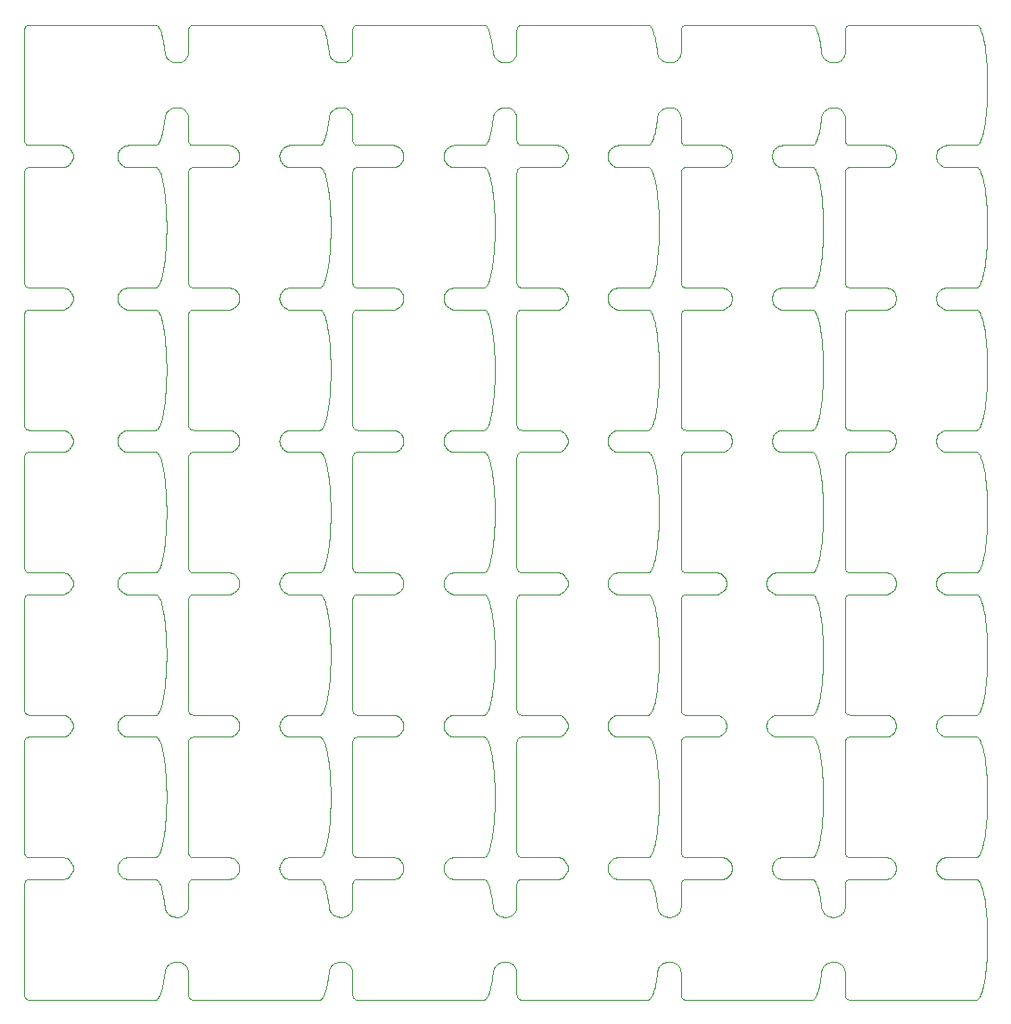
<source format=gko>
%MOIN*%
%OFA0B0*%
%FSLAX44Y44*%
%IPPOS*%
%LPD*%
%ADD10C,0*%
D10*
X00022770Y00031700D02*
X00022770Y00031700D01*
X00022773Y00031726D01*
X00022778Y00031752D01*
X00022784Y00031778D01*
X00022793Y00031803D01*
X00022802Y00031827D01*
X00022814Y00031851D01*
X00022827Y00031874D01*
X00022842Y00031896D01*
X00022858Y00031917D01*
X00022875Y00031937D01*
X00022894Y00031956D01*
X00022914Y00031973D01*
X00022935Y00031989D01*
X00022957Y00032003D01*
X00022980Y00032016D01*
X00023004Y00032028D01*
X00023029Y00032038D01*
X00023054Y00032046D01*
X00023079Y00032052D01*
X00023105Y00032057D01*
X00023171Y00032066D01*
X00023205Y00032070D01*
X00023238Y00032070D01*
X00023272Y00032068D01*
X00023305Y00032063D01*
X00023338Y00032055D01*
X00023370Y00032044D01*
X00023401Y00032030D01*
X00023431Y00032014D01*
X00023459Y00031996D01*
X00023485Y00031975D01*
X00023510Y00031951D01*
X00023532Y00031926D01*
X00023553Y00031899D01*
X00023571Y00031871D01*
X00023586Y00031840D01*
X00023599Y00031809D01*
X00023609Y00031777D01*
X00023616Y00031744D01*
X00023620Y00031710D01*
X00023622Y00031677D01*
X00023622Y00030885D01*
X00023624Y00030857D01*
X00023632Y00030830D01*
X00023643Y00030804D01*
X00023658Y00030780D01*
X00023677Y00030758D01*
X00023699Y00030740D01*
X00023724Y00030726D01*
X00023750Y00030716D01*
X00023778Y00030710D01*
X00023803Y00030708D01*
X00025068Y00030708D01*
X00025129Y00030703D01*
X00025189Y00030689D01*
X00025246Y00030665D01*
X00025299Y00030633D01*
X00025346Y00030593D01*
X00025386Y00030546D01*
X00025419Y00030493D01*
X00025442Y00030436D01*
X00025457Y00030376D01*
X00025461Y00030314D01*
X00025457Y00030253D01*
X00025442Y00030193D01*
X00025419Y00030136D01*
X00025386Y00030083D01*
X00025346Y00030036D01*
X00025299Y00029996D01*
X00025246Y00029964D01*
X00025189Y00029940D01*
X00025129Y00029926D01*
X00025068Y00029921D01*
X00024936Y00029921D01*
X00023799Y00029921D01*
X00023770Y00029918D01*
X00023743Y00029911D01*
X00023717Y00029899D01*
X00023693Y00029884D01*
X00023672Y00029865D01*
X00023654Y00029843D01*
X00023639Y00029818D01*
X00023629Y00029792D01*
X00023623Y00029764D01*
X00023622Y00029732D01*
X00023622Y00025767D01*
X00023624Y00025739D01*
X00023632Y00025711D01*
X00023643Y00025685D01*
X00023658Y00025662D01*
X00023677Y00025640D01*
X00023699Y00025622D01*
X00023724Y00025608D01*
X00023750Y00025598D01*
X00023778Y00025592D01*
X00023803Y00025590D01*
X00025068Y00025590D01*
X00025129Y00025585D01*
X00025189Y00025571D01*
X00025246Y00025547D01*
X00025299Y00025515D01*
X00025346Y00025475D01*
X00025386Y00025428D01*
X00025419Y00025375D01*
X00025442Y00025318D01*
X00025457Y00025258D01*
X00025461Y00025196D01*
X00025457Y00025135D01*
X00025442Y00025075D01*
X00025419Y00025018D01*
X00025386Y00024965D01*
X00025346Y00024918D01*
X00025299Y00024878D01*
X00025246Y00024846D01*
X00025189Y00024822D01*
X00025129Y00024807D01*
X00025068Y00024803D01*
X00024936Y00024803D01*
X00023799Y00024803D01*
X00023770Y00024800D01*
X00023743Y00024793D01*
X00023717Y00024781D01*
X00023693Y00024766D01*
X00023672Y00024747D01*
X00023654Y00024725D01*
X00023639Y00024700D01*
X00023629Y00024674D01*
X00023623Y00024646D01*
X00023622Y00024614D01*
X00023622Y00020649D01*
X00023624Y00020621D01*
X00023632Y00020593D01*
X00023643Y00020567D01*
X00023658Y00020543D01*
X00023677Y00020522D01*
X00023699Y00020504D01*
X00023724Y00020490D01*
X00023750Y00020480D01*
X00023778Y00020474D01*
X00023803Y00020472D01*
X00025068Y00020472D01*
X00025129Y00020467D01*
X00025189Y00020453D01*
X00025246Y00020429D01*
X00025299Y00020397D01*
X00025346Y00020357D01*
X00025386Y00020310D01*
X00025419Y00020257D01*
X00025442Y00020200D01*
X00025457Y00020140D01*
X00025461Y00020078D01*
X00025457Y00020017D01*
X00025442Y00019957D01*
X00025419Y00019900D01*
X00025386Y00019847D01*
X00025346Y00019800D01*
X00025299Y00019760D01*
X00025246Y00019727D01*
X00025189Y00019704D01*
X00025129Y00019689D01*
X00025068Y00019685D01*
X00024936Y00019685D01*
X00023799Y00019685D01*
X00023770Y00019682D01*
X00023743Y00019674D01*
X00023717Y00019663D01*
X00023693Y00019648D01*
X00023672Y00019629D01*
X00023654Y00019607D01*
X00023639Y00019582D01*
X00023629Y00019556D01*
X00023623Y00019528D01*
X00023622Y00019496D01*
X00023622Y00015531D01*
X00023624Y00015503D01*
X00023632Y00015475D01*
X00023643Y00015449D01*
X00023658Y00015425D01*
X00023677Y00015404D01*
X00023699Y00015386D01*
X00023724Y00015372D01*
X00023750Y00015361D01*
X00023778Y00015355D01*
X00023803Y00015354D01*
X00024871Y00015354D01*
X00024932Y00015349D01*
X00024993Y00015335D01*
X00025050Y00015311D01*
X00025102Y00015279D01*
X00025149Y00015239D01*
X00025189Y00015192D01*
X00025222Y00015139D01*
X00025245Y00015082D01*
X00025260Y00015022D01*
X00025265Y00014960D01*
X00025260Y00014899D01*
X00025245Y00014838D01*
X00025222Y00014781D01*
X00025189Y00014729D01*
X00025149Y00014682D01*
X00025102Y00014642D01*
X00025050Y00014609D01*
X00024993Y00014586D01*
X00024932Y00014571D01*
X00024871Y00014566D01*
X00024739Y00014566D01*
X00023799Y00014566D01*
X00023770Y00014564D01*
X00023743Y00014556D01*
X00023717Y00014545D01*
X00023693Y00014530D01*
X00023672Y00014511D01*
X00023654Y00014489D01*
X00023639Y00014464D01*
X00023629Y00014438D01*
X00023623Y00014410D01*
X00023622Y00014377D01*
X00023622Y00010413D01*
X00023624Y00010385D01*
X00023632Y00010357D01*
X00023643Y00010331D01*
X00023658Y00010307D01*
X00023677Y00010286D01*
X00023699Y00010268D01*
X00023724Y00010254D01*
X00023750Y00010243D01*
X00023778Y00010237D01*
X00023803Y00010236D01*
X00024871Y00010236D01*
X00024932Y00010231D01*
X00024993Y00010216D01*
X00025050Y00010193D01*
X00025102Y00010161D01*
X00025149Y00010120D01*
X00025189Y00010073D01*
X00025222Y00010021D01*
X00025245Y00009964D01*
X00025260Y00009904D01*
X00025265Y00009842D01*
X00025260Y00009780D01*
X00025245Y00009720D01*
X00025222Y00009663D01*
X00025189Y00009611D01*
X00025149Y00009564D01*
X00025102Y00009524D01*
X00025050Y00009491D01*
X00024993Y00009468D01*
X00024932Y00009453D01*
X00024871Y00009448D01*
X00024739Y00009448D01*
X00023799Y00009448D01*
X00023770Y00009445D01*
X00023743Y00009438D01*
X00023717Y00009427D01*
X00023693Y00009411D01*
X00023672Y00009392D01*
X00023654Y00009370D01*
X00023639Y00009346D01*
X00023629Y00009319D01*
X00023623Y00009292D01*
X00023622Y00009259D01*
X00023622Y00005295D01*
X00023624Y00005266D01*
X00023632Y00005239D01*
X00023643Y00005213D01*
X00023658Y00005189D01*
X00023677Y00005168D01*
X00023699Y00005150D01*
X00023724Y00005136D01*
X00023750Y00005125D01*
X00023778Y00005119D01*
X00023803Y00005118D01*
X00025068Y00005118D01*
X00025129Y00005113D01*
X00025189Y00005098D01*
X00025246Y00005075D01*
X00025299Y00005042D01*
X00025346Y00005002D01*
X00025386Y00004955D01*
X00025419Y00004903D01*
X00025442Y00004846D01*
X00025457Y00004785D01*
X00025461Y00004724D01*
X00025457Y00004662D01*
X00025442Y00004602D01*
X00025419Y00004545D01*
X00025386Y00004492D01*
X00025346Y00004446D01*
X00025299Y00004405D01*
X00025246Y00004373D01*
X00025189Y00004349D01*
X00025129Y00004335D01*
X00025068Y00004330D01*
X00024936Y00004330D01*
X00023799Y00004330D01*
X00023770Y00004327D01*
X00023743Y00004320D01*
X00023717Y00004309D01*
X00023693Y00004293D01*
X00023672Y00004274D01*
X00023654Y00004252D01*
X00023639Y00004228D01*
X00023629Y00004201D01*
X00023623Y00004174D01*
X00023622Y00004141D01*
X00023622Y00003362D01*
X00023620Y00003328D01*
X00023616Y00003294D01*
X00023609Y00003261D01*
X00023599Y00003229D01*
X00023586Y00003198D01*
X00023571Y00003168D01*
X00023553Y00003139D01*
X00023532Y00003112D01*
X00023510Y00003087D01*
X00023485Y00003064D01*
X00023459Y00003043D01*
X00023431Y00003024D01*
X00023401Y00003008D01*
X00023370Y00002995D01*
X00023338Y00002984D01*
X00023305Y00002976D01*
X00023272Y00002970D01*
X00023238Y00002968D01*
X00023205Y00002969D01*
X00023171Y00002972D01*
X00023105Y00002982D01*
X00023079Y00002986D01*
X00023054Y00002993D01*
X00023029Y00003001D01*
X00023004Y00003011D01*
X00022980Y00003022D01*
X00022957Y00003035D01*
X00022935Y00003050D01*
X00022914Y00003066D01*
X00022894Y00003083D01*
X00022875Y00003101D01*
X00022858Y00003121D01*
X00022842Y00003142D01*
X00022827Y00003164D01*
X00022814Y00003187D01*
X00022802Y00003211D01*
X00022793Y00003236D01*
X00022784Y00003261D01*
X00022778Y00003286D01*
X00022773Y00003312D01*
X00022770Y00003338D01*
X00022767Y00003370D01*
X00022763Y00003413D01*
X00022755Y00003456D01*
X00022751Y00003496D01*
X00022744Y00003539D01*
X00022740Y00003578D01*
X00022724Y00003657D01*
X00022720Y00003696D01*
X00022712Y00003732D01*
X00022704Y00003771D01*
X00022696Y00003803D01*
X00022688Y00003838D01*
X00022685Y00003874D01*
X00022677Y00003905D01*
X00022669Y00003937D01*
X00022661Y00003964D01*
X00022649Y00003996D01*
X00022633Y00004051D01*
X00022602Y00004145D01*
X00022590Y00004165D01*
X00022574Y00004204D01*
X00022562Y00004220D01*
X00022547Y00004251D01*
X00022535Y00004267D01*
X00022527Y00004279D01*
X00022500Y00004307D01*
X00022488Y00004314D01*
X00022480Y00004318D01*
X00022468Y00004326D01*
X00022460Y00004326D01*
X00022448Y00004330D01*
X00021519Y00004330D01*
X00021388Y00004330D01*
X00021326Y00004335D01*
X00021266Y00004349D01*
X00021209Y00004373D01*
X00021157Y00004405D01*
X00021110Y00004446D01*
X00021069Y00004492D01*
X00021037Y00004545D01*
X00021014Y00004602D01*
X00020999Y00004662D01*
X00020994Y00004724D01*
X00020999Y00004785D01*
X00021014Y00004846D01*
X00021037Y00004903D01*
X00021069Y00004955D01*
X00021110Y00005002D01*
X00021157Y00005042D01*
X00021209Y00005075D01*
X00021266Y00005098D01*
X00021326Y00005113D01*
X00021388Y00005118D01*
X00022448Y00005118D01*
X00022460Y00005122D01*
X00022468Y00005122D01*
X00022480Y00005129D01*
X00022488Y00005133D01*
X00022500Y00005141D01*
X00022527Y00005169D01*
X00022535Y00005181D01*
X00022547Y00005196D01*
X00022562Y00005228D01*
X00022574Y00005244D01*
X00022590Y00005283D01*
X00022602Y00005303D01*
X00022625Y00005374D01*
X00022633Y00005397D01*
X00022641Y00005425D01*
X00022649Y00005452D01*
X00022661Y00005484D01*
X00022669Y00005511D01*
X00022685Y00005574D01*
X00022688Y00005610D01*
X00022696Y00005645D01*
X00022704Y00005677D01*
X00022712Y00005716D01*
X00022720Y00005751D01*
X00022724Y00005791D01*
X00022732Y00005830D01*
X00022740Y00005870D01*
X00022744Y00005909D01*
X00022751Y00005952D01*
X00022755Y00005992D01*
X00022763Y00006035D01*
X00022767Y00006078D01*
X00022771Y00006125D01*
X00022779Y00006169D01*
X00022799Y00006405D01*
X00022803Y00006456D01*
X00022807Y00006503D01*
X00022811Y00006555D01*
X00022814Y00006602D01*
X00022818Y00006653D01*
X00022818Y00006704D01*
X00022826Y00006807D01*
X00022826Y00006862D01*
X00022830Y00006913D01*
X00022830Y00007019D01*
X00022834Y00007070D01*
X00022834Y00007496D01*
X00022830Y00007547D01*
X00022830Y00007653D01*
X00022826Y00007704D01*
X00022826Y00007759D01*
X00022818Y00007862D01*
X00022818Y00007913D01*
X00022814Y00007964D01*
X00022811Y00008011D01*
X00022807Y00008062D01*
X00022803Y00008110D01*
X00022799Y00008161D01*
X00022779Y00008397D01*
X00022771Y00008440D01*
X00022767Y00008488D01*
X00022763Y00008531D01*
X00022755Y00008574D01*
X00022751Y00008614D01*
X00022744Y00008657D01*
X00022740Y00008696D01*
X00022724Y00008775D01*
X00022720Y00008814D01*
X00022712Y00008850D01*
X00022704Y00008889D01*
X00022696Y00008921D01*
X00022688Y00008956D01*
X00022685Y00008992D01*
X00022677Y00009023D01*
X00022669Y00009055D01*
X00022661Y00009082D01*
X00022649Y00009114D01*
X00022633Y00009169D01*
X00022602Y00009263D01*
X00022590Y00009283D01*
X00022574Y00009322D01*
X00022562Y00009338D01*
X00022547Y00009370D01*
X00022535Y00009385D01*
X00022527Y00009397D01*
X00022500Y00009425D01*
X00022488Y00009433D01*
X00022480Y00009437D01*
X00022468Y00009444D01*
X00022460Y00009444D01*
X00022448Y00009448D01*
X00021519Y00009448D01*
X00021388Y00009448D01*
X00021326Y00009453D01*
X00021266Y00009468D01*
X00021209Y00009491D01*
X00021157Y00009524D01*
X00021110Y00009564D01*
X00021069Y00009611D01*
X00021037Y00009663D01*
X00021014Y00009720D01*
X00020999Y00009780D01*
X00020994Y00009842D01*
X00020999Y00009904D01*
X00021014Y00009964D01*
X00021037Y00010021D01*
X00021069Y00010073D01*
X00021110Y00010120D01*
X00021157Y00010161D01*
X00021209Y00010193D01*
X00021266Y00010216D01*
X00021326Y00010231D01*
X00021388Y00010236D01*
X00022448Y00010236D01*
X00022460Y00010240D01*
X00022468Y00010240D01*
X00022480Y00010248D01*
X00022488Y00010251D01*
X00022500Y00010259D01*
X00022527Y00010287D01*
X00022535Y00010299D01*
X00022547Y00010314D01*
X00022562Y00010346D01*
X00022574Y00010362D01*
X00022590Y00010401D01*
X00022602Y00010421D01*
X00022625Y00010492D01*
X00022633Y00010515D01*
X00022641Y00010543D01*
X00022649Y00010570D01*
X00022661Y00010602D01*
X00022669Y00010629D01*
X00022685Y00010692D01*
X00022688Y00010728D01*
X00022696Y00010763D01*
X00022704Y00010795D01*
X00022712Y00010834D01*
X00022720Y00010870D01*
X00022724Y00010909D01*
X00022732Y00010948D01*
X00022740Y00010988D01*
X00022744Y00011027D01*
X00022751Y00011070D01*
X00022755Y00011110D01*
X00022763Y00011153D01*
X00022767Y00011196D01*
X00022771Y00011244D01*
X00022779Y00011287D01*
X00022799Y00011523D01*
X00022803Y00011574D01*
X00022807Y00011622D01*
X00022811Y00011673D01*
X00022814Y00011720D01*
X00022818Y00011771D01*
X00022818Y00011822D01*
X00022826Y00011925D01*
X00022826Y00011980D01*
X00022830Y00012031D01*
X00022830Y00012137D01*
X00022834Y00012188D01*
X00022834Y00012614D01*
X00022830Y00012665D01*
X00022830Y00012771D01*
X00022826Y00012822D01*
X00022826Y00012877D01*
X00022818Y00012980D01*
X00022818Y00013031D01*
X00022814Y00013082D01*
X00022811Y00013129D01*
X00022807Y00013181D01*
X00022803Y00013228D01*
X00022799Y00013279D01*
X00022779Y00013515D01*
X00022771Y00013559D01*
X00022767Y00013606D01*
X00022763Y00013649D01*
X00022755Y00013692D01*
X00022751Y00013732D01*
X00022744Y00013775D01*
X00022740Y00013814D01*
X00022724Y00013893D01*
X00022720Y00013933D01*
X00022712Y00013968D01*
X00022704Y00014007D01*
X00022696Y00014039D01*
X00022688Y00014074D01*
X00022685Y00014110D01*
X00022677Y00014141D01*
X00022669Y00014173D01*
X00022661Y00014200D01*
X00022649Y00014232D01*
X00022633Y00014287D01*
X00022602Y00014381D01*
X00022590Y00014401D01*
X00022574Y00014440D01*
X00022562Y00014456D01*
X00022547Y00014488D01*
X00022535Y00014503D01*
X00022527Y00014515D01*
X00022500Y00014543D01*
X00022488Y00014551D01*
X00022480Y00014555D01*
X00022468Y00014562D01*
X00022460Y00014562D01*
X00022448Y00014566D01*
X00021519Y00014566D01*
X00021388Y00014566D01*
X00021326Y00014571D01*
X00021266Y00014586D01*
X00021209Y00014609D01*
X00021157Y00014642D01*
X00021110Y00014682D01*
X00021069Y00014729D01*
X00021037Y00014781D01*
X00021014Y00014838D01*
X00020999Y00014899D01*
X00020994Y00014960D01*
X00020999Y00015022D01*
X00021014Y00015082D01*
X00021037Y00015139D01*
X00021069Y00015192D01*
X00021110Y00015239D01*
X00021157Y00015279D01*
X00021209Y00015311D01*
X00021266Y00015335D01*
X00021326Y00015349D01*
X00021388Y00015354D01*
X00022448Y00015354D01*
X00022460Y00015358D01*
X00022468Y00015358D01*
X00022480Y00015366D01*
X00022488Y00015370D01*
X00022500Y00015377D01*
X00022527Y00015405D01*
X00022535Y00015417D01*
X00022547Y00015433D01*
X00022562Y00015464D01*
X00022574Y00015480D01*
X00022590Y00015519D01*
X00022602Y00015539D01*
X00022625Y00015610D01*
X00022633Y00015633D01*
X00022641Y00015661D01*
X00022649Y00015688D01*
X00022661Y00015720D01*
X00022669Y00015748D01*
X00022685Y00015811D01*
X00022688Y00015846D01*
X00022696Y00015881D01*
X00022704Y00015913D01*
X00022712Y00015952D01*
X00022720Y00015988D01*
X00022724Y00016027D01*
X00022732Y00016066D01*
X00022740Y00016106D01*
X00022744Y00016145D01*
X00022751Y00016188D01*
X00022755Y00016228D01*
X00022763Y00016271D01*
X00022767Y00016314D01*
X00022771Y00016362D01*
X00022779Y00016405D01*
X00022799Y00016641D01*
X00022803Y00016692D01*
X00022807Y00016740D01*
X00022811Y00016791D01*
X00022814Y00016838D01*
X00022818Y00016889D01*
X00022818Y00016940D01*
X00022826Y00017043D01*
X00022826Y00017098D01*
X00022830Y00017149D01*
X00022830Y00017255D01*
X00022834Y00017307D01*
X00022834Y00017732D01*
X00022830Y00017783D01*
X00022830Y00017889D01*
X00022826Y00017940D01*
X00022826Y00017996D01*
X00022818Y00018098D01*
X00022818Y00018149D01*
X00022814Y00018200D01*
X00022811Y00018248D01*
X00022807Y00018299D01*
X00022803Y00018346D01*
X00022799Y00018397D01*
X00022779Y00018633D01*
X00022771Y00018677D01*
X00022767Y00018724D01*
X00022763Y00018767D01*
X00022755Y00018811D01*
X00022751Y00018850D01*
X00022744Y00018893D01*
X00022740Y00018933D01*
X00022724Y00019011D01*
X00022720Y00019051D01*
X00022712Y00019086D01*
X00022704Y00019125D01*
X00022696Y00019157D01*
X00022688Y00019192D01*
X00022685Y00019228D01*
X00022677Y00019259D01*
X00022669Y00019291D01*
X00022661Y00019318D01*
X00022649Y00019350D01*
X00022633Y00019405D01*
X00022602Y00019500D01*
X00022590Y00019519D01*
X00022574Y00019559D01*
X00022562Y00019574D01*
X00022547Y00019606D01*
X00022535Y00019622D01*
X00022527Y00019633D01*
X00022500Y00019661D01*
X00022488Y00019669D01*
X00022480Y00019673D01*
X00022468Y00019681D01*
X00022460Y00019681D01*
X00022448Y00019685D01*
X00021519Y00019685D01*
X00021388Y00019685D01*
X00021326Y00019689D01*
X00021266Y00019704D01*
X00021209Y00019727D01*
X00021157Y00019760D01*
X00021110Y00019800D01*
X00021069Y00019847D01*
X00021037Y00019900D01*
X00021014Y00019957D01*
X00020999Y00020017D01*
X00020994Y00020078D01*
X00020999Y00020140D01*
X00021014Y00020200D01*
X00021037Y00020257D01*
X00021069Y00020310D01*
X00021110Y00020357D01*
X00021157Y00020397D01*
X00021209Y00020429D01*
X00021266Y00020453D01*
X00021326Y00020467D01*
X00021388Y00020472D01*
X00022448Y00020472D01*
X00022460Y00020476D01*
X00022468Y00020476D01*
X00022480Y00020484D01*
X00022488Y00020488D01*
X00022500Y00020496D01*
X00022527Y00020523D01*
X00022535Y00020535D01*
X00022547Y00020551D01*
X00022562Y00020582D01*
X00022574Y00020598D01*
X00022590Y00020637D01*
X00022602Y00020657D01*
X00022625Y00020728D01*
X00022633Y00020751D01*
X00022641Y00020779D01*
X00022649Y00020807D01*
X00022661Y00020838D01*
X00022669Y00020866D01*
X00022685Y00020929D01*
X00022688Y00020964D01*
X00022696Y00021000D01*
X00022704Y00021031D01*
X00022712Y00021070D01*
X00022720Y00021106D01*
X00022724Y00021145D01*
X00022732Y00021185D01*
X00022740Y00021224D01*
X00022744Y00021263D01*
X00022751Y00021307D01*
X00022755Y00021346D01*
X00022763Y00021389D01*
X00022767Y00021433D01*
X00022771Y00021480D01*
X00022779Y00021523D01*
X00022799Y00021759D01*
X00022803Y00021811D01*
X00022807Y00021858D01*
X00022811Y00021909D01*
X00022814Y00021956D01*
X00022818Y00022007D01*
X00022818Y00022059D01*
X00022826Y00022161D01*
X00022826Y00022216D01*
X00022830Y00022267D01*
X00022830Y00022374D01*
X00022834Y00022425D01*
X00022834Y00022850D01*
X00022830Y00022901D01*
X00022830Y00023007D01*
X00022826Y00023059D01*
X00022826Y00023114D01*
X00022818Y00023216D01*
X00022818Y00023267D01*
X00022814Y00023318D01*
X00022811Y00023366D01*
X00022807Y00023417D01*
X00022803Y00023464D01*
X00022799Y00023515D01*
X00022779Y00023751D01*
X00022771Y00023795D01*
X00022767Y00023842D01*
X00022763Y00023885D01*
X00022755Y00023929D01*
X00022751Y00023968D01*
X00022744Y00024011D01*
X00022740Y00024051D01*
X00022724Y00024129D01*
X00022720Y00024169D01*
X00022712Y00024204D01*
X00022704Y00024244D01*
X00022696Y00024275D01*
X00022688Y00024311D01*
X00022685Y00024346D01*
X00022677Y00024377D01*
X00022669Y00024409D01*
X00022661Y00024437D01*
X00022649Y00024468D01*
X00022633Y00024523D01*
X00022602Y00024618D01*
X00022590Y00024637D01*
X00022574Y00024677D01*
X00022562Y00024692D01*
X00022547Y00024724D01*
X00022535Y00024740D01*
X00022527Y00024751D01*
X00022500Y00024779D01*
X00022488Y00024787D01*
X00022480Y00024791D01*
X00022468Y00024799D01*
X00022460Y00024799D01*
X00022448Y00024803D01*
X00021519Y00024803D01*
X00021388Y00024803D01*
X00021326Y00024807D01*
X00021266Y00024822D01*
X00021209Y00024846D01*
X00021157Y00024878D01*
X00021110Y00024918D01*
X00021069Y00024965D01*
X00021037Y00025018D01*
X00021014Y00025075D01*
X00020999Y00025135D01*
X00020994Y00025196D01*
X00020999Y00025258D01*
X00021014Y00025318D01*
X00021037Y00025375D01*
X00021069Y00025428D01*
X00021110Y00025475D01*
X00021157Y00025515D01*
X00021209Y00025547D01*
X00021266Y00025571D01*
X00021326Y00025585D01*
X00021388Y00025590D01*
X00022448Y00025590D01*
X00022460Y00025594D01*
X00022468Y00025594D01*
X00022480Y00025602D01*
X00022488Y00025606D01*
X00022500Y00025614D01*
X00022527Y00025641D01*
X00022535Y00025653D01*
X00022547Y00025669D01*
X00022562Y00025700D01*
X00022574Y00025716D01*
X00022590Y00025755D01*
X00022602Y00025775D01*
X00022625Y00025846D01*
X00022633Y00025870D01*
X00022641Y00025897D01*
X00022649Y00025925D01*
X00022661Y00025956D01*
X00022669Y00025984D01*
X00022685Y00026047D01*
X00022688Y00026082D01*
X00022696Y00026118D01*
X00022704Y00026149D01*
X00022712Y00026188D01*
X00022720Y00026224D01*
X00022724Y00026263D01*
X00022732Y00026303D01*
X00022740Y00026342D01*
X00022744Y00026381D01*
X00022751Y00026425D01*
X00022755Y00026464D01*
X00022763Y00026507D01*
X00022767Y00026551D01*
X00022771Y00026598D01*
X00022779Y00026641D01*
X00022799Y00026877D01*
X00022803Y00026929D01*
X00022807Y00026976D01*
X00022811Y00027027D01*
X00022814Y00027074D01*
X00022818Y00027125D01*
X00022818Y00027177D01*
X00022826Y00027279D01*
X00022826Y00027334D01*
X00022830Y00027385D01*
X00022830Y00027492D01*
X00022834Y00027543D01*
X00022834Y00027968D01*
X00022830Y00028019D01*
X00022830Y00028125D01*
X00022826Y00028177D01*
X00022826Y00028232D01*
X00022818Y00028334D01*
X00022818Y00028385D01*
X00022814Y00028437D01*
X00022811Y00028484D01*
X00022807Y00028535D01*
X00022803Y00028582D01*
X00022799Y00028633D01*
X00022779Y00028870D01*
X00022771Y00028913D01*
X00022767Y00028960D01*
X00022763Y00029003D01*
X00022755Y00029047D01*
X00022751Y00029086D01*
X00022744Y00029129D01*
X00022740Y00029169D01*
X00022724Y00029248D01*
X00022720Y00029287D01*
X00022712Y00029322D01*
X00022704Y00029362D01*
X00022696Y00029393D01*
X00022688Y00029429D01*
X00022685Y00029464D01*
X00022677Y00029496D01*
X00022669Y00029527D01*
X00022661Y00029555D01*
X00022649Y00029586D01*
X00022633Y00029641D01*
X00022602Y00029736D01*
X00022590Y00029755D01*
X00022574Y00029795D01*
X00022562Y00029811D01*
X00022547Y00029842D01*
X00022535Y00029858D01*
X00022527Y00029870D01*
X00022500Y00029897D01*
X00022488Y00029905D01*
X00022480Y00029909D01*
X00022468Y00029917D01*
X00022460Y00029917D01*
X00022448Y00029921D01*
X00021519Y00029921D01*
X00021388Y00029921D01*
X00021326Y00029926D01*
X00021266Y00029940D01*
X00021209Y00029964D01*
X00021157Y00029996D01*
X00021110Y00030036D01*
X00021069Y00030083D01*
X00021037Y00030136D01*
X00021014Y00030193D01*
X00020999Y00030253D01*
X00020994Y00030314D01*
X00020999Y00030376D01*
X00021014Y00030436D01*
X00021037Y00030493D01*
X00021069Y00030546D01*
X00021110Y00030593D01*
X00021157Y00030633D01*
X00021209Y00030665D01*
X00021266Y00030689D01*
X00021326Y00030703D01*
X00021388Y00030708D01*
X00022448Y00030708D01*
X00022460Y00030712D01*
X00022468Y00030712D01*
X00022480Y00030720D01*
X00022488Y00030724D01*
X00022500Y00030732D01*
X00022527Y00030759D01*
X00022535Y00030771D01*
X00022547Y00030787D01*
X00022562Y00030818D01*
X00022574Y00030834D01*
X00022590Y00030874D01*
X00022602Y00030893D01*
X00022625Y00030964D01*
X00022633Y00030988D01*
X00022641Y00031015D01*
X00022649Y00031043D01*
X00022661Y00031074D01*
X00022669Y00031102D01*
X00022685Y00031165D01*
X00022688Y00031200D01*
X00022696Y00031236D01*
X00022704Y00031267D01*
X00022712Y00031307D01*
X00022720Y00031342D01*
X00022724Y00031381D01*
X00022732Y00031421D01*
X00022740Y00031460D01*
X00022744Y00031500D01*
X00022751Y00031543D01*
X00022755Y00031582D01*
X00022763Y00031625D01*
X00022767Y00031669D01*
X00022770Y00031700D01*
X00028675Y00031700D02*
X00028675Y00031700D01*
X00028678Y00031726D01*
X00028683Y00031752D01*
X00028690Y00031778D01*
X00028698Y00031803D01*
X00028708Y00031827D01*
X00028720Y00031851D01*
X00028733Y00031874D01*
X00028747Y00031896D01*
X00028763Y00031917D01*
X00028781Y00031937D01*
X00028800Y00031956D01*
X00028820Y00031973D01*
X00028841Y00031989D01*
X00028863Y00032003D01*
X00028886Y00032016D01*
X00028910Y00032028D01*
X00028934Y00032038D01*
X00028959Y00032046D01*
X00028985Y00032052D01*
X00029011Y00032057D01*
X00029077Y00032066D01*
X00029110Y00032070D01*
X00029144Y00032070D01*
X00029178Y00032068D01*
X00029211Y00032063D01*
X00029244Y00032055D01*
X00029276Y00032044D01*
X00029307Y00032030D01*
X00029336Y00032014D01*
X00029364Y00031996D01*
X00029391Y00031975D01*
X00029415Y00031951D01*
X00029438Y00031926D01*
X00029458Y00031899D01*
X00029476Y00031871D01*
X00029491Y00031840D01*
X00029504Y00031809D01*
X00029514Y00031777D01*
X00029521Y00031744D01*
X00029526Y00031710D01*
X00029527Y00031677D01*
X00029527Y00030885D01*
X00029530Y00030857D01*
X00029537Y00030830D01*
X00029549Y00030804D01*
X00029564Y00030780D01*
X00029583Y00030758D01*
X00029605Y00030740D01*
X00029629Y00030726D01*
X00029656Y00030716D01*
X00029684Y00030710D01*
X00029708Y00030708D01*
X00030973Y00030708D01*
X00031035Y00030703D01*
X00031095Y00030689D01*
X00031152Y00030665D01*
X00031205Y00030633D01*
X00031252Y00030593D01*
X00031292Y00030546D01*
X00031324Y00030493D01*
X00031348Y00030436D01*
X00031362Y00030376D01*
X00031367Y00030314D01*
X00031362Y00030253D01*
X00031348Y00030193D01*
X00031324Y00030136D01*
X00031292Y00030083D01*
X00031252Y00030036D01*
X00031205Y00029996D01*
X00031152Y00029964D01*
X00031095Y00029940D01*
X00031035Y00029926D01*
X00030973Y00029921D01*
X00030842Y00029921D01*
X00029704Y00029921D01*
X00029676Y00029918D01*
X00029648Y00029911D01*
X00029622Y00029899D01*
X00029599Y00029884D01*
X00029577Y00029865D01*
X00029559Y00029843D01*
X00029545Y00029818D01*
X00029535Y00029792D01*
X00029529Y00029764D01*
X00029527Y00029732D01*
X00029527Y00025767D01*
X00029530Y00025739D01*
X00029537Y00025711D01*
X00029549Y00025685D01*
X00029564Y00025662D01*
X00029583Y00025640D01*
X00029605Y00025622D01*
X00029629Y00025608D01*
X00029656Y00025598D01*
X00029684Y00025592D01*
X00029708Y00025590D01*
X00030973Y00025590D01*
X00031035Y00025585D01*
X00031095Y00025571D01*
X00031152Y00025547D01*
X00031205Y00025515D01*
X00031252Y00025475D01*
X00031292Y00025428D01*
X00031324Y00025375D01*
X00031348Y00025318D01*
X00031362Y00025258D01*
X00031367Y00025196D01*
X00031362Y00025135D01*
X00031348Y00025075D01*
X00031324Y00025018D01*
X00031292Y00024965D01*
X00031252Y00024918D01*
X00031205Y00024878D01*
X00031152Y00024846D01*
X00031095Y00024822D01*
X00031035Y00024807D01*
X00030973Y00024803D01*
X00030842Y00024803D01*
X00029704Y00024803D01*
X00029676Y00024800D01*
X00029648Y00024793D01*
X00029622Y00024781D01*
X00029599Y00024766D01*
X00029577Y00024747D01*
X00029559Y00024725D01*
X00029545Y00024700D01*
X00029535Y00024674D01*
X00029529Y00024646D01*
X00029527Y00024614D01*
X00029527Y00020649D01*
X00029530Y00020621D01*
X00029537Y00020593D01*
X00029549Y00020567D01*
X00029564Y00020543D01*
X00029583Y00020522D01*
X00029605Y00020504D01*
X00029629Y00020490D01*
X00029656Y00020480D01*
X00029684Y00020474D01*
X00029708Y00020472D01*
X00030973Y00020472D01*
X00031035Y00020467D01*
X00031095Y00020453D01*
X00031152Y00020429D01*
X00031205Y00020397D01*
X00031252Y00020357D01*
X00031292Y00020310D01*
X00031324Y00020257D01*
X00031348Y00020200D01*
X00031362Y00020140D01*
X00031367Y00020078D01*
X00031362Y00020017D01*
X00031348Y00019957D01*
X00031324Y00019900D01*
X00031292Y00019847D01*
X00031252Y00019800D01*
X00031205Y00019760D01*
X00031152Y00019727D01*
X00031095Y00019704D01*
X00031035Y00019689D01*
X00030973Y00019685D01*
X00030842Y00019685D01*
X00029704Y00019685D01*
X00029676Y00019682D01*
X00029648Y00019674D01*
X00029622Y00019663D01*
X00029599Y00019648D01*
X00029577Y00019629D01*
X00029559Y00019607D01*
X00029545Y00019582D01*
X00029535Y00019556D01*
X00029529Y00019528D01*
X00029527Y00019496D01*
X00029527Y00015531D01*
X00029530Y00015503D01*
X00029537Y00015475D01*
X00029549Y00015449D01*
X00029564Y00015425D01*
X00029583Y00015404D01*
X00029605Y00015386D01*
X00029629Y00015372D01*
X00029656Y00015361D01*
X00029684Y00015355D01*
X00029708Y00015354D01*
X00030973Y00015354D01*
X00031035Y00015349D01*
X00031095Y00015335D01*
X00031152Y00015311D01*
X00031205Y00015279D01*
X00031252Y00015239D01*
X00031292Y00015192D01*
X00031324Y00015139D01*
X00031348Y00015082D01*
X00031362Y00015022D01*
X00031367Y00014960D01*
X00031362Y00014899D01*
X00031348Y00014838D01*
X00031324Y00014781D01*
X00031292Y00014729D01*
X00031252Y00014682D01*
X00031205Y00014642D01*
X00031152Y00014609D01*
X00031095Y00014586D01*
X00031035Y00014571D01*
X00030973Y00014566D01*
X00030842Y00014566D01*
X00029704Y00014566D01*
X00029676Y00014564D01*
X00029648Y00014556D01*
X00029622Y00014545D01*
X00029599Y00014530D01*
X00029577Y00014511D01*
X00029559Y00014489D01*
X00029545Y00014464D01*
X00029535Y00014438D01*
X00029529Y00014410D01*
X00029527Y00014377D01*
X00029527Y00010413D01*
X00029530Y00010385D01*
X00029537Y00010357D01*
X00029549Y00010331D01*
X00029564Y00010307D01*
X00029583Y00010286D01*
X00029605Y00010268D01*
X00029629Y00010254D01*
X00029656Y00010243D01*
X00029684Y00010237D01*
X00029708Y00010236D01*
X00030973Y00010236D01*
X00031035Y00010231D01*
X00031095Y00010216D01*
X00031152Y00010193D01*
X00031205Y00010161D01*
X00031252Y00010120D01*
X00031292Y00010073D01*
X00031324Y00010021D01*
X00031348Y00009964D01*
X00031362Y00009904D01*
X00031367Y00009842D01*
X00031362Y00009780D01*
X00031348Y00009720D01*
X00031324Y00009663D01*
X00031292Y00009611D01*
X00031252Y00009564D01*
X00031205Y00009524D01*
X00031152Y00009491D01*
X00031095Y00009468D01*
X00031035Y00009453D01*
X00030973Y00009448D01*
X00030842Y00009448D01*
X00029704Y00009448D01*
X00029676Y00009445D01*
X00029648Y00009438D01*
X00029622Y00009427D01*
X00029599Y00009411D01*
X00029577Y00009392D01*
X00029559Y00009370D01*
X00029545Y00009346D01*
X00029535Y00009319D01*
X00029529Y00009292D01*
X00029527Y00009259D01*
X00029527Y00005295D01*
X00029530Y00005266D01*
X00029537Y00005239D01*
X00029549Y00005213D01*
X00029564Y00005189D01*
X00029583Y00005168D01*
X00029605Y00005150D01*
X00029629Y00005136D01*
X00029656Y00005125D01*
X00029684Y00005119D01*
X00029708Y00005118D01*
X00030973Y00005118D01*
X00031035Y00005113D01*
X00031095Y00005098D01*
X00031152Y00005075D01*
X00031205Y00005042D01*
X00031252Y00005002D01*
X00031292Y00004955D01*
X00031324Y00004903D01*
X00031348Y00004846D01*
X00031362Y00004785D01*
X00031367Y00004724D01*
X00031362Y00004662D01*
X00031348Y00004602D01*
X00031324Y00004545D01*
X00031292Y00004492D01*
X00031252Y00004446D01*
X00031205Y00004405D01*
X00031152Y00004373D01*
X00031095Y00004349D01*
X00031035Y00004335D01*
X00030973Y00004330D01*
X00030842Y00004330D01*
X00029704Y00004330D01*
X00029676Y00004327D01*
X00029648Y00004320D01*
X00029622Y00004309D01*
X00029599Y00004293D01*
X00029577Y00004274D01*
X00029559Y00004252D01*
X00029545Y00004228D01*
X00029535Y00004201D01*
X00029529Y00004174D01*
X00029527Y00004141D01*
X00029527Y00003362D01*
X00029526Y00003328D01*
X00029521Y00003294D01*
X00029514Y00003261D01*
X00029504Y00003229D01*
X00029491Y00003198D01*
X00029476Y00003168D01*
X00029458Y00003139D01*
X00029438Y00003112D01*
X00029415Y00003087D01*
X00029391Y00003064D01*
X00029364Y00003043D01*
X00029336Y00003024D01*
X00029307Y00003008D01*
X00029276Y00002995D01*
X00029244Y00002984D01*
X00029211Y00002976D01*
X00029178Y00002970D01*
X00029144Y00002968D01*
X00029110Y00002969D01*
X00029077Y00002972D01*
X00029011Y00002982D01*
X00028985Y00002986D01*
X00028959Y00002993D01*
X00028934Y00003001D01*
X00028910Y00003011D01*
X00028886Y00003022D01*
X00028863Y00003035D01*
X00028841Y00003050D01*
X00028820Y00003066D01*
X00028800Y00003083D01*
X00028781Y00003101D01*
X00028763Y00003121D01*
X00028747Y00003142D01*
X00028733Y00003164D01*
X00028720Y00003187D01*
X00028708Y00003211D01*
X00028698Y00003236D01*
X00028690Y00003261D01*
X00028683Y00003286D01*
X00028678Y00003312D01*
X00028675Y00003338D01*
X00028673Y00003370D01*
X00028669Y00003413D01*
X00028661Y00003456D01*
X00028657Y00003496D01*
X00028649Y00003539D01*
X00028645Y00003578D01*
X00028629Y00003657D01*
X00028625Y00003696D01*
X00028618Y00003732D01*
X00028610Y00003771D01*
X00028602Y00003803D01*
X00028594Y00003838D01*
X00028590Y00003874D01*
X00028582Y00003905D01*
X00028574Y00003937D01*
X00028566Y00003964D01*
X00028555Y00003996D01*
X00028539Y00004051D01*
X00028507Y00004145D01*
X00028496Y00004165D01*
X00028480Y00004204D01*
X00028468Y00004220D01*
X00028452Y00004251D01*
X00028440Y00004267D01*
X00028433Y00004279D01*
X00028405Y00004307D01*
X00028393Y00004314D01*
X00028385Y00004318D01*
X00028374Y00004326D01*
X00028366Y00004326D01*
X00028354Y00004330D01*
X00027425Y00004330D01*
X00027293Y00004330D01*
X00027232Y00004335D01*
X00027172Y00004349D01*
X00027115Y00004373D01*
X00027062Y00004405D01*
X00027015Y00004446D01*
X00026975Y00004492D01*
X00026943Y00004545D01*
X00026919Y00004602D01*
X00026905Y00004662D01*
X00026900Y00004724D01*
X00026905Y00004785D01*
X00026919Y00004846D01*
X00026943Y00004903D01*
X00026975Y00004955D01*
X00027015Y00005002D01*
X00027062Y00005042D01*
X00027115Y00005075D01*
X00027172Y00005098D01*
X00027232Y00005113D01*
X00027293Y00005118D01*
X00028354Y00005118D01*
X00028366Y00005122D01*
X00028374Y00005122D01*
X00028385Y00005129D01*
X00028393Y00005133D01*
X00028405Y00005141D01*
X00028433Y00005169D01*
X00028440Y00005181D01*
X00028452Y00005196D01*
X00028468Y00005228D01*
X00028480Y00005244D01*
X00028496Y00005283D01*
X00028507Y00005303D01*
X00028531Y00005374D01*
X00028539Y00005397D01*
X00028547Y00005425D01*
X00028555Y00005452D01*
X00028566Y00005484D01*
X00028574Y00005511D01*
X00028590Y00005574D01*
X00028594Y00005610D01*
X00028602Y00005645D01*
X00028610Y00005677D01*
X00028618Y00005716D01*
X00028625Y00005751D01*
X00028629Y00005791D01*
X00028637Y00005830D01*
X00028645Y00005870D01*
X00028649Y00005909D01*
X00028657Y00005952D01*
X00028661Y00005992D01*
X00028669Y00006035D01*
X00028673Y00006078D01*
X00028677Y00006125D01*
X00028685Y00006169D01*
X00028704Y00006405D01*
X00028708Y00006456D01*
X00028712Y00006503D01*
X00028716Y00006555D01*
X00028720Y00006602D01*
X00028724Y00006653D01*
X00028724Y00006704D01*
X00028732Y00006807D01*
X00028732Y00006862D01*
X00028736Y00006913D01*
X00028736Y00007019D01*
X00028740Y00007070D01*
X00028740Y00007496D01*
X00028736Y00007547D01*
X00028736Y00007653D01*
X00028732Y00007704D01*
X00028732Y00007759D01*
X00028724Y00007862D01*
X00028724Y00007913D01*
X00028720Y00007964D01*
X00028716Y00008011D01*
X00028712Y00008062D01*
X00028708Y00008110D01*
X00028704Y00008161D01*
X00028685Y00008397D01*
X00028677Y00008440D01*
X00028673Y00008488D01*
X00028669Y00008531D01*
X00028661Y00008574D01*
X00028657Y00008614D01*
X00028649Y00008657D01*
X00028645Y00008696D01*
X00028629Y00008775D01*
X00028625Y00008814D01*
X00028618Y00008850D01*
X00028610Y00008889D01*
X00028602Y00008921D01*
X00028594Y00008956D01*
X00028590Y00008992D01*
X00028582Y00009023D01*
X00028574Y00009055D01*
X00028566Y00009082D01*
X00028555Y00009114D01*
X00028539Y00009169D01*
X00028507Y00009263D01*
X00028496Y00009283D01*
X00028480Y00009322D01*
X00028468Y00009338D01*
X00028452Y00009370D01*
X00028440Y00009385D01*
X00028433Y00009397D01*
X00028405Y00009425D01*
X00028393Y00009433D01*
X00028385Y00009437D01*
X00028374Y00009444D01*
X00028366Y00009444D01*
X00028354Y00009448D01*
X00027228Y00009448D01*
X00027097Y00009448D01*
X00027035Y00009453D01*
X00026975Y00009468D01*
X00026918Y00009491D01*
X00026865Y00009524D01*
X00026818Y00009564D01*
X00026778Y00009611D01*
X00026746Y00009663D01*
X00026722Y00009720D01*
X00026708Y00009780D01*
X00026703Y00009842D01*
X00026708Y00009904D01*
X00026722Y00009964D01*
X00026746Y00010021D01*
X00026778Y00010073D01*
X00026818Y00010120D01*
X00026865Y00010161D01*
X00026918Y00010193D01*
X00026975Y00010216D01*
X00027035Y00010231D01*
X00027097Y00010236D01*
X00028354Y00010236D01*
X00028366Y00010240D01*
X00028374Y00010240D01*
X00028385Y00010248D01*
X00028393Y00010251D01*
X00028405Y00010259D01*
X00028433Y00010287D01*
X00028440Y00010299D01*
X00028452Y00010314D01*
X00028468Y00010346D01*
X00028480Y00010362D01*
X00028496Y00010401D01*
X00028507Y00010421D01*
X00028531Y00010492D01*
X00028539Y00010515D01*
X00028547Y00010543D01*
X00028555Y00010570D01*
X00028566Y00010602D01*
X00028574Y00010629D01*
X00028590Y00010692D01*
X00028594Y00010728D01*
X00028602Y00010763D01*
X00028610Y00010795D01*
X00028618Y00010834D01*
X00028625Y00010870D01*
X00028629Y00010909D01*
X00028637Y00010948D01*
X00028645Y00010988D01*
X00028649Y00011027D01*
X00028657Y00011070D01*
X00028661Y00011110D01*
X00028669Y00011153D01*
X00028673Y00011196D01*
X00028677Y00011244D01*
X00028685Y00011287D01*
X00028704Y00011523D01*
X00028708Y00011574D01*
X00028712Y00011622D01*
X00028716Y00011673D01*
X00028720Y00011720D01*
X00028724Y00011771D01*
X00028724Y00011822D01*
X00028732Y00011925D01*
X00028732Y00011980D01*
X00028736Y00012031D01*
X00028736Y00012137D01*
X00028740Y00012188D01*
X00028740Y00012614D01*
X00028736Y00012665D01*
X00028736Y00012771D01*
X00028732Y00012822D01*
X00028732Y00012877D01*
X00028724Y00012980D01*
X00028724Y00013031D01*
X00028720Y00013082D01*
X00028716Y00013129D01*
X00028712Y00013181D01*
X00028708Y00013228D01*
X00028704Y00013279D01*
X00028685Y00013515D01*
X00028677Y00013559D01*
X00028673Y00013606D01*
X00028669Y00013649D01*
X00028661Y00013692D01*
X00028657Y00013732D01*
X00028649Y00013775D01*
X00028645Y00013814D01*
X00028629Y00013893D01*
X00028625Y00013933D01*
X00028618Y00013968D01*
X00028610Y00014007D01*
X00028602Y00014039D01*
X00028594Y00014074D01*
X00028590Y00014110D01*
X00028582Y00014141D01*
X00028574Y00014173D01*
X00028566Y00014200D01*
X00028555Y00014232D01*
X00028539Y00014287D01*
X00028507Y00014381D01*
X00028496Y00014401D01*
X00028480Y00014440D01*
X00028468Y00014456D01*
X00028452Y00014488D01*
X00028440Y00014503D01*
X00028433Y00014515D01*
X00028405Y00014543D01*
X00028393Y00014551D01*
X00028385Y00014555D01*
X00028374Y00014562D01*
X00028366Y00014562D01*
X00028354Y00014566D01*
X00027228Y00014566D01*
X00027097Y00014566D01*
X00027035Y00014571D01*
X00026975Y00014586D01*
X00026918Y00014609D01*
X00026865Y00014642D01*
X00026818Y00014682D01*
X00026778Y00014729D01*
X00026746Y00014781D01*
X00026722Y00014838D01*
X00026708Y00014899D01*
X00026703Y00014960D01*
X00026708Y00015022D01*
X00026722Y00015082D01*
X00026746Y00015139D01*
X00026778Y00015192D01*
X00026818Y00015239D01*
X00026865Y00015279D01*
X00026918Y00015311D01*
X00026975Y00015335D01*
X00027035Y00015349D01*
X00027097Y00015354D01*
X00028354Y00015354D01*
X00028366Y00015358D01*
X00028374Y00015358D01*
X00028385Y00015366D01*
X00028393Y00015370D01*
X00028405Y00015377D01*
X00028433Y00015405D01*
X00028440Y00015417D01*
X00028452Y00015433D01*
X00028468Y00015464D01*
X00028480Y00015480D01*
X00028496Y00015519D01*
X00028507Y00015539D01*
X00028531Y00015610D01*
X00028539Y00015633D01*
X00028547Y00015661D01*
X00028555Y00015688D01*
X00028566Y00015720D01*
X00028574Y00015748D01*
X00028590Y00015811D01*
X00028594Y00015846D01*
X00028602Y00015881D01*
X00028610Y00015913D01*
X00028618Y00015952D01*
X00028625Y00015988D01*
X00028629Y00016027D01*
X00028637Y00016066D01*
X00028645Y00016106D01*
X00028649Y00016145D01*
X00028657Y00016188D01*
X00028661Y00016228D01*
X00028669Y00016271D01*
X00028673Y00016314D01*
X00028677Y00016362D01*
X00028685Y00016405D01*
X00028704Y00016641D01*
X00028708Y00016692D01*
X00028712Y00016740D01*
X00028716Y00016791D01*
X00028720Y00016838D01*
X00028724Y00016889D01*
X00028724Y00016940D01*
X00028732Y00017043D01*
X00028732Y00017098D01*
X00028736Y00017149D01*
X00028736Y00017255D01*
X00028740Y00017307D01*
X00028740Y00017732D01*
X00028736Y00017783D01*
X00028736Y00017889D01*
X00028732Y00017940D01*
X00028732Y00017996D01*
X00028724Y00018098D01*
X00028724Y00018149D01*
X00028720Y00018200D01*
X00028716Y00018248D01*
X00028712Y00018299D01*
X00028708Y00018346D01*
X00028704Y00018397D01*
X00028685Y00018633D01*
X00028677Y00018677D01*
X00028673Y00018724D01*
X00028669Y00018767D01*
X00028661Y00018811D01*
X00028657Y00018850D01*
X00028649Y00018893D01*
X00028645Y00018933D01*
X00028629Y00019011D01*
X00028625Y00019051D01*
X00028618Y00019086D01*
X00028610Y00019125D01*
X00028602Y00019157D01*
X00028594Y00019192D01*
X00028590Y00019228D01*
X00028582Y00019259D01*
X00028574Y00019291D01*
X00028566Y00019318D01*
X00028555Y00019350D01*
X00028539Y00019405D01*
X00028507Y00019500D01*
X00028496Y00019519D01*
X00028480Y00019559D01*
X00028468Y00019574D01*
X00028452Y00019606D01*
X00028440Y00019622D01*
X00028433Y00019633D01*
X00028405Y00019661D01*
X00028393Y00019669D01*
X00028385Y00019673D01*
X00028374Y00019681D01*
X00028366Y00019681D01*
X00028354Y00019685D01*
X00027425Y00019685D01*
X00027293Y00019685D01*
X00027232Y00019689D01*
X00027172Y00019704D01*
X00027115Y00019727D01*
X00027062Y00019760D01*
X00027015Y00019800D01*
X00026975Y00019847D01*
X00026943Y00019900D01*
X00026919Y00019957D01*
X00026905Y00020017D01*
X00026900Y00020078D01*
X00026905Y00020140D01*
X00026919Y00020200D01*
X00026943Y00020257D01*
X00026975Y00020310D01*
X00027015Y00020357D01*
X00027062Y00020397D01*
X00027115Y00020429D01*
X00027172Y00020453D01*
X00027232Y00020467D01*
X00027293Y00020472D01*
X00028354Y00020472D01*
X00028366Y00020476D01*
X00028374Y00020476D01*
X00028385Y00020484D01*
X00028393Y00020488D01*
X00028405Y00020496D01*
X00028433Y00020523D01*
X00028440Y00020535D01*
X00028452Y00020551D01*
X00028468Y00020582D01*
X00028480Y00020598D01*
X00028496Y00020637D01*
X00028507Y00020657D01*
X00028531Y00020728D01*
X00028539Y00020751D01*
X00028547Y00020779D01*
X00028555Y00020807D01*
X00028566Y00020838D01*
X00028574Y00020866D01*
X00028590Y00020929D01*
X00028594Y00020964D01*
X00028602Y00021000D01*
X00028610Y00021031D01*
X00028618Y00021070D01*
X00028625Y00021106D01*
X00028629Y00021145D01*
X00028637Y00021185D01*
X00028645Y00021224D01*
X00028649Y00021263D01*
X00028657Y00021307D01*
X00028661Y00021346D01*
X00028669Y00021389D01*
X00028673Y00021433D01*
X00028677Y00021480D01*
X00028685Y00021523D01*
X00028704Y00021759D01*
X00028708Y00021811D01*
X00028712Y00021858D01*
X00028716Y00021909D01*
X00028720Y00021956D01*
X00028724Y00022007D01*
X00028724Y00022059D01*
X00028732Y00022161D01*
X00028732Y00022216D01*
X00028736Y00022267D01*
X00028736Y00022374D01*
X00028740Y00022425D01*
X00028740Y00022850D01*
X00028736Y00022901D01*
X00028736Y00023007D01*
X00028732Y00023059D01*
X00028732Y00023114D01*
X00028724Y00023216D01*
X00028724Y00023267D01*
X00028720Y00023318D01*
X00028716Y00023366D01*
X00028712Y00023417D01*
X00028708Y00023464D01*
X00028704Y00023515D01*
X00028685Y00023751D01*
X00028677Y00023795D01*
X00028673Y00023842D01*
X00028669Y00023885D01*
X00028661Y00023929D01*
X00028657Y00023968D01*
X00028649Y00024011D01*
X00028645Y00024051D01*
X00028629Y00024129D01*
X00028625Y00024169D01*
X00028618Y00024204D01*
X00028610Y00024244D01*
X00028602Y00024275D01*
X00028594Y00024311D01*
X00028590Y00024346D01*
X00028582Y00024377D01*
X00028574Y00024409D01*
X00028566Y00024437D01*
X00028555Y00024468D01*
X00028539Y00024523D01*
X00028507Y00024618D01*
X00028496Y00024637D01*
X00028480Y00024677D01*
X00028468Y00024692D01*
X00028452Y00024724D01*
X00028440Y00024740D01*
X00028433Y00024751D01*
X00028405Y00024779D01*
X00028393Y00024787D01*
X00028385Y00024791D01*
X00028374Y00024799D01*
X00028366Y00024799D01*
X00028354Y00024803D01*
X00027425Y00024803D01*
X00027293Y00024803D01*
X00027232Y00024807D01*
X00027172Y00024822D01*
X00027115Y00024846D01*
X00027062Y00024878D01*
X00027015Y00024918D01*
X00026975Y00024965D01*
X00026943Y00025018D01*
X00026919Y00025075D01*
X00026905Y00025135D01*
X00026900Y00025196D01*
X00026905Y00025258D01*
X00026919Y00025318D01*
X00026943Y00025375D01*
X00026975Y00025428D01*
X00027015Y00025475D01*
X00027062Y00025515D01*
X00027115Y00025547D01*
X00027172Y00025571D01*
X00027232Y00025585D01*
X00027293Y00025590D01*
X00028354Y00025590D01*
X00028366Y00025594D01*
X00028374Y00025594D01*
X00028385Y00025602D01*
X00028393Y00025606D01*
X00028405Y00025614D01*
X00028433Y00025641D01*
X00028440Y00025653D01*
X00028452Y00025669D01*
X00028468Y00025700D01*
X00028480Y00025716D01*
X00028496Y00025755D01*
X00028507Y00025775D01*
X00028531Y00025846D01*
X00028539Y00025870D01*
X00028547Y00025897D01*
X00028555Y00025925D01*
X00028566Y00025956D01*
X00028574Y00025984D01*
X00028590Y00026047D01*
X00028594Y00026082D01*
X00028602Y00026118D01*
X00028610Y00026149D01*
X00028618Y00026188D01*
X00028625Y00026224D01*
X00028629Y00026263D01*
X00028637Y00026303D01*
X00028645Y00026342D01*
X00028649Y00026381D01*
X00028657Y00026425D01*
X00028661Y00026464D01*
X00028669Y00026507D01*
X00028673Y00026551D01*
X00028677Y00026598D01*
X00028685Y00026641D01*
X00028704Y00026877D01*
X00028708Y00026929D01*
X00028712Y00026976D01*
X00028716Y00027027D01*
X00028720Y00027074D01*
X00028724Y00027125D01*
X00028724Y00027177D01*
X00028732Y00027279D01*
X00028732Y00027334D01*
X00028736Y00027385D01*
X00028736Y00027492D01*
X00028740Y00027543D01*
X00028740Y00027968D01*
X00028736Y00028019D01*
X00028736Y00028125D01*
X00028732Y00028177D01*
X00028732Y00028232D01*
X00028724Y00028334D01*
X00028724Y00028385D01*
X00028720Y00028437D01*
X00028716Y00028484D01*
X00028712Y00028535D01*
X00028708Y00028582D01*
X00028704Y00028633D01*
X00028685Y00028870D01*
X00028677Y00028913D01*
X00028673Y00028960D01*
X00028669Y00029003D01*
X00028661Y00029047D01*
X00028657Y00029086D01*
X00028649Y00029129D01*
X00028645Y00029169D01*
X00028629Y00029248D01*
X00028625Y00029287D01*
X00028618Y00029322D01*
X00028610Y00029362D01*
X00028602Y00029393D01*
X00028594Y00029429D01*
X00028590Y00029464D01*
X00028582Y00029496D01*
X00028574Y00029527D01*
X00028566Y00029555D01*
X00028555Y00029586D01*
X00028539Y00029641D01*
X00028507Y00029736D01*
X00028496Y00029755D01*
X00028480Y00029795D01*
X00028468Y00029811D01*
X00028452Y00029842D01*
X00028440Y00029858D01*
X00028433Y00029870D01*
X00028405Y00029897D01*
X00028393Y00029905D01*
X00028385Y00029909D01*
X00028374Y00029917D01*
X00028366Y00029917D01*
X00028354Y00029921D01*
X00027425Y00029921D01*
X00027293Y00029921D01*
X00027232Y00029926D01*
X00027172Y00029940D01*
X00027115Y00029964D01*
X00027062Y00029996D01*
X00027015Y00030036D01*
X00026975Y00030083D01*
X00026943Y00030136D01*
X00026919Y00030193D01*
X00026905Y00030253D01*
X00026900Y00030314D01*
X00026905Y00030376D01*
X00026919Y00030436D01*
X00026943Y00030493D01*
X00026975Y00030546D01*
X00027015Y00030593D01*
X00027062Y00030633D01*
X00027115Y00030665D01*
X00027172Y00030689D01*
X00027232Y00030703D01*
X00027293Y00030708D01*
X00028354Y00030708D01*
X00028366Y00030712D01*
X00028374Y00030712D01*
X00028385Y00030720D01*
X00028393Y00030724D01*
X00028405Y00030732D01*
X00028433Y00030759D01*
X00028440Y00030771D01*
X00028452Y00030787D01*
X00028468Y00030818D01*
X00028480Y00030834D01*
X00028496Y00030874D01*
X00028507Y00030893D01*
X00028531Y00030964D01*
X00028539Y00030988D01*
X00028547Y00031015D01*
X00028555Y00031043D01*
X00028566Y00031074D01*
X00028574Y00031102D01*
X00028590Y00031165D01*
X00028594Y00031200D01*
X00028602Y00031236D01*
X00028610Y00031267D01*
X00028618Y00031307D01*
X00028625Y00031342D01*
X00028629Y00031381D01*
X00028637Y00031421D01*
X00028645Y00031460D01*
X00028649Y00031500D01*
X00028657Y00031543D01*
X00028661Y00031582D01*
X00028669Y00031625D01*
X00028673Y00031669D01*
X00028675Y00031700D01*
X00016864Y00031700D02*
X00016864Y00031700D01*
X00016867Y00031726D01*
X00016872Y00031752D01*
X00016879Y00031778D01*
X00016887Y00031803D01*
X00016897Y00031827D01*
X00016909Y00031851D01*
X00016922Y00031874D01*
X00016936Y00031896D01*
X00016952Y00031917D01*
X00016970Y00031937D01*
X00016989Y00031956D01*
X00017008Y00031973D01*
X00017030Y00031989D01*
X00017052Y00032003D01*
X00017075Y00032016D01*
X00017099Y00032028D01*
X00017123Y00032038D01*
X00017148Y00032046D01*
X00017174Y00032052D01*
X00017200Y00032057D01*
X00017266Y00032066D01*
X00017299Y00032070D01*
X00017333Y00032070D01*
X00017367Y00032068D01*
X00017400Y00032063D01*
X00017433Y00032055D01*
X00017465Y00032044D01*
X00017496Y00032030D01*
X00017525Y00032014D01*
X00017553Y00031996D01*
X00017580Y00031975D01*
X00017604Y00031951D01*
X00017627Y00031926D01*
X00017647Y00031899D01*
X00017665Y00031871D01*
X00017680Y00031840D01*
X00017693Y00031809D01*
X00017703Y00031777D01*
X00017710Y00031744D01*
X00017715Y00031710D01*
X00017716Y00031677D01*
X00017716Y00030885D01*
X00017719Y00030857D01*
X00017726Y00030830D01*
X00017738Y00030804D01*
X00017753Y00030780D01*
X00017772Y00030758D01*
X00017794Y00030740D01*
X00017818Y00030726D01*
X00017845Y00030716D01*
X00017873Y00030710D01*
X00017897Y00030708D01*
X00019162Y00030708D01*
X00019224Y00030703D01*
X00019284Y00030689D01*
X00019341Y00030665D01*
X00019394Y00030633D01*
X00019441Y00030593D01*
X00019481Y00030546D01*
X00019513Y00030493D01*
X00019537Y00030436D01*
X00019551Y00030376D01*
X00019556Y00030314D01*
X00019551Y00030253D01*
X00019537Y00030193D01*
X00019513Y00030136D01*
X00019481Y00030083D01*
X00019441Y00030036D01*
X00019394Y00029996D01*
X00019341Y00029964D01*
X00019284Y00029940D01*
X00019224Y00029926D01*
X00019162Y00029921D01*
X00019031Y00029921D01*
X00017893Y00029921D01*
X00017865Y00029918D01*
X00017837Y00029911D01*
X00017811Y00029899D01*
X00017788Y00029884D01*
X00017766Y00029865D01*
X00017748Y00029843D01*
X00017734Y00029818D01*
X00017724Y00029792D01*
X00017718Y00029764D01*
X00017716Y00029732D01*
X00017716Y00025767D01*
X00017719Y00025739D01*
X00017726Y00025711D01*
X00017738Y00025685D01*
X00017753Y00025662D01*
X00017772Y00025640D01*
X00017794Y00025622D01*
X00017818Y00025608D01*
X00017845Y00025598D01*
X00017873Y00025592D01*
X00017897Y00025590D01*
X00019162Y00025590D01*
X00019224Y00025585D01*
X00019284Y00025571D01*
X00019341Y00025547D01*
X00019394Y00025515D01*
X00019441Y00025475D01*
X00019481Y00025428D01*
X00019513Y00025375D01*
X00019537Y00025318D01*
X00019551Y00025258D01*
X00019556Y00025196D01*
X00019551Y00025135D01*
X00019537Y00025075D01*
X00019513Y00025018D01*
X00019481Y00024965D01*
X00019441Y00024918D01*
X00019394Y00024878D01*
X00019341Y00024846D01*
X00019284Y00024822D01*
X00019224Y00024807D01*
X00019162Y00024803D01*
X00019031Y00024803D01*
X00017893Y00024803D01*
X00017865Y00024800D01*
X00017837Y00024793D01*
X00017811Y00024781D01*
X00017788Y00024766D01*
X00017766Y00024747D01*
X00017748Y00024725D01*
X00017734Y00024700D01*
X00017724Y00024674D01*
X00017718Y00024646D01*
X00017716Y00024614D01*
X00017716Y00020649D01*
X00017719Y00020621D01*
X00017726Y00020593D01*
X00017738Y00020567D01*
X00017753Y00020543D01*
X00017772Y00020522D01*
X00017794Y00020504D01*
X00017818Y00020490D01*
X00017845Y00020480D01*
X00017873Y00020474D01*
X00017897Y00020472D01*
X00019162Y00020472D01*
X00019224Y00020467D01*
X00019284Y00020453D01*
X00019341Y00020429D01*
X00019394Y00020397D01*
X00019441Y00020357D01*
X00019481Y00020310D01*
X00019513Y00020257D01*
X00019537Y00020200D01*
X00019551Y00020140D01*
X00019556Y00020078D01*
X00019551Y00020017D01*
X00019537Y00019957D01*
X00019513Y00019900D01*
X00019481Y00019847D01*
X00019441Y00019800D01*
X00019394Y00019760D01*
X00019341Y00019727D01*
X00019284Y00019704D01*
X00019224Y00019689D01*
X00019162Y00019685D01*
X00019031Y00019685D01*
X00017893Y00019685D01*
X00017865Y00019682D01*
X00017837Y00019674D01*
X00017811Y00019663D01*
X00017788Y00019648D01*
X00017766Y00019629D01*
X00017748Y00019607D01*
X00017734Y00019582D01*
X00017724Y00019556D01*
X00017718Y00019528D01*
X00017716Y00019496D01*
X00017716Y00015531D01*
X00017719Y00015503D01*
X00017726Y00015475D01*
X00017738Y00015449D01*
X00017753Y00015425D01*
X00017772Y00015404D01*
X00017794Y00015386D01*
X00017818Y00015372D01*
X00017845Y00015361D01*
X00017873Y00015355D01*
X00017897Y00015354D01*
X00019162Y00015354D01*
X00019224Y00015349D01*
X00019284Y00015335D01*
X00019341Y00015311D01*
X00019394Y00015279D01*
X00019441Y00015239D01*
X00019481Y00015192D01*
X00019513Y00015139D01*
X00019537Y00015082D01*
X00019551Y00015022D01*
X00019556Y00014960D01*
X00019551Y00014899D01*
X00019537Y00014838D01*
X00019513Y00014781D01*
X00019481Y00014729D01*
X00019441Y00014682D01*
X00019394Y00014642D01*
X00019341Y00014609D01*
X00019284Y00014586D01*
X00019224Y00014571D01*
X00019162Y00014566D01*
X00019031Y00014566D01*
X00017893Y00014566D01*
X00017865Y00014564D01*
X00017837Y00014556D01*
X00017811Y00014545D01*
X00017788Y00014530D01*
X00017766Y00014511D01*
X00017748Y00014489D01*
X00017734Y00014464D01*
X00017724Y00014438D01*
X00017718Y00014410D01*
X00017716Y00014377D01*
X00017716Y00010413D01*
X00017719Y00010385D01*
X00017726Y00010357D01*
X00017738Y00010331D01*
X00017753Y00010307D01*
X00017772Y00010286D01*
X00017794Y00010268D01*
X00017818Y00010254D01*
X00017845Y00010243D01*
X00017873Y00010237D01*
X00017897Y00010236D01*
X00019162Y00010236D01*
X00019224Y00010231D01*
X00019284Y00010216D01*
X00019341Y00010193D01*
X00019394Y00010161D01*
X00019441Y00010120D01*
X00019481Y00010073D01*
X00019513Y00010021D01*
X00019537Y00009964D01*
X00019551Y00009904D01*
X00019556Y00009842D01*
X00019551Y00009780D01*
X00019537Y00009720D01*
X00019513Y00009663D01*
X00019481Y00009611D01*
X00019441Y00009564D01*
X00019394Y00009524D01*
X00019341Y00009491D01*
X00019284Y00009468D01*
X00019224Y00009453D01*
X00019162Y00009448D01*
X00019031Y00009448D01*
X00017893Y00009448D01*
X00017865Y00009445D01*
X00017837Y00009438D01*
X00017811Y00009427D01*
X00017788Y00009411D01*
X00017766Y00009392D01*
X00017748Y00009370D01*
X00017734Y00009346D01*
X00017724Y00009319D01*
X00017718Y00009292D01*
X00017716Y00009259D01*
X00017716Y00005295D01*
X00017719Y00005266D01*
X00017726Y00005239D01*
X00017738Y00005213D01*
X00017753Y00005189D01*
X00017772Y00005168D01*
X00017794Y00005150D01*
X00017818Y00005136D01*
X00017845Y00005125D01*
X00017873Y00005119D01*
X00017897Y00005118D01*
X00019162Y00005118D01*
X00019224Y00005113D01*
X00019284Y00005098D01*
X00019341Y00005075D01*
X00019394Y00005042D01*
X00019441Y00005002D01*
X00019481Y00004955D01*
X00019513Y00004903D01*
X00019537Y00004846D01*
X00019551Y00004785D01*
X00019556Y00004724D01*
X00019551Y00004662D01*
X00019537Y00004602D01*
X00019513Y00004545D01*
X00019481Y00004492D01*
X00019441Y00004446D01*
X00019394Y00004405D01*
X00019341Y00004373D01*
X00019284Y00004349D01*
X00019224Y00004335D01*
X00019162Y00004330D01*
X00019031Y00004330D01*
X00017893Y00004330D01*
X00017865Y00004327D01*
X00017837Y00004320D01*
X00017811Y00004309D01*
X00017788Y00004293D01*
X00017766Y00004274D01*
X00017748Y00004252D01*
X00017734Y00004228D01*
X00017724Y00004201D01*
X00017718Y00004174D01*
X00017716Y00004141D01*
X00017716Y00003362D01*
X00017715Y00003328D01*
X00017710Y00003294D01*
X00017703Y00003261D01*
X00017693Y00003229D01*
X00017680Y00003198D01*
X00017665Y00003168D01*
X00017647Y00003139D01*
X00017627Y00003112D01*
X00017604Y00003087D01*
X00017580Y00003064D01*
X00017553Y00003043D01*
X00017525Y00003024D01*
X00017496Y00003008D01*
X00017465Y00002995D01*
X00017433Y00002984D01*
X00017400Y00002976D01*
X00017367Y00002970D01*
X00017333Y00002968D01*
X00017299Y00002969D01*
X00017266Y00002972D01*
X00017200Y00002982D01*
X00017174Y00002986D01*
X00017148Y00002993D01*
X00017123Y00003001D01*
X00017099Y00003011D01*
X00017075Y00003022D01*
X00017052Y00003035D01*
X00017030Y00003050D01*
X00017008Y00003066D01*
X00016989Y00003083D01*
X00016970Y00003101D01*
X00016952Y00003121D01*
X00016936Y00003142D01*
X00016922Y00003164D01*
X00016909Y00003187D01*
X00016897Y00003211D01*
X00016887Y00003236D01*
X00016879Y00003261D01*
X00016872Y00003286D01*
X00016867Y00003312D01*
X00016864Y00003338D01*
X00016862Y00003370D01*
X00016858Y00003413D01*
X00016850Y00003456D01*
X00016846Y00003496D01*
X00016838Y00003539D01*
X00016834Y00003578D01*
X00016818Y00003657D01*
X00016814Y00003696D01*
X00016807Y00003732D01*
X00016799Y00003771D01*
X00016791Y00003803D01*
X00016783Y00003838D01*
X00016779Y00003874D01*
X00016771Y00003905D01*
X00016763Y00003937D01*
X00016755Y00003964D01*
X00016744Y00003996D01*
X00016728Y00004051D01*
X00016696Y00004145D01*
X00016685Y00004165D01*
X00016669Y00004204D01*
X00016657Y00004220D01*
X00016641Y00004251D01*
X00016629Y00004267D01*
X00016622Y00004279D01*
X00016594Y00004307D01*
X00016582Y00004314D01*
X00016574Y00004318D01*
X00016562Y00004326D01*
X00016555Y00004326D01*
X00016543Y00004330D01*
X00015614Y00004330D01*
X00015482Y00004330D01*
X00015421Y00004335D01*
X00015361Y00004349D01*
X00015304Y00004373D01*
X00015251Y00004405D01*
X00015204Y00004446D01*
X00015164Y00004492D01*
X00015132Y00004545D01*
X00015108Y00004602D01*
X00015094Y00004662D01*
X00015089Y00004724D01*
X00015094Y00004785D01*
X00015108Y00004846D01*
X00015132Y00004903D01*
X00015164Y00004955D01*
X00015204Y00005002D01*
X00015251Y00005042D01*
X00015304Y00005075D01*
X00015361Y00005098D01*
X00015421Y00005113D01*
X00015482Y00005118D01*
X00016543Y00005118D01*
X00016555Y00005122D01*
X00016562Y00005122D01*
X00016574Y00005129D01*
X00016582Y00005133D01*
X00016594Y00005141D01*
X00016622Y00005169D01*
X00016629Y00005181D01*
X00016641Y00005196D01*
X00016657Y00005228D01*
X00016669Y00005244D01*
X00016685Y00005283D01*
X00016696Y00005303D01*
X00016720Y00005374D01*
X00016728Y00005397D01*
X00016736Y00005425D01*
X00016744Y00005452D01*
X00016755Y00005484D01*
X00016763Y00005511D01*
X00016779Y00005574D01*
X00016783Y00005610D01*
X00016791Y00005645D01*
X00016799Y00005677D01*
X00016807Y00005716D01*
X00016814Y00005751D01*
X00016818Y00005791D01*
X00016826Y00005830D01*
X00016834Y00005870D01*
X00016838Y00005909D01*
X00016846Y00005952D01*
X00016850Y00005992D01*
X00016858Y00006035D01*
X00016862Y00006078D01*
X00016866Y00006125D01*
X00016874Y00006169D01*
X00016893Y00006405D01*
X00016897Y00006456D01*
X00016901Y00006503D01*
X00016905Y00006555D01*
X00016909Y00006602D01*
X00016913Y00006653D01*
X00016913Y00006704D01*
X00016921Y00006807D01*
X00016921Y00006862D01*
X00016925Y00006913D01*
X00016925Y00007019D01*
X00016929Y00007070D01*
X00016929Y00007496D01*
X00016925Y00007547D01*
X00016925Y00007653D01*
X00016921Y00007704D01*
X00016921Y00007759D01*
X00016913Y00007862D01*
X00016913Y00007913D01*
X00016909Y00007964D01*
X00016905Y00008011D01*
X00016901Y00008062D01*
X00016897Y00008110D01*
X00016893Y00008161D01*
X00016874Y00008397D01*
X00016866Y00008440D01*
X00016862Y00008488D01*
X00016858Y00008531D01*
X00016850Y00008574D01*
X00016846Y00008614D01*
X00016838Y00008657D01*
X00016834Y00008696D01*
X00016818Y00008775D01*
X00016814Y00008814D01*
X00016807Y00008850D01*
X00016799Y00008889D01*
X00016791Y00008921D01*
X00016783Y00008956D01*
X00016779Y00008992D01*
X00016771Y00009023D01*
X00016763Y00009055D01*
X00016755Y00009082D01*
X00016744Y00009114D01*
X00016728Y00009169D01*
X00016696Y00009263D01*
X00016685Y00009283D01*
X00016669Y00009322D01*
X00016657Y00009338D01*
X00016641Y00009370D01*
X00016629Y00009385D01*
X00016622Y00009397D01*
X00016594Y00009425D01*
X00016582Y00009433D01*
X00016574Y00009437D01*
X00016562Y00009444D01*
X00016555Y00009444D01*
X00016543Y00009448D01*
X00015614Y00009448D01*
X00015482Y00009448D01*
X00015421Y00009453D01*
X00015361Y00009468D01*
X00015304Y00009491D01*
X00015251Y00009524D01*
X00015204Y00009564D01*
X00015164Y00009611D01*
X00015132Y00009663D01*
X00015108Y00009720D01*
X00015094Y00009780D01*
X00015089Y00009842D01*
X00015094Y00009904D01*
X00015108Y00009964D01*
X00015132Y00010021D01*
X00015164Y00010073D01*
X00015204Y00010120D01*
X00015251Y00010161D01*
X00015304Y00010193D01*
X00015361Y00010216D01*
X00015421Y00010231D01*
X00015482Y00010236D01*
X00016543Y00010236D01*
X00016555Y00010240D01*
X00016562Y00010240D01*
X00016574Y00010248D01*
X00016582Y00010251D01*
X00016594Y00010259D01*
X00016622Y00010287D01*
X00016629Y00010299D01*
X00016641Y00010314D01*
X00016657Y00010346D01*
X00016669Y00010362D01*
X00016685Y00010401D01*
X00016696Y00010421D01*
X00016720Y00010492D01*
X00016728Y00010515D01*
X00016736Y00010543D01*
X00016744Y00010570D01*
X00016755Y00010602D01*
X00016763Y00010629D01*
X00016779Y00010692D01*
X00016783Y00010728D01*
X00016791Y00010763D01*
X00016799Y00010795D01*
X00016807Y00010834D01*
X00016814Y00010870D01*
X00016818Y00010909D01*
X00016826Y00010948D01*
X00016834Y00010988D01*
X00016838Y00011027D01*
X00016846Y00011070D01*
X00016850Y00011110D01*
X00016858Y00011153D01*
X00016862Y00011196D01*
X00016866Y00011244D01*
X00016874Y00011287D01*
X00016893Y00011523D01*
X00016897Y00011574D01*
X00016901Y00011622D01*
X00016905Y00011673D01*
X00016909Y00011720D01*
X00016913Y00011771D01*
X00016913Y00011822D01*
X00016921Y00011925D01*
X00016921Y00011980D01*
X00016925Y00012031D01*
X00016925Y00012137D01*
X00016929Y00012188D01*
X00016929Y00012614D01*
X00016925Y00012665D01*
X00016925Y00012771D01*
X00016921Y00012822D01*
X00016921Y00012877D01*
X00016913Y00012980D01*
X00016913Y00013031D01*
X00016909Y00013082D01*
X00016905Y00013129D01*
X00016901Y00013181D01*
X00016897Y00013228D01*
X00016893Y00013279D01*
X00016874Y00013515D01*
X00016866Y00013559D01*
X00016862Y00013606D01*
X00016858Y00013649D01*
X00016850Y00013692D01*
X00016846Y00013732D01*
X00016838Y00013775D01*
X00016834Y00013814D01*
X00016818Y00013893D01*
X00016814Y00013933D01*
X00016807Y00013968D01*
X00016799Y00014007D01*
X00016791Y00014039D01*
X00016783Y00014074D01*
X00016779Y00014110D01*
X00016771Y00014141D01*
X00016763Y00014173D01*
X00016755Y00014200D01*
X00016744Y00014232D01*
X00016728Y00014287D01*
X00016696Y00014381D01*
X00016685Y00014401D01*
X00016669Y00014440D01*
X00016657Y00014456D01*
X00016641Y00014488D01*
X00016629Y00014503D01*
X00016622Y00014515D01*
X00016594Y00014543D01*
X00016582Y00014551D01*
X00016574Y00014555D01*
X00016562Y00014562D01*
X00016555Y00014562D01*
X00016543Y00014566D01*
X00015614Y00014566D01*
X00015482Y00014566D01*
X00015421Y00014571D01*
X00015361Y00014586D01*
X00015304Y00014609D01*
X00015251Y00014642D01*
X00015204Y00014682D01*
X00015164Y00014729D01*
X00015132Y00014781D01*
X00015108Y00014838D01*
X00015094Y00014899D01*
X00015089Y00014960D01*
X00015094Y00015022D01*
X00015108Y00015082D01*
X00015132Y00015139D01*
X00015164Y00015192D01*
X00015204Y00015239D01*
X00015251Y00015279D01*
X00015304Y00015311D01*
X00015361Y00015335D01*
X00015421Y00015349D01*
X00015482Y00015354D01*
X00016543Y00015354D01*
X00016555Y00015358D01*
X00016562Y00015358D01*
X00016574Y00015366D01*
X00016582Y00015370D01*
X00016594Y00015377D01*
X00016622Y00015405D01*
X00016629Y00015417D01*
X00016641Y00015433D01*
X00016657Y00015464D01*
X00016669Y00015480D01*
X00016685Y00015519D01*
X00016696Y00015539D01*
X00016720Y00015610D01*
X00016728Y00015633D01*
X00016736Y00015661D01*
X00016744Y00015688D01*
X00016755Y00015720D01*
X00016763Y00015748D01*
X00016779Y00015811D01*
X00016783Y00015846D01*
X00016791Y00015881D01*
X00016799Y00015913D01*
X00016807Y00015952D01*
X00016814Y00015988D01*
X00016818Y00016027D01*
X00016826Y00016066D01*
X00016834Y00016106D01*
X00016838Y00016145D01*
X00016846Y00016188D01*
X00016850Y00016228D01*
X00016858Y00016271D01*
X00016862Y00016314D01*
X00016866Y00016362D01*
X00016874Y00016405D01*
X00016893Y00016641D01*
X00016897Y00016692D01*
X00016901Y00016740D01*
X00016905Y00016791D01*
X00016909Y00016838D01*
X00016913Y00016889D01*
X00016913Y00016940D01*
X00016921Y00017043D01*
X00016921Y00017098D01*
X00016925Y00017149D01*
X00016925Y00017255D01*
X00016929Y00017307D01*
X00016929Y00017732D01*
X00016925Y00017783D01*
X00016925Y00017889D01*
X00016921Y00017940D01*
X00016921Y00017996D01*
X00016913Y00018098D01*
X00016913Y00018149D01*
X00016909Y00018200D01*
X00016905Y00018248D01*
X00016901Y00018299D01*
X00016897Y00018346D01*
X00016893Y00018397D01*
X00016874Y00018633D01*
X00016866Y00018677D01*
X00016862Y00018724D01*
X00016858Y00018767D01*
X00016850Y00018811D01*
X00016846Y00018850D01*
X00016838Y00018893D01*
X00016834Y00018933D01*
X00016818Y00019011D01*
X00016814Y00019051D01*
X00016807Y00019086D01*
X00016799Y00019125D01*
X00016791Y00019157D01*
X00016783Y00019192D01*
X00016779Y00019228D01*
X00016771Y00019259D01*
X00016763Y00019291D01*
X00016755Y00019318D01*
X00016744Y00019350D01*
X00016728Y00019405D01*
X00016696Y00019500D01*
X00016685Y00019519D01*
X00016669Y00019559D01*
X00016657Y00019574D01*
X00016641Y00019606D01*
X00016629Y00019622D01*
X00016622Y00019633D01*
X00016594Y00019661D01*
X00016582Y00019669D01*
X00016574Y00019673D01*
X00016562Y00019681D01*
X00016555Y00019681D01*
X00016543Y00019685D01*
X00015614Y00019685D01*
X00015482Y00019685D01*
X00015421Y00019689D01*
X00015361Y00019704D01*
X00015304Y00019727D01*
X00015251Y00019760D01*
X00015204Y00019800D01*
X00015164Y00019847D01*
X00015132Y00019900D01*
X00015108Y00019957D01*
X00015094Y00020017D01*
X00015089Y00020078D01*
X00015094Y00020140D01*
X00015108Y00020200D01*
X00015132Y00020257D01*
X00015164Y00020310D01*
X00015204Y00020357D01*
X00015251Y00020397D01*
X00015304Y00020429D01*
X00015361Y00020453D01*
X00015421Y00020467D01*
X00015482Y00020472D01*
X00016543Y00020472D01*
X00016555Y00020476D01*
X00016562Y00020476D01*
X00016574Y00020484D01*
X00016582Y00020488D01*
X00016594Y00020496D01*
X00016622Y00020523D01*
X00016629Y00020535D01*
X00016641Y00020551D01*
X00016657Y00020582D01*
X00016669Y00020598D01*
X00016685Y00020637D01*
X00016696Y00020657D01*
X00016720Y00020728D01*
X00016728Y00020751D01*
X00016736Y00020779D01*
X00016744Y00020807D01*
X00016755Y00020838D01*
X00016763Y00020866D01*
X00016779Y00020929D01*
X00016783Y00020964D01*
X00016791Y00021000D01*
X00016799Y00021031D01*
X00016807Y00021070D01*
X00016814Y00021106D01*
X00016818Y00021145D01*
X00016826Y00021185D01*
X00016834Y00021224D01*
X00016838Y00021263D01*
X00016846Y00021307D01*
X00016850Y00021346D01*
X00016858Y00021389D01*
X00016862Y00021433D01*
X00016866Y00021480D01*
X00016874Y00021523D01*
X00016893Y00021759D01*
X00016897Y00021811D01*
X00016901Y00021858D01*
X00016905Y00021909D01*
X00016909Y00021956D01*
X00016913Y00022007D01*
X00016913Y00022059D01*
X00016921Y00022161D01*
X00016921Y00022216D01*
X00016925Y00022267D01*
X00016925Y00022374D01*
X00016929Y00022425D01*
X00016929Y00022850D01*
X00016925Y00022901D01*
X00016925Y00023007D01*
X00016921Y00023059D01*
X00016921Y00023114D01*
X00016913Y00023216D01*
X00016913Y00023267D01*
X00016909Y00023318D01*
X00016905Y00023366D01*
X00016901Y00023417D01*
X00016897Y00023464D01*
X00016893Y00023515D01*
X00016874Y00023751D01*
X00016866Y00023795D01*
X00016862Y00023842D01*
X00016858Y00023885D01*
X00016850Y00023929D01*
X00016846Y00023968D01*
X00016838Y00024011D01*
X00016834Y00024051D01*
X00016818Y00024129D01*
X00016814Y00024169D01*
X00016807Y00024204D01*
X00016799Y00024244D01*
X00016791Y00024275D01*
X00016783Y00024311D01*
X00016779Y00024346D01*
X00016771Y00024377D01*
X00016763Y00024409D01*
X00016755Y00024437D01*
X00016744Y00024468D01*
X00016728Y00024523D01*
X00016696Y00024618D01*
X00016685Y00024637D01*
X00016669Y00024677D01*
X00016657Y00024692D01*
X00016641Y00024724D01*
X00016629Y00024740D01*
X00016622Y00024751D01*
X00016594Y00024779D01*
X00016582Y00024787D01*
X00016574Y00024791D01*
X00016562Y00024799D01*
X00016555Y00024799D01*
X00016543Y00024803D01*
X00015614Y00024803D01*
X00015482Y00024803D01*
X00015421Y00024807D01*
X00015361Y00024822D01*
X00015304Y00024846D01*
X00015251Y00024878D01*
X00015204Y00024918D01*
X00015164Y00024965D01*
X00015132Y00025018D01*
X00015108Y00025075D01*
X00015094Y00025135D01*
X00015089Y00025196D01*
X00015094Y00025258D01*
X00015108Y00025318D01*
X00015132Y00025375D01*
X00015164Y00025428D01*
X00015204Y00025475D01*
X00015251Y00025515D01*
X00015304Y00025547D01*
X00015361Y00025571D01*
X00015421Y00025585D01*
X00015482Y00025590D01*
X00016543Y00025590D01*
X00016555Y00025594D01*
X00016562Y00025594D01*
X00016574Y00025602D01*
X00016582Y00025606D01*
X00016594Y00025614D01*
X00016622Y00025641D01*
X00016629Y00025653D01*
X00016641Y00025669D01*
X00016657Y00025700D01*
X00016669Y00025716D01*
X00016685Y00025755D01*
X00016696Y00025775D01*
X00016720Y00025846D01*
X00016728Y00025870D01*
X00016736Y00025897D01*
X00016744Y00025925D01*
X00016755Y00025956D01*
X00016763Y00025984D01*
X00016779Y00026047D01*
X00016783Y00026082D01*
X00016791Y00026118D01*
X00016799Y00026149D01*
X00016807Y00026188D01*
X00016814Y00026224D01*
X00016818Y00026263D01*
X00016826Y00026303D01*
X00016834Y00026342D01*
X00016838Y00026381D01*
X00016846Y00026425D01*
X00016850Y00026464D01*
X00016858Y00026507D01*
X00016862Y00026551D01*
X00016866Y00026598D01*
X00016874Y00026641D01*
X00016893Y00026877D01*
X00016897Y00026929D01*
X00016901Y00026976D01*
X00016905Y00027027D01*
X00016909Y00027074D01*
X00016913Y00027125D01*
X00016913Y00027177D01*
X00016921Y00027279D01*
X00016921Y00027334D01*
X00016925Y00027385D01*
X00016925Y00027492D01*
X00016929Y00027543D01*
X00016929Y00027968D01*
X00016925Y00028019D01*
X00016925Y00028125D01*
X00016921Y00028177D01*
X00016921Y00028232D01*
X00016913Y00028334D01*
X00016913Y00028385D01*
X00016909Y00028437D01*
X00016905Y00028484D01*
X00016901Y00028535D01*
X00016897Y00028582D01*
X00016893Y00028633D01*
X00016874Y00028870D01*
X00016866Y00028913D01*
X00016862Y00028960D01*
X00016858Y00029003D01*
X00016850Y00029047D01*
X00016846Y00029086D01*
X00016838Y00029129D01*
X00016834Y00029169D01*
X00016818Y00029248D01*
X00016814Y00029287D01*
X00016807Y00029322D01*
X00016799Y00029362D01*
X00016791Y00029393D01*
X00016783Y00029429D01*
X00016779Y00029464D01*
X00016771Y00029496D01*
X00016763Y00029527D01*
X00016755Y00029555D01*
X00016744Y00029586D01*
X00016728Y00029641D01*
X00016696Y00029736D01*
X00016685Y00029755D01*
X00016669Y00029795D01*
X00016657Y00029811D01*
X00016641Y00029842D01*
X00016629Y00029858D01*
X00016622Y00029870D01*
X00016594Y00029897D01*
X00016582Y00029905D01*
X00016574Y00029909D01*
X00016562Y00029917D01*
X00016555Y00029917D01*
X00016543Y00029921D01*
X00015614Y00029921D01*
X00015482Y00029921D01*
X00015421Y00029926D01*
X00015361Y00029940D01*
X00015304Y00029964D01*
X00015251Y00029996D01*
X00015204Y00030036D01*
X00015164Y00030083D01*
X00015132Y00030136D01*
X00015108Y00030193D01*
X00015094Y00030253D01*
X00015089Y00030314D01*
X00015094Y00030376D01*
X00015108Y00030436D01*
X00015132Y00030493D01*
X00015164Y00030546D01*
X00015204Y00030593D01*
X00015251Y00030633D01*
X00015304Y00030665D01*
X00015361Y00030689D01*
X00015421Y00030703D01*
X00015482Y00030708D01*
X00016543Y00030708D01*
X00016555Y00030712D01*
X00016562Y00030712D01*
X00016574Y00030720D01*
X00016582Y00030724D01*
X00016594Y00030732D01*
X00016622Y00030759D01*
X00016629Y00030771D01*
X00016641Y00030787D01*
X00016657Y00030818D01*
X00016669Y00030834D01*
X00016685Y00030874D01*
X00016696Y00030893D01*
X00016720Y00030964D01*
X00016728Y00030988D01*
X00016736Y00031015D01*
X00016744Y00031043D01*
X00016755Y00031074D01*
X00016763Y00031102D01*
X00016779Y00031165D01*
X00016783Y00031200D01*
X00016791Y00031236D01*
X00016799Y00031267D01*
X00016807Y00031307D01*
X00016814Y00031342D01*
X00016818Y00031381D01*
X00016826Y00031421D01*
X00016834Y00031460D01*
X00016838Y00031500D01*
X00016846Y00031543D01*
X00016850Y00031582D01*
X00016858Y00031625D01*
X00016862Y00031669D01*
X00016864Y00031700D01*
X00005053Y00031700D02*
X00005053Y00031700D01*
X00005056Y00031726D01*
X00005061Y00031752D01*
X00005068Y00031778D01*
X00005076Y00031803D01*
X00005086Y00031827D01*
X00005098Y00031851D01*
X00005111Y00031874D01*
X00005125Y00031896D01*
X00005141Y00031917D01*
X00005159Y00031937D01*
X00005178Y00031956D01*
X00005197Y00031973D01*
X00005219Y00031989D01*
X00005241Y00032003D01*
X00005264Y00032016D01*
X00005287Y00032028D01*
X00005312Y00032038D01*
X00005337Y00032046D01*
X00005363Y00032052D01*
X00005389Y00032057D01*
X00005455Y00032066D01*
X00005488Y00032070D01*
X00005522Y00032070D01*
X00005556Y00032068D01*
X00005589Y00032063D01*
X00005622Y00032055D01*
X00005654Y00032044D01*
X00005685Y00032030D01*
X00005714Y00032014D01*
X00005742Y00031996D01*
X00005769Y00031975D01*
X00005793Y00031951D01*
X00005816Y00031926D01*
X00005836Y00031899D01*
X00005854Y00031871D01*
X00005869Y00031840D01*
X00005882Y00031809D01*
X00005892Y00031777D01*
X00005899Y00031744D01*
X00005904Y00031710D01*
X00005905Y00031677D01*
X00005905Y00030885D01*
X00005908Y00030857D01*
X00005915Y00030830D01*
X00005927Y00030804D01*
X00005942Y00030780D01*
X00005961Y00030758D01*
X00005983Y00030740D01*
X00006007Y00030726D01*
X00006034Y00030716D01*
X00006062Y00030710D01*
X00006086Y00030708D01*
X00007351Y00030708D01*
X00007413Y00030703D01*
X00007473Y00030689D01*
X00007530Y00030665D01*
X00007583Y00030633D01*
X00007630Y00030593D01*
X00007670Y00030546D01*
X00007702Y00030493D01*
X00007726Y00030436D01*
X00007740Y00030376D01*
X00007745Y00030314D01*
X00007740Y00030253D01*
X00007726Y00030193D01*
X00007702Y00030136D01*
X00007670Y00030083D01*
X00007630Y00030036D01*
X00007583Y00029996D01*
X00007530Y00029964D01*
X00007473Y00029940D01*
X00007413Y00029926D01*
X00007351Y00029921D01*
X00007220Y00029921D01*
X00006082Y00029921D01*
X00006054Y00029918D01*
X00006026Y00029911D01*
X00006000Y00029899D01*
X00005976Y00029884D01*
X00005955Y00029865D01*
X00005937Y00029843D01*
X00005923Y00029818D01*
X00005913Y00029792D01*
X00005907Y00029764D01*
X00005905Y00029732D01*
X00005905Y00025767D01*
X00005908Y00025739D01*
X00005915Y00025711D01*
X00005927Y00025685D01*
X00005942Y00025662D01*
X00005961Y00025640D01*
X00005983Y00025622D01*
X00006007Y00025608D01*
X00006034Y00025598D01*
X00006062Y00025592D01*
X00006086Y00025590D01*
X00007351Y00025590D01*
X00007413Y00025585D01*
X00007473Y00025571D01*
X00007530Y00025547D01*
X00007583Y00025515D01*
X00007630Y00025475D01*
X00007670Y00025428D01*
X00007702Y00025375D01*
X00007726Y00025318D01*
X00007740Y00025258D01*
X00007745Y00025196D01*
X00007740Y00025135D01*
X00007726Y00025075D01*
X00007702Y00025018D01*
X00007670Y00024965D01*
X00007630Y00024918D01*
X00007583Y00024878D01*
X00007530Y00024846D01*
X00007473Y00024822D01*
X00007413Y00024807D01*
X00007351Y00024803D01*
X00007220Y00024803D01*
X00006082Y00024803D01*
X00006054Y00024800D01*
X00006026Y00024793D01*
X00006000Y00024781D01*
X00005976Y00024766D01*
X00005955Y00024747D01*
X00005937Y00024725D01*
X00005923Y00024700D01*
X00005913Y00024674D01*
X00005907Y00024646D01*
X00005905Y00024614D01*
X00005905Y00020649D01*
X00005908Y00020621D01*
X00005915Y00020593D01*
X00005927Y00020567D01*
X00005942Y00020543D01*
X00005961Y00020522D01*
X00005983Y00020504D01*
X00006007Y00020490D01*
X00006034Y00020480D01*
X00006062Y00020474D01*
X00006086Y00020472D01*
X00007351Y00020472D01*
X00007413Y00020467D01*
X00007473Y00020453D01*
X00007530Y00020429D01*
X00007583Y00020397D01*
X00007630Y00020357D01*
X00007670Y00020310D01*
X00007702Y00020257D01*
X00007726Y00020200D01*
X00007740Y00020140D01*
X00007745Y00020078D01*
X00007740Y00020017D01*
X00007726Y00019957D01*
X00007702Y00019900D01*
X00007670Y00019847D01*
X00007630Y00019800D01*
X00007583Y00019760D01*
X00007530Y00019727D01*
X00007473Y00019704D01*
X00007413Y00019689D01*
X00007351Y00019685D01*
X00007220Y00019685D01*
X00006082Y00019685D01*
X00006054Y00019682D01*
X00006026Y00019674D01*
X00006000Y00019663D01*
X00005976Y00019648D01*
X00005955Y00019629D01*
X00005937Y00019607D01*
X00005923Y00019582D01*
X00005913Y00019556D01*
X00005907Y00019528D01*
X00005905Y00019496D01*
X00005905Y00015531D01*
X00005908Y00015503D01*
X00005915Y00015475D01*
X00005927Y00015449D01*
X00005942Y00015425D01*
X00005961Y00015404D01*
X00005983Y00015386D01*
X00006007Y00015372D01*
X00006034Y00015361D01*
X00006062Y00015355D01*
X00006086Y00015354D01*
X00007351Y00015354D01*
X00007413Y00015349D01*
X00007473Y00015335D01*
X00007530Y00015311D01*
X00007583Y00015279D01*
X00007630Y00015239D01*
X00007670Y00015192D01*
X00007702Y00015139D01*
X00007726Y00015082D01*
X00007740Y00015022D01*
X00007745Y00014960D01*
X00007740Y00014899D01*
X00007726Y00014838D01*
X00007702Y00014781D01*
X00007670Y00014729D01*
X00007630Y00014682D01*
X00007583Y00014642D01*
X00007530Y00014609D01*
X00007473Y00014586D01*
X00007413Y00014571D01*
X00007351Y00014566D01*
X00007220Y00014566D01*
X00006082Y00014566D01*
X00006054Y00014564D01*
X00006026Y00014556D01*
X00006000Y00014545D01*
X00005976Y00014530D01*
X00005955Y00014511D01*
X00005937Y00014489D01*
X00005923Y00014464D01*
X00005913Y00014438D01*
X00005907Y00014410D01*
X00005905Y00014377D01*
X00005905Y00010413D01*
X00005908Y00010385D01*
X00005915Y00010357D01*
X00005927Y00010331D01*
X00005942Y00010307D01*
X00005961Y00010286D01*
X00005983Y00010268D01*
X00006007Y00010254D01*
X00006034Y00010243D01*
X00006062Y00010237D01*
X00006086Y00010236D01*
X00007351Y00010236D01*
X00007413Y00010231D01*
X00007473Y00010216D01*
X00007530Y00010193D01*
X00007583Y00010161D01*
X00007630Y00010120D01*
X00007670Y00010073D01*
X00007702Y00010021D01*
X00007726Y00009964D01*
X00007740Y00009904D01*
X00007745Y00009842D01*
X00007740Y00009780D01*
X00007726Y00009720D01*
X00007702Y00009663D01*
X00007670Y00009611D01*
X00007630Y00009564D01*
X00007583Y00009524D01*
X00007530Y00009491D01*
X00007473Y00009468D01*
X00007413Y00009453D01*
X00007351Y00009448D01*
X00007220Y00009448D01*
X00006082Y00009448D01*
X00006054Y00009445D01*
X00006026Y00009438D01*
X00006000Y00009427D01*
X00005976Y00009411D01*
X00005955Y00009392D01*
X00005937Y00009370D01*
X00005923Y00009346D01*
X00005913Y00009319D01*
X00005907Y00009292D01*
X00005905Y00009259D01*
X00005905Y00005295D01*
X00005908Y00005266D01*
X00005915Y00005239D01*
X00005927Y00005213D01*
X00005942Y00005189D01*
X00005961Y00005168D01*
X00005983Y00005150D01*
X00006007Y00005136D01*
X00006034Y00005125D01*
X00006062Y00005119D01*
X00006086Y00005118D01*
X00007351Y00005118D01*
X00007413Y00005113D01*
X00007473Y00005098D01*
X00007530Y00005075D01*
X00007583Y00005042D01*
X00007630Y00005002D01*
X00007670Y00004955D01*
X00007702Y00004903D01*
X00007726Y00004846D01*
X00007740Y00004785D01*
X00007745Y00004724D01*
X00007740Y00004662D01*
X00007726Y00004602D01*
X00007702Y00004545D01*
X00007670Y00004492D01*
X00007630Y00004446D01*
X00007583Y00004405D01*
X00007530Y00004373D01*
X00007473Y00004349D01*
X00007413Y00004335D01*
X00007351Y00004330D01*
X00007220Y00004330D01*
X00006082Y00004330D01*
X00006054Y00004327D01*
X00006026Y00004320D01*
X00006000Y00004309D01*
X00005976Y00004293D01*
X00005955Y00004274D01*
X00005937Y00004252D01*
X00005923Y00004228D01*
X00005913Y00004201D01*
X00005907Y00004174D01*
X00005905Y00004141D01*
X00005905Y00003362D01*
X00005904Y00003328D01*
X00005899Y00003294D01*
X00005892Y00003261D01*
X00005882Y00003229D01*
X00005869Y00003198D01*
X00005854Y00003168D01*
X00005836Y00003139D01*
X00005816Y00003112D01*
X00005793Y00003087D01*
X00005769Y00003064D01*
X00005742Y00003043D01*
X00005714Y00003024D01*
X00005685Y00003008D01*
X00005654Y00002995D01*
X00005622Y00002984D01*
X00005589Y00002976D01*
X00005556Y00002970D01*
X00005522Y00002968D01*
X00005488Y00002969D01*
X00005455Y00002972D01*
X00005389Y00002982D01*
X00005363Y00002986D01*
X00005337Y00002993D01*
X00005312Y00003001D01*
X00005287Y00003011D01*
X00005264Y00003022D01*
X00005241Y00003035D01*
X00005219Y00003050D01*
X00005197Y00003066D01*
X00005178Y00003083D01*
X00005159Y00003101D01*
X00005141Y00003121D01*
X00005125Y00003142D01*
X00005111Y00003164D01*
X00005098Y00003187D01*
X00005086Y00003211D01*
X00005076Y00003236D01*
X00005068Y00003261D01*
X00005061Y00003286D01*
X00005056Y00003312D01*
X00005053Y00003338D01*
X00005051Y00003370D01*
X00005047Y00003413D01*
X00005039Y00003456D01*
X00005035Y00003496D01*
X00005027Y00003539D01*
X00005023Y00003578D01*
X00005007Y00003657D01*
X00005003Y00003696D01*
X00004996Y00003732D01*
X00004988Y00003771D01*
X00004980Y00003803D01*
X00004972Y00003838D01*
X00004968Y00003874D01*
X00004960Y00003905D01*
X00004952Y00003937D01*
X00004944Y00003964D01*
X00004933Y00003996D01*
X00004917Y00004051D01*
X00004885Y00004145D01*
X00004874Y00004165D01*
X00004858Y00004204D01*
X00004846Y00004220D01*
X00004830Y00004251D01*
X00004818Y00004267D01*
X00004811Y00004279D01*
X00004783Y00004307D01*
X00004771Y00004314D01*
X00004763Y00004318D01*
X00004751Y00004326D01*
X00004744Y00004326D01*
X00004732Y00004330D01*
X00003755Y00004330D01*
X00003755Y00004330D01*
X00003694Y00004335D01*
X00003634Y00004349D01*
X00003577Y00004373D01*
X00003524Y00004405D01*
X00003477Y00004446D01*
X00003437Y00004492D01*
X00003405Y00004545D01*
X00003381Y00004602D01*
X00003366Y00004662D01*
X00003362Y00004724D01*
X00003366Y00004785D01*
X00003381Y00004846D01*
X00003405Y00004903D01*
X00003437Y00004955D01*
X00003477Y00005002D01*
X00003524Y00005042D01*
X00003577Y00005075D01*
X00003634Y00005098D01*
X00003694Y00005113D01*
X00003755Y00005118D01*
X00004732Y00005118D01*
X00004744Y00005122D01*
X00004751Y00005122D01*
X00004763Y00005129D01*
X00004771Y00005133D01*
X00004783Y00005141D01*
X00004811Y00005169D01*
X00004818Y00005181D01*
X00004830Y00005196D01*
X00004846Y00005228D01*
X00004858Y00005244D01*
X00004874Y00005283D01*
X00004885Y00005303D01*
X00004909Y00005374D01*
X00004917Y00005397D01*
X00004925Y00005425D01*
X00004933Y00005452D01*
X00004944Y00005484D01*
X00004952Y00005511D01*
X00004968Y00005574D01*
X00004972Y00005610D01*
X00004980Y00005645D01*
X00004988Y00005677D01*
X00004996Y00005716D01*
X00005003Y00005751D01*
X00005007Y00005791D01*
X00005015Y00005830D01*
X00005023Y00005870D01*
X00005027Y00005909D01*
X00005035Y00005952D01*
X00005039Y00005992D01*
X00005047Y00006035D01*
X00005051Y00006078D01*
X00005055Y00006125D01*
X00005062Y00006169D01*
X00005082Y00006405D01*
X00005086Y00006456D01*
X00005090Y00006503D01*
X00005094Y00006555D01*
X00005098Y00006602D01*
X00005102Y00006653D01*
X00005102Y00006704D01*
X00005110Y00006807D01*
X00005110Y00006862D01*
X00005114Y00006913D01*
X00005114Y00007019D01*
X00005118Y00007070D01*
X00005118Y00007496D01*
X00005114Y00007547D01*
X00005114Y00007653D01*
X00005110Y00007704D01*
X00005110Y00007759D01*
X00005102Y00007862D01*
X00005102Y00007913D01*
X00005098Y00007964D01*
X00005094Y00008011D01*
X00005090Y00008062D01*
X00005086Y00008110D01*
X00005082Y00008161D01*
X00005062Y00008397D01*
X00005055Y00008440D01*
X00005051Y00008488D01*
X00005047Y00008531D01*
X00005039Y00008574D01*
X00005035Y00008614D01*
X00005027Y00008657D01*
X00005023Y00008696D01*
X00005007Y00008775D01*
X00005003Y00008814D01*
X00004996Y00008850D01*
X00004988Y00008889D01*
X00004980Y00008921D01*
X00004972Y00008956D01*
X00004968Y00008992D01*
X00004960Y00009023D01*
X00004952Y00009055D01*
X00004944Y00009082D01*
X00004933Y00009114D01*
X00004917Y00009169D01*
X00004885Y00009263D01*
X00004874Y00009283D01*
X00004858Y00009322D01*
X00004846Y00009338D01*
X00004830Y00009370D01*
X00004818Y00009385D01*
X00004811Y00009397D01*
X00004783Y00009425D01*
X00004771Y00009433D01*
X00004763Y00009437D01*
X00004751Y00009444D01*
X00004744Y00009444D01*
X00004732Y00009448D01*
X00003755Y00009448D01*
X00003755Y00009448D01*
X00003694Y00009453D01*
X00003634Y00009468D01*
X00003577Y00009491D01*
X00003524Y00009524D01*
X00003477Y00009564D01*
X00003437Y00009611D01*
X00003405Y00009663D01*
X00003381Y00009720D01*
X00003366Y00009780D01*
X00003362Y00009842D01*
X00003366Y00009904D01*
X00003381Y00009964D01*
X00003405Y00010021D01*
X00003437Y00010073D01*
X00003477Y00010120D01*
X00003524Y00010161D01*
X00003577Y00010193D01*
X00003634Y00010216D01*
X00003694Y00010231D01*
X00003755Y00010236D01*
X00004732Y00010236D01*
X00004744Y00010240D01*
X00004751Y00010240D01*
X00004763Y00010248D01*
X00004771Y00010251D01*
X00004783Y00010259D01*
X00004811Y00010287D01*
X00004818Y00010299D01*
X00004830Y00010314D01*
X00004846Y00010346D01*
X00004858Y00010362D01*
X00004874Y00010401D01*
X00004885Y00010421D01*
X00004909Y00010492D01*
X00004917Y00010515D01*
X00004925Y00010543D01*
X00004933Y00010570D01*
X00004944Y00010602D01*
X00004952Y00010629D01*
X00004968Y00010692D01*
X00004972Y00010728D01*
X00004980Y00010763D01*
X00004988Y00010795D01*
X00004996Y00010834D01*
X00005003Y00010870D01*
X00005007Y00010909D01*
X00005015Y00010948D01*
X00005023Y00010988D01*
X00005027Y00011027D01*
X00005035Y00011070D01*
X00005039Y00011110D01*
X00005047Y00011153D01*
X00005051Y00011196D01*
X00005055Y00011244D01*
X00005062Y00011287D01*
X00005082Y00011523D01*
X00005086Y00011574D01*
X00005090Y00011622D01*
X00005094Y00011673D01*
X00005098Y00011720D01*
X00005102Y00011771D01*
X00005102Y00011822D01*
X00005110Y00011925D01*
X00005110Y00011980D01*
X00005114Y00012031D01*
X00005114Y00012137D01*
X00005118Y00012188D01*
X00005118Y00012614D01*
X00005114Y00012665D01*
X00005114Y00012771D01*
X00005110Y00012822D01*
X00005110Y00012877D01*
X00005102Y00012980D01*
X00005102Y00013031D01*
X00005098Y00013082D01*
X00005094Y00013129D01*
X00005090Y00013181D01*
X00005086Y00013228D01*
X00005082Y00013279D01*
X00005062Y00013515D01*
X00005055Y00013559D01*
X00005051Y00013606D01*
X00005047Y00013649D01*
X00005039Y00013692D01*
X00005035Y00013732D01*
X00005027Y00013775D01*
X00005023Y00013814D01*
X00005007Y00013893D01*
X00005003Y00013933D01*
X00004996Y00013968D01*
X00004988Y00014007D01*
X00004980Y00014039D01*
X00004972Y00014074D01*
X00004968Y00014110D01*
X00004960Y00014141D01*
X00004952Y00014173D01*
X00004944Y00014200D01*
X00004933Y00014232D01*
X00004917Y00014287D01*
X00004885Y00014381D01*
X00004874Y00014401D01*
X00004858Y00014440D01*
X00004846Y00014456D01*
X00004830Y00014488D01*
X00004818Y00014503D01*
X00004811Y00014515D01*
X00004783Y00014543D01*
X00004771Y00014551D01*
X00004763Y00014555D01*
X00004751Y00014562D01*
X00004744Y00014562D01*
X00004732Y00014566D01*
X00003755Y00014566D01*
X00003755Y00014566D01*
X00003694Y00014571D01*
X00003634Y00014586D01*
X00003577Y00014609D01*
X00003524Y00014642D01*
X00003477Y00014682D01*
X00003437Y00014729D01*
X00003405Y00014781D01*
X00003381Y00014838D01*
X00003366Y00014899D01*
X00003362Y00014960D01*
X00003366Y00015022D01*
X00003381Y00015082D01*
X00003405Y00015139D01*
X00003437Y00015192D01*
X00003477Y00015239D01*
X00003524Y00015279D01*
X00003577Y00015311D01*
X00003634Y00015335D01*
X00003694Y00015349D01*
X00003755Y00015354D01*
X00004732Y00015354D01*
X00004744Y00015358D01*
X00004751Y00015358D01*
X00004763Y00015366D01*
X00004771Y00015370D01*
X00004783Y00015377D01*
X00004811Y00015405D01*
X00004818Y00015417D01*
X00004830Y00015433D01*
X00004846Y00015464D01*
X00004858Y00015480D01*
X00004874Y00015519D01*
X00004885Y00015539D01*
X00004909Y00015610D01*
X00004917Y00015633D01*
X00004925Y00015661D01*
X00004933Y00015688D01*
X00004944Y00015720D01*
X00004952Y00015748D01*
X00004968Y00015811D01*
X00004972Y00015846D01*
X00004980Y00015881D01*
X00004988Y00015913D01*
X00004996Y00015952D01*
X00005003Y00015988D01*
X00005007Y00016027D01*
X00005015Y00016066D01*
X00005023Y00016106D01*
X00005027Y00016145D01*
X00005035Y00016188D01*
X00005039Y00016228D01*
X00005047Y00016271D01*
X00005051Y00016314D01*
X00005055Y00016362D01*
X00005062Y00016405D01*
X00005082Y00016641D01*
X00005086Y00016692D01*
X00005090Y00016740D01*
X00005094Y00016791D01*
X00005098Y00016838D01*
X00005102Y00016889D01*
X00005102Y00016940D01*
X00005110Y00017043D01*
X00005110Y00017098D01*
X00005114Y00017149D01*
X00005114Y00017255D01*
X00005118Y00017307D01*
X00005118Y00017732D01*
X00005114Y00017783D01*
X00005114Y00017889D01*
X00005110Y00017940D01*
X00005110Y00017996D01*
X00005102Y00018098D01*
X00005102Y00018149D01*
X00005098Y00018200D01*
X00005094Y00018248D01*
X00005090Y00018299D01*
X00005086Y00018346D01*
X00005082Y00018397D01*
X00005062Y00018633D01*
X00005055Y00018677D01*
X00005051Y00018724D01*
X00005047Y00018767D01*
X00005039Y00018811D01*
X00005035Y00018850D01*
X00005027Y00018893D01*
X00005023Y00018933D01*
X00005007Y00019011D01*
X00005003Y00019051D01*
X00004996Y00019086D01*
X00004988Y00019125D01*
X00004980Y00019157D01*
X00004972Y00019192D01*
X00004968Y00019228D01*
X00004960Y00019259D01*
X00004952Y00019291D01*
X00004944Y00019318D01*
X00004933Y00019350D01*
X00004917Y00019405D01*
X00004885Y00019500D01*
X00004874Y00019519D01*
X00004858Y00019559D01*
X00004846Y00019574D01*
X00004830Y00019606D01*
X00004818Y00019622D01*
X00004811Y00019633D01*
X00004783Y00019661D01*
X00004771Y00019669D01*
X00004763Y00019673D01*
X00004751Y00019681D01*
X00004744Y00019681D01*
X00004732Y00019685D01*
X00003755Y00019685D01*
X00003755Y00019685D01*
X00003694Y00019689D01*
X00003634Y00019704D01*
X00003577Y00019727D01*
X00003524Y00019760D01*
X00003477Y00019800D01*
X00003437Y00019847D01*
X00003405Y00019900D01*
X00003381Y00019957D01*
X00003366Y00020017D01*
X00003362Y00020078D01*
X00003366Y00020140D01*
X00003381Y00020200D01*
X00003405Y00020257D01*
X00003437Y00020310D01*
X00003477Y00020357D01*
X00003524Y00020397D01*
X00003577Y00020429D01*
X00003634Y00020453D01*
X00003694Y00020467D01*
X00003755Y00020472D01*
X00004732Y00020472D01*
X00004744Y00020476D01*
X00004751Y00020476D01*
X00004763Y00020484D01*
X00004771Y00020488D01*
X00004783Y00020496D01*
X00004811Y00020523D01*
X00004818Y00020535D01*
X00004830Y00020551D01*
X00004846Y00020582D01*
X00004858Y00020598D01*
X00004874Y00020637D01*
X00004885Y00020657D01*
X00004909Y00020728D01*
X00004917Y00020751D01*
X00004925Y00020779D01*
X00004933Y00020807D01*
X00004944Y00020838D01*
X00004952Y00020866D01*
X00004968Y00020929D01*
X00004972Y00020964D01*
X00004980Y00021000D01*
X00004988Y00021031D01*
X00004996Y00021070D01*
X00005003Y00021106D01*
X00005007Y00021145D01*
X00005015Y00021185D01*
X00005023Y00021224D01*
X00005027Y00021263D01*
X00005035Y00021307D01*
X00005039Y00021346D01*
X00005047Y00021389D01*
X00005051Y00021433D01*
X00005055Y00021480D01*
X00005062Y00021523D01*
X00005082Y00021759D01*
X00005086Y00021811D01*
X00005090Y00021858D01*
X00005094Y00021909D01*
X00005098Y00021956D01*
X00005102Y00022007D01*
X00005102Y00022059D01*
X00005110Y00022161D01*
X00005110Y00022216D01*
X00005114Y00022267D01*
X00005114Y00022374D01*
X00005118Y00022425D01*
X00005118Y00022850D01*
X00005114Y00022901D01*
X00005114Y00023007D01*
X00005110Y00023059D01*
X00005110Y00023114D01*
X00005102Y00023216D01*
X00005102Y00023267D01*
X00005098Y00023318D01*
X00005094Y00023366D01*
X00005090Y00023417D01*
X00005086Y00023464D01*
X00005082Y00023515D01*
X00005062Y00023751D01*
X00005055Y00023795D01*
X00005051Y00023842D01*
X00005047Y00023885D01*
X00005039Y00023929D01*
X00005035Y00023968D01*
X00005027Y00024011D01*
X00005023Y00024051D01*
X00005007Y00024129D01*
X00005003Y00024169D01*
X00004996Y00024204D01*
X00004988Y00024244D01*
X00004980Y00024275D01*
X00004972Y00024311D01*
X00004968Y00024346D01*
X00004960Y00024377D01*
X00004952Y00024409D01*
X00004944Y00024437D01*
X00004933Y00024468D01*
X00004917Y00024523D01*
X00004885Y00024618D01*
X00004874Y00024637D01*
X00004858Y00024677D01*
X00004846Y00024692D01*
X00004830Y00024724D01*
X00004818Y00024740D01*
X00004811Y00024751D01*
X00004783Y00024779D01*
X00004771Y00024787D01*
X00004763Y00024791D01*
X00004751Y00024799D01*
X00004744Y00024799D01*
X00004732Y00024803D01*
X00003755Y00024803D01*
X00003755Y00024803D01*
X00003694Y00024807D01*
X00003634Y00024822D01*
X00003577Y00024846D01*
X00003524Y00024878D01*
X00003477Y00024918D01*
X00003437Y00024965D01*
X00003405Y00025018D01*
X00003381Y00025075D01*
X00003366Y00025135D01*
X00003362Y00025196D01*
X00003366Y00025258D01*
X00003381Y00025318D01*
X00003405Y00025375D01*
X00003437Y00025428D01*
X00003477Y00025475D01*
X00003524Y00025515D01*
X00003577Y00025547D01*
X00003634Y00025571D01*
X00003694Y00025585D01*
X00003755Y00025590D01*
X00004732Y00025590D01*
X00004744Y00025594D01*
X00004751Y00025594D01*
X00004763Y00025602D01*
X00004771Y00025606D01*
X00004783Y00025614D01*
X00004811Y00025641D01*
X00004818Y00025653D01*
X00004830Y00025669D01*
X00004846Y00025700D01*
X00004858Y00025716D01*
X00004874Y00025755D01*
X00004885Y00025775D01*
X00004909Y00025846D01*
X00004917Y00025870D01*
X00004925Y00025897D01*
X00004933Y00025925D01*
X00004944Y00025956D01*
X00004952Y00025984D01*
X00004968Y00026047D01*
X00004972Y00026082D01*
X00004980Y00026118D01*
X00004988Y00026149D01*
X00004996Y00026188D01*
X00005003Y00026224D01*
X00005007Y00026263D01*
X00005015Y00026303D01*
X00005023Y00026342D01*
X00005027Y00026381D01*
X00005035Y00026425D01*
X00005039Y00026464D01*
X00005047Y00026507D01*
X00005051Y00026551D01*
X00005055Y00026598D01*
X00005062Y00026641D01*
X00005082Y00026877D01*
X00005086Y00026929D01*
X00005090Y00026976D01*
X00005094Y00027027D01*
X00005098Y00027074D01*
X00005102Y00027125D01*
X00005102Y00027177D01*
X00005110Y00027279D01*
X00005110Y00027334D01*
X00005114Y00027385D01*
X00005114Y00027492D01*
X00005118Y00027543D01*
X00005118Y00027968D01*
X00005114Y00028019D01*
X00005114Y00028125D01*
X00005110Y00028177D01*
X00005110Y00028232D01*
X00005102Y00028334D01*
X00005102Y00028385D01*
X00005098Y00028437D01*
X00005094Y00028484D01*
X00005090Y00028535D01*
X00005086Y00028582D01*
X00005082Y00028633D01*
X00005062Y00028870D01*
X00005055Y00028913D01*
X00005051Y00028960D01*
X00005047Y00029003D01*
X00005039Y00029047D01*
X00005035Y00029086D01*
X00005027Y00029129D01*
X00005023Y00029169D01*
X00005007Y00029248D01*
X00005003Y00029287D01*
X00004996Y00029322D01*
X00004988Y00029362D01*
X00004980Y00029393D01*
X00004972Y00029429D01*
X00004968Y00029464D01*
X00004960Y00029496D01*
X00004952Y00029527D01*
X00004944Y00029555D01*
X00004933Y00029586D01*
X00004917Y00029641D01*
X00004885Y00029736D01*
X00004874Y00029755D01*
X00004858Y00029795D01*
X00004846Y00029811D01*
X00004830Y00029842D01*
X00004818Y00029858D01*
X00004811Y00029870D01*
X00004783Y00029897D01*
X00004771Y00029905D01*
X00004763Y00029909D01*
X00004751Y00029917D01*
X00004744Y00029917D01*
X00004732Y00029921D01*
X00003755Y00029921D01*
X00003755Y00029921D01*
X00003694Y00029926D01*
X00003634Y00029940D01*
X00003577Y00029964D01*
X00003524Y00029996D01*
X00003477Y00030036D01*
X00003437Y00030083D01*
X00003405Y00030136D01*
X00003381Y00030193D01*
X00003366Y00030253D01*
X00003362Y00030314D01*
X00003366Y00030376D01*
X00003381Y00030436D01*
X00003405Y00030493D01*
X00003437Y00030546D01*
X00003477Y00030593D01*
X00003524Y00030633D01*
X00003577Y00030665D01*
X00003634Y00030689D01*
X00003694Y00030703D01*
X00003755Y00030708D01*
X00004732Y00030708D01*
X00004744Y00030712D01*
X00004751Y00030712D01*
X00004763Y00030720D01*
X00004771Y00030724D01*
X00004783Y00030732D01*
X00004811Y00030759D01*
X00004818Y00030771D01*
X00004830Y00030787D01*
X00004846Y00030818D01*
X00004858Y00030834D01*
X00004874Y00030874D01*
X00004885Y00030893D01*
X00004909Y00030964D01*
X00004917Y00030988D01*
X00004925Y00031015D01*
X00004933Y00031043D01*
X00004944Y00031074D01*
X00004952Y00031102D01*
X00004968Y00031165D01*
X00004972Y00031200D01*
X00004980Y00031236D01*
X00004988Y00031267D01*
X00004996Y00031307D01*
X00005003Y00031342D01*
X00005007Y00031381D01*
X00005015Y00031421D01*
X00005023Y00031460D01*
X00005027Y00031500D01*
X00005035Y00031543D01*
X00005039Y00031582D01*
X00005047Y00031625D01*
X00005051Y00031669D01*
X00005053Y00031700D01*
X00010959Y00031700D02*
X00010959Y00031700D01*
X00010962Y00031726D01*
X00010967Y00031752D01*
X00010973Y00031778D01*
X00010982Y00031803D01*
X00010991Y00031827D01*
X00011003Y00031851D01*
X00011016Y00031874D01*
X00011031Y00031896D01*
X00011047Y00031917D01*
X00011064Y00031937D01*
X00011083Y00031956D01*
X00011103Y00031973D01*
X00011124Y00031989D01*
X00011146Y00032003D01*
X00011169Y00032016D01*
X00011193Y00032028D01*
X00011218Y00032038D01*
X00011243Y00032046D01*
X00011268Y00032052D01*
X00011294Y00032057D01*
X00011360Y00032066D01*
X00011394Y00032070D01*
X00011427Y00032070D01*
X00011461Y00032068D01*
X00011494Y00032063D01*
X00011527Y00032055D01*
X00011559Y00032044D01*
X00011590Y00032030D01*
X00011620Y00032014D01*
X00011648Y00031996D01*
X00011674Y00031975D01*
X00011699Y00031951D01*
X00011721Y00031926D01*
X00011742Y00031899D01*
X00011760Y00031871D01*
X00011775Y00031840D01*
X00011788Y00031809D01*
X00011798Y00031777D01*
X00011805Y00031744D01*
X00011809Y00031710D01*
X00011811Y00031677D01*
X00011811Y00030885D01*
X00011813Y00030857D01*
X00011821Y00030830D01*
X00011832Y00030804D01*
X00011847Y00030780D01*
X00011866Y00030758D01*
X00011888Y00030740D01*
X00011913Y00030726D01*
X00011939Y00030716D01*
X00011967Y00030710D01*
X00011992Y00030708D01*
X00013257Y00030708D01*
X00013318Y00030703D01*
X00013378Y00030689D01*
X00013435Y00030665D01*
X00013488Y00030633D01*
X00013535Y00030593D01*
X00013575Y00030546D01*
X00013608Y00030493D01*
X00013631Y00030436D01*
X00013646Y00030376D01*
X00013650Y00030314D01*
X00013646Y00030253D01*
X00013631Y00030193D01*
X00013608Y00030136D01*
X00013575Y00030083D01*
X00013535Y00030036D01*
X00013488Y00029996D01*
X00013435Y00029964D01*
X00013378Y00029940D01*
X00013318Y00029926D01*
X00013257Y00029921D01*
X00013125Y00029921D01*
X00011988Y00029921D01*
X00011959Y00029918D01*
X00011932Y00029911D01*
X00011906Y00029899D01*
X00011882Y00029884D01*
X00011861Y00029865D01*
X00011843Y00029843D01*
X00011828Y00029818D01*
X00011818Y00029792D01*
X00011812Y00029764D01*
X00011811Y00029732D01*
X00011811Y00025767D01*
X00011813Y00025739D01*
X00011821Y00025711D01*
X00011832Y00025685D01*
X00011847Y00025662D01*
X00011866Y00025640D01*
X00011888Y00025622D01*
X00011913Y00025608D01*
X00011939Y00025598D01*
X00011967Y00025592D01*
X00011992Y00025590D01*
X00013257Y00025590D01*
X00013318Y00025585D01*
X00013378Y00025571D01*
X00013435Y00025547D01*
X00013488Y00025515D01*
X00013535Y00025475D01*
X00013575Y00025428D01*
X00013608Y00025375D01*
X00013631Y00025318D01*
X00013646Y00025258D01*
X00013650Y00025196D01*
X00013646Y00025135D01*
X00013631Y00025075D01*
X00013608Y00025018D01*
X00013575Y00024965D01*
X00013535Y00024918D01*
X00013488Y00024878D01*
X00013435Y00024846D01*
X00013378Y00024822D01*
X00013318Y00024807D01*
X00013257Y00024803D01*
X00013125Y00024803D01*
X00011988Y00024803D01*
X00011959Y00024800D01*
X00011932Y00024793D01*
X00011906Y00024781D01*
X00011882Y00024766D01*
X00011861Y00024747D01*
X00011843Y00024725D01*
X00011828Y00024700D01*
X00011818Y00024674D01*
X00011812Y00024646D01*
X00011811Y00024614D01*
X00011811Y00020649D01*
X00011813Y00020621D01*
X00011821Y00020593D01*
X00011832Y00020567D01*
X00011847Y00020543D01*
X00011866Y00020522D01*
X00011888Y00020504D01*
X00011913Y00020490D01*
X00011939Y00020480D01*
X00011967Y00020474D01*
X00011992Y00020472D01*
X00013257Y00020472D01*
X00013318Y00020467D01*
X00013378Y00020453D01*
X00013435Y00020429D01*
X00013488Y00020397D01*
X00013535Y00020357D01*
X00013575Y00020310D01*
X00013608Y00020257D01*
X00013631Y00020200D01*
X00013646Y00020140D01*
X00013650Y00020078D01*
X00013646Y00020017D01*
X00013631Y00019957D01*
X00013608Y00019900D01*
X00013575Y00019847D01*
X00013535Y00019800D01*
X00013488Y00019760D01*
X00013435Y00019727D01*
X00013378Y00019704D01*
X00013318Y00019689D01*
X00013257Y00019685D01*
X00013125Y00019685D01*
X00011988Y00019685D01*
X00011959Y00019682D01*
X00011932Y00019674D01*
X00011906Y00019663D01*
X00011882Y00019648D01*
X00011861Y00019629D01*
X00011843Y00019607D01*
X00011828Y00019582D01*
X00011818Y00019556D01*
X00011812Y00019528D01*
X00011811Y00019496D01*
X00011811Y00015531D01*
X00011813Y00015503D01*
X00011821Y00015475D01*
X00011832Y00015449D01*
X00011847Y00015425D01*
X00011866Y00015404D01*
X00011888Y00015386D01*
X00011913Y00015372D01*
X00011939Y00015361D01*
X00011967Y00015355D01*
X00011992Y00015354D01*
X00013257Y00015354D01*
X00013318Y00015349D01*
X00013378Y00015335D01*
X00013435Y00015311D01*
X00013488Y00015279D01*
X00013535Y00015239D01*
X00013575Y00015192D01*
X00013608Y00015139D01*
X00013631Y00015082D01*
X00013646Y00015022D01*
X00013650Y00014960D01*
X00013646Y00014899D01*
X00013631Y00014838D01*
X00013608Y00014781D01*
X00013575Y00014729D01*
X00013535Y00014682D01*
X00013488Y00014642D01*
X00013435Y00014609D01*
X00013378Y00014586D01*
X00013318Y00014571D01*
X00013257Y00014566D01*
X00013125Y00014566D01*
X00011988Y00014566D01*
X00011959Y00014564D01*
X00011932Y00014556D01*
X00011906Y00014545D01*
X00011882Y00014530D01*
X00011861Y00014511D01*
X00011843Y00014489D01*
X00011828Y00014464D01*
X00011818Y00014438D01*
X00011812Y00014410D01*
X00011811Y00014377D01*
X00011811Y00010413D01*
X00011813Y00010385D01*
X00011821Y00010357D01*
X00011832Y00010331D01*
X00011847Y00010307D01*
X00011866Y00010286D01*
X00011888Y00010268D01*
X00011913Y00010254D01*
X00011939Y00010243D01*
X00011967Y00010237D01*
X00011992Y00010236D01*
X00013257Y00010236D01*
X00013318Y00010231D01*
X00013378Y00010216D01*
X00013435Y00010193D01*
X00013488Y00010161D01*
X00013535Y00010120D01*
X00013575Y00010073D01*
X00013608Y00010021D01*
X00013631Y00009964D01*
X00013646Y00009904D01*
X00013650Y00009842D01*
X00013646Y00009780D01*
X00013631Y00009720D01*
X00013608Y00009663D01*
X00013575Y00009611D01*
X00013535Y00009564D01*
X00013488Y00009524D01*
X00013435Y00009491D01*
X00013378Y00009468D01*
X00013318Y00009453D01*
X00013257Y00009448D01*
X00013125Y00009448D01*
X00011988Y00009448D01*
X00011959Y00009445D01*
X00011932Y00009438D01*
X00011906Y00009427D01*
X00011882Y00009411D01*
X00011861Y00009392D01*
X00011843Y00009370D01*
X00011828Y00009346D01*
X00011818Y00009319D01*
X00011812Y00009292D01*
X00011811Y00009259D01*
X00011811Y00005295D01*
X00011813Y00005266D01*
X00011821Y00005239D01*
X00011832Y00005213D01*
X00011847Y00005189D01*
X00011866Y00005168D01*
X00011888Y00005150D01*
X00011913Y00005136D01*
X00011939Y00005125D01*
X00011967Y00005119D01*
X00011992Y00005118D01*
X00013257Y00005118D01*
X00013318Y00005113D01*
X00013378Y00005098D01*
X00013435Y00005075D01*
X00013488Y00005042D01*
X00013535Y00005002D01*
X00013575Y00004955D01*
X00013608Y00004903D01*
X00013631Y00004846D01*
X00013646Y00004785D01*
X00013650Y00004724D01*
X00013646Y00004662D01*
X00013631Y00004602D01*
X00013608Y00004545D01*
X00013575Y00004492D01*
X00013535Y00004446D01*
X00013488Y00004405D01*
X00013435Y00004373D01*
X00013378Y00004349D01*
X00013318Y00004335D01*
X00013257Y00004330D01*
X00013125Y00004330D01*
X00011988Y00004330D01*
X00011959Y00004327D01*
X00011932Y00004320D01*
X00011906Y00004309D01*
X00011882Y00004293D01*
X00011861Y00004274D01*
X00011843Y00004252D01*
X00011828Y00004228D01*
X00011818Y00004201D01*
X00011812Y00004174D01*
X00011811Y00004141D01*
X00011811Y00003362D01*
X00011809Y00003328D01*
X00011805Y00003294D01*
X00011798Y00003261D01*
X00011788Y00003229D01*
X00011775Y00003198D01*
X00011760Y00003168D01*
X00011742Y00003139D01*
X00011721Y00003112D01*
X00011699Y00003087D01*
X00011674Y00003064D01*
X00011648Y00003043D01*
X00011620Y00003024D01*
X00011590Y00003008D01*
X00011559Y00002995D01*
X00011527Y00002984D01*
X00011494Y00002976D01*
X00011461Y00002970D01*
X00011427Y00002968D01*
X00011394Y00002969D01*
X00011360Y00002972D01*
X00011294Y00002982D01*
X00011268Y00002986D01*
X00011243Y00002993D01*
X00011218Y00003001D01*
X00011193Y00003011D01*
X00011169Y00003022D01*
X00011146Y00003035D01*
X00011124Y00003050D01*
X00011103Y00003066D01*
X00011083Y00003083D01*
X00011064Y00003101D01*
X00011047Y00003121D01*
X00011031Y00003142D01*
X00011016Y00003164D01*
X00011003Y00003187D01*
X00010991Y00003211D01*
X00010982Y00003236D01*
X00010973Y00003261D01*
X00010967Y00003286D01*
X00010962Y00003312D01*
X00010959Y00003338D01*
X00010956Y00003370D01*
X00010952Y00003413D01*
X00010944Y00003456D01*
X00010940Y00003496D01*
X00010933Y00003539D01*
X00010929Y00003578D01*
X00010913Y00003657D01*
X00010909Y00003696D01*
X00010901Y00003732D01*
X00010893Y00003771D01*
X00010885Y00003803D01*
X00010877Y00003838D01*
X00010874Y00003874D01*
X00010866Y00003905D01*
X00010858Y00003937D01*
X00010850Y00003964D01*
X00010838Y00003996D01*
X00010822Y00004051D01*
X00010791Y00004145D01*
X00010779Y00004165D01*
X00010763Y00004204D01*
X00010751Y00004220D01*
X00010736Y00004251D01*
X00010724Y00004267D01*
X00010716Y00004279D01*
X00010688Y00004307D01*
X00010677Y00004314D01*
X00010669Y00004318D01*
X00010657Y00004326D01*
X00010649Y00004326D01*
X00010637Y00004330D01*
X00009708Y00004330D01*
X00009577Y00004330D01*
X00009515Y00004335D01*
X00009455Y00004349D01*
X00009398Y00004373D01*
X00009346Y00004405D01*
X00009299Y00004446D01*
X00009258Y00004492D01*
X00009226Y00004545D01*
X00009202Y00004602D01*
X00009188Y00004662D01*
X00009183Y00004724D01*
X00009188Y00004785D01*
X00009202Y00004846D01*
X00009226Y00004903D01*
X00009258Y00004955D01*
X00009299Y00005002D01*
X00009346Y00005042D01*
X00009398Y00005075D01*
X00009455Y00005098D01*
X00009515Y00005113D01*
X00009577Y00005118D01*
X00010637Y00005118D01*
X00010649Y00005122D01*
X00010657Y00005122D01*
X00010669Y00005129D01*
X00010677Y00005133D01*
X00010688Y00005141D01*
X00010716Y00005169D01*
X00010724Y00005181D01*
X00010736Y00005196D01*
X00010751Y00005228D01*
X00010763Y00005244D01*
X00010779Y00005283D01*
X00010791Y00005303D01*
X00010814Y00005374D01*
X00010822Y00005397D01*
X00010830Y00005425D01*
X00010838Y00005452D01*
X00010850Y00005484D01*
X00010858Y00005511D01*
X00010874Y00005574D01*
X00010877Y00005610D01*
X00010885Y00005645D01*
X00010893Y00005677D01*
X00010901Y00005716D01*
X00010909Y00005751D01*
X00010913Y00005791D01*
X00010921Y00005830D01*
X00010929Y00005870D01*
X00010933Y00005909D01*
X00010940Y00005952D01*
X00010944Y00005992D01*
X00010952Y00006035D01*
X00010956Y00006078D01*
X00010960Y00006125D01*
X00010968Y00006169D01*
X00010988Y00006405D01*
X00010992Y00006456D01*
X00010996Y00006503D01*
X00010999Y00006555D01*
X00011003Y00006602D01*
X00011007Y00006653D01*
X00011007Y00006704D01*
X00011015Y00006807D01*
X00011015Y00006862D01*
X00011019Y00006913D01*
X00011019Y00007019D01*
X00011023Y00007070D01*
X00011023Y00007496D01*
X00011019Y00007547D01*
X00011019Y00007653D01*
X00011015Y00007704D01*
X00011015Y00007759D01*
X00011007Y00007862D01*
X00011007Y00007913D01*
X00011003Y00007964D01*
X00010999Y00008011D01*
X00010996Y00008062D01*
X00010992Y00008110D01*
X00010988Y00008161D01*
X00010968Y00008397D01*
X00010960Y00008440D01*
X00010956Y00008488D01*
X00010952Y00008531D01*
X00010944Y00008574D01*
X00010940Y00008614D01*
X00010933Y00008657D01*
X00010929Y00008696D01*
X00010913Y00008775D01*
X00010909Y00008814D01*
X00010901Y00008850D01*
X00010893Y00008889D01*
X00010885Y00008921D01*
X00010877Y00008956D01*
X00010874Y00008992D01*
X00010866Y00009023D01*
X00010858Y00009055D01*
X00010850Y00009082D01*
X00010838Y00009114D01*
X00010822Y00009169D01*
X00010791Y00009263D01*
X00010779Y00009283D01*
X00010763Y00009322D01*
X00010751Y00009338D01*
X00010736Y00009370D01*
X00010724Y00009385D01*
X00010716Y00009397D01*
X00010688Y00009425D01*
X00010677Y00009433D01*
X00010669Y00009437D01*
X00010657Y00009444D01*
X00010649Y00009444D01*
X00010637Y00009448D01*
X00009708Y00009448D01*
X00009577Y00009448D01*
X00009515Y00009453D01*
X00009455Y00009468D01*
X00009398Y00009491D01*
X00009346Y00009524D01*
X00009299Y00009564D01*
X00009258Y00009611D01*
X00009226Y00009663D01*
X00009202Y00009720D01*
X00009188Y00009780D01*
X00009183Y00009842D01*
X00009188Y00009904D01*
X00009202Y00009964D01*
X00009226Y00010021D01*
X00009258Y00010073D01*
X00009299Y00010120D01*
X00009346Y00010161D01*
X00009398Y00010193D01*
X00009455Y00010216D01*
X00009515Y00010231D01*
X00009577Y00010236D01*
X00010637Y00010236D01*
X00010649Y00010240D01*
X00010657Y00010240D01*
X00010669Y00010248D01*
X00010677Y00010251D01*
X00010688Y00010259D01*
X00010716Y00010287D01*
X00010724Y00010299D01*
X00010736Y00010314D01*
X00010751Y00010346D01*
X00010763Y00010362D01*
X00010779Y00010401D01*
X00010791Y00010421D01*
X00010814Y00010492D01*
X00010822Y00010515D01*
X00010830Y00010543D01*
X00010838Y00010570D01*
X00010850Y00010602D01*
X00010858Y00010629D01*
X00010874Y00010692D01*
X00010877Y00010728D01*
X00010885Y00010763D01*
X00010893Y00010795D01*
X00010901Y00010834D01*
X00010909Y00010870D01*
X00010913Y00010909D01*
X00010921Y00010948D01*
X00010929Y00010988D01*
X00010933Y00011027D01*
X00010940Y00011070D01*
X00010944Y00011110D01*
X00010952Y00011153D01*
X00010956Y00011196D01*
X00010960Y00011244D01*
X00010968Y00011287D01*
X00010988Y00011523D01*
X00010992Y00011574D01*
X00010996Y00011622D01*
X00010999Y00011673D01*
X00011003Y00011720D01*
X00011007Y00011771D01*
X00011007Y00011822D01*
X00011015Y00011925D01*
X00011015Y00011980D01*
X00011019Y00012031D01*
X00011019Y00012137D01*
X00011023Y00012188D01*
X00011023Y00012614D01*
X00011019Y00012665D01*
X00011019Y00012771D01*
X00011015Y00012822D01*
X00011015Y00012877D01*
X00011007Y00012980D01*
X00011007Y00013031D01*
X00011003Y00013082D01*
X00010999Y00013129D01*
X00010996Y00013181D01*
X00010992Y00013228D01*
X00010988Y00013279D01*
X00010968Y00013515D01*
X00010960Y00013559D01*
X00010956Y00013606D01*
X00010952Y00013649D01*
X00010944Y00013692D01*
X00010940Y00013732D01*
X00010933Y00013775D01*
X00010929Y00013814D01*
X00010913Y00013893D01*
X00010909Y00013933D01*
X00010901Y00013968D01*
X00010893Y00014007D01*
X00010885Y00014039D01*
X00010877Y00014074D01*
X00010874Y00014110D01*
X00010866Y00014141D01*
X00010858Y00014173D01*
X00010850Y00014200D01*
X00010838Y00014232D01*
X00010822Y00014287D01*
X00010791Y00014381D01*
X00010779Y00014401D01*
X00010763Y00014440D01*
X00010751Y00014456D01*
X00010736Y00014488D01*
X00010724Y00014503D01*
X00010716Y00014515D01*
X00010688Y00014543D01*
X00010677Y00014551D01*
X00010669Y00014555D01*
X00010657Y00014562D01*
X00010649Y00014562D01*
X00010637Y00014566D01*
X00009708Y00014566D01*
X00009577Y00014566D01*
X00009515Y00014571D01*
X00009455Y00014586D01*
X00009398Y00014609D01*
X00009346Y00014642D01*
X00009299Y00014682D01*
X00009258Y00014729D01*
X00009226Y00014781D01*
X00009202Y00014838D01*
X00009188Y00014899D01*
X00009183Y00014960D01*
X00009188Y00015022D01*
X00009202Y00015082D01*
X00009226Y00015139D01*
X00009258Y00015192D01*
X00009299Y00015239D01*
X00009346Y00015279D01*
X00009398Y00015311D01*
X00009455Y00015335D01*
X00009515Y00015349D01*
X00009577Y00015354D01*
X00010637Y00015354D01*
X00010649Y00015358D01*
X00010657Y00015358D01*
X00010669Y00015366D01*
X00010677Y00015370D01*
X00010688Y00015377D01*
X00010716Y00015405D01*
X00010724Y00015417D01*
X00010736Y00015433D01*
X00010751Y00015464D01*
X00010763Y00015480D01*
X00010779Y00015519D01*
X00010791Y00015539D01*
X00010814Y00015610D01*
X00010822Y00015633D01*
X00010830Y00015661D01*
X00010838Y00015688D01*
X00010850Y00015720D01*
X00010858Y00015748D01*
X00010874Y00015811D01*
X00010877Y00015846D01*
X00010885Y00015881D01*
X00010893Y00015913D01*
X00010901Y00015952D01*
X00010909Y00015988D01*
X00010913Y00016027D01*
X00010921Y00016066D01*
X00010929Y00016106D01*
X00010933Y00016145D01*
X00010940Y00016188D01*
X00010944Y00016228D01*
X00010952Y00016271D01*
X00010956Y00016314D01*
X00010960Y00016362D01*
X00010968Y00016405D01*
X00010988Y00016641D01*
X00010992Y00016692D01*
X00010996Y00016740D01*
X00010999Y00016791D01*
X00011003Y00016838D01*
X00011007Y00016889D01*
X00011007Y00016940D01*
X00011015Y00017043D01*
X00011015Y00017098D01*
X00011019Y00017149D01*
X00011019Y00017255D01*
X00011023Y00017307D01*
X00011023Y00017732D01*
X00011019Y00017783D01*
X00011019Y00017889D01*
X00011015Y00017940D01*
X00011015Y00017996D01*
X00011007Y00018098D01*
X00011007Y00018149D01*
X00011003Y00018200D01*
X00010999Y00018248D01*
X00010996Y00018299D01*
X00010992Y00018346D01*
X00010988Y00018397D01*
X00010968Y00018633D01*
X00010960Y00018677D01*
X00010956Y00018724D01*
X00010952Y00018767D01*
X00010944Y00018811D01*
X00010940Y00018850D01*
X00010933Y00018893D01*
X00010929Y00018933D01*
X00010913Y00019011D01*
X00010909Y00019051D01*
X00010901Y00019086D01*
X00010893Y00019125D01*
X00010885Y00019157D01*
X00010877Y00019192D01*
X00010874Y00019228D01*
X00010866Y00019259D01*
X00010858Y00019291D01*
X00010850Y00019318D01*
X00010838Y00019350D01*
X00010822Y00019405D01*
X00010791Y00019500D01*
X00010779Y00019519D01*
X00010763Y00019559D01*
X00010751Y00019574D01*
X00010736Y00019606D01*
X00010724Y00019622D01*
X00010716Y00019633D01*
X00010688Y00019661D01*
X00010677Y00019669D01*
X00010669Y00019673D01*
X00010657Y00019681D01*
X00010649Y00019681D01*
X00010637Y00019685D01*
X00009708Y00019685D01*
X00009577Y00019685D01*
X00009515Y00019689D01*
X00009455Y00019704D01*
X00009398Y00019727D01*
X00009346Y00019760D01*
X00009299Y00019800D01*
X00009258Y00019847D01*
X00009226Y00019900D01*
X00009202Y00019957D01*
X00009188Y00020017D01*
X00009183Y00020078D01*
X00009188Y00020140D01*
X00009202Y00020200D01*
X00009226Y00020257D01*
X00009258Y00020310D01*
X00009299Y00020357D01*
X00009346Y00020397D01*
X00009398Y00020429D01*
X00009455Y00020453D01*
X00009515Y00020467D01*
X00009577Y00020472D01*
X00010637Y00020472D01*
X00010649Y00020476D01*
X00010657Y00020476D01*
X00010669Y00020484D01*
X00010677Y00020488D01*
X00010688Y00020496D01*
X00010716Y00020523D01*
X00010724Y00020535D01*
X00010736Y00020551D01*
X00010751Y00020582D01*
X00010763Y00020598D01*
X00010779Y00020637D01*
X00010791Y00020657D01*
X00010814Y00020728D01*
X00010822Y00020751D01*
X00010830Y00020779D01*
X00010838Y00020807D01*
X00010850Y00020838D01*
X00010858Y00020866D01*
X00010874Y00020929D01*
X00010877Y00020964D01*
X00010885Y00021000D01*
X00010893Y00021031D01*
X00010901Y00021070D01*
X00010909Y00021106D01*
X00010913Y00021145D01*
X00010921Y00021185D01*
X00010929Y00021224D01*
X00010933Y00021263D01*
X00010940Y00021307D01*
X00010944Y00021346D01*
X00010952Y00021389D01*
X00010956Y00021433D01*
X00010960Y00021480D01*
X00010968Y00021523D01*
X00010988Y00021759D01*
X00010992Y00021811D01*
X00010996Y00021858D01*
X00010999Y00021909D01*
X00011003Y00021956D01*
X00011007Y00022007D01*
X00011007Y00022059D01*
X00011015Y00022161D01*
X00011015Y00022216D01*
X00011019Y00022267D01*
X00011019Y00022374D01*
X00011023Y00022425D01*
X00011023Y00022850D01*
X00011019Y00022901D01*
X00011019Y00023007D01*
X00011015Y00023059D01*
X00011015Y00023114D01*
X00011007Y00023216D01*
X00011007Y00023267D01*
X00011003Y00023318D01*
X00010999Y00023366D01*
X00010996Y00023417D01*
X00010992Y00023464D01*
X00010988Y00023515D01*
X00010968Y00023751D01*
X00010960Y00023795D01*
X00010956Y00023842D01*
X00010952Y00023885D01*
X00010944Y00023929D01*
X00010940Y00023968D01*
X00010933Y00024011D01*
X00010929Y00024051D01*
X00010913Y00024129D01*
X00010909Y00024169D01*
X00010901Y00024204D01*
X00010893Y00024244D01*
X00010885Y00024275D01*
X00010877Y00024311D01*
X00010874Y00024346D01*
X00010866Y00024377D01*
X00010858Y00024409D01*
X00010850Y00024437D01*
X00010838Y00024468D01*
X00010822Y00024523D01*
X00010791Y00024618D01*
X00010779Y00024637D01*
X00010763Y00024677D01*
X00010751Y00024692D01*
X00010736Y00024724D01*
X00010724Y00024740D01*
X00010716Y00024751D01*
X00010688Y00024779D01*
X00010677Y00024787D01*
X00010669Y00024791D01*
X00010657Y00024799D01*
X00010649Y00024799D01*
X00010637Y00024803D01*
X00009708Y00024803D01*
X00009577Y00024803D01*
X00009515Y00024807D01*
X00009455Y00024822D01*
X00009398Y00024846D01*
X00009346Y00024878D01*
X00009299Y00024918D01*
X00009258Y00024965D01*
X00009226Y00025018D01*
X00009202Y00025075D01*
X00009188Y00025135D01*
X00009183Y00025196D01*
X00009188Y00025258D01*
X00009202Y00025318D01*
X00009226Y00025375D01*
X00009258Y00025428D01*
X00009299Y00025475D01*
X00009346Y00025515D01*
X00009398Y00025547D01*
X00009455Y00025571D01*
X00009515Y00025585D01*
X00009577Y00025590D01*
X00010637Y00025590D01*
X00010649Y00025594D01*
X00010657Y00025594D01*
X00010669Y00025602D01*
X00010677Y00025606D01*
X00010688Y00025614D01*
X00010716Y00025641D01*
X00010724Y00025653D01*
X00010736Y00025669D01*
X00010751Y00025700D01*
X00010763Y00025716D01*
X00010779Y00025755D01*
X00010791Y00025775D01*
X00010814Y00025846D01*
X00010822Y00025870D01*
X00010830Y00025897D01*
X00010838Y00025925D01*
X00010850Y00025956D01*
X00010858Y00025984D01*
X00010874Y00026047D01*
X00010877Y00026082D01*
X00010885Y00026118D01*
X00010893Y00026149D01*
X00010901Y00026188D01*
X00010909Y00026224D01*
X00010913Y00026263D01*
X00010921Y00026303D01*
X00010929Y00026342D01*
X00010933Y00026381D01*
X00010940Y00026425D01*
X00010944Y00026464D01*
X00010952Y00026507D01*
X00010956Y00026551D01*
X00010960Y00026598D01*
X00010968Y00026641D01*
X00010988Y00026877D01*
X00010992Y00026929D01*
X00010996Y00026976D01*
X00010999Y00027027D01*
X00011003Y00027074D01*
X00011007Y00027125D01*
X00011007Y00027177D01*
X00011015Y00027279D01*
X00011015Y00027334D01*
X00011019Y00027385D01*
X00011019Y00027492D01*
X00011023Y00027543D01*
X00011023Y00027968D01*
X00011019Y00028019D01*
X00011019Y00028125D01*
X00011015Y00028177D01*
X00011015Y00028232D01*
X00011007Y00028334D01*
X00011007Y00028385D01*
X00011003Y00028437D01*
X00010999Y00028484D01*
X00010996Y00028535D01*
X00010992Y00028582D01*
X00010988Y00028633D01*
X00010968Y00028870D01*
X00010960Y00028913D01*
X00010956Y00028960D01*
X00010952Y00029003D01*
X00010944Y00029047D01*
X00010940Y00029086D01*
X00010933Y00029129D01*
X00010929Y00029169D01*
X00010913Y00029248D01*
X00010909Y00029287D01*
X00010901Y00029322D01*
X00010893Y00029362D01*
X00010885Y00029393D01*
X00010877Y00029429D01*
X00010874Y00029464D01*
X00010866Y00029496D01*
X00010858Y00029527D01*
X00010850Y00029555D01*
X00010838Y00029586D01*
X00010822Y00029641D01*
X00010791Y00029736D01*
X00010779Y00029755D01*
X00010763Y00029795D01*
X00010751Y00029811D01*
X00010736Y00029842D01*
X00010724Y00029858D01*
X00010716Y00029870D01*
X00010688Y00029897D01*
X00010677Y00029905D01*
X00010669Y00029909D01*
X00010657Y00029917D01*
X00010649Y00029917D01*
X00010637Y00029921D01*
X00009708Y00029921D01*
X00009577Y00029921D01*
X00009515Y00029926D01*
X00009455Y00029940D01*
X00009398Y00029964D01*
X00009346Y00029996D01*
X00009299Y00030036D01*
X00009258Y00030083D01*
X00009226Y00030136D01*
X00009202Y00030193D01*
X00009188Y00030253D01*
X00009183Y00030314D01*
X00009188Y00030376D01*
X00009202Y00030436D01*
X00009226Y00030493D01*
X00009258Y00030546D01*
X00009299Y00030593D01*
X00009346Y00030633D01*
X00009398Y00030665D01*
X00009455Y00030689D01*
X00009515Y00030703D01*
X00009577Y00030708D01*
X00010637Y00030708D01*
X00010649Y00030712D01*
X00010657Y00030712D01*
X00010669Y00030720D01*
X00010677Y00030724D01*
X00010688Y00030732D01*
X00010716Y00030759D01*
X00010724Y00030771D01*
X00010736Y00030787D01*
X00010751Y00030818D01*
X00010763Y00030834D01*
X00010779Y00030874D01*
X00010791Y00030893D01*
X00010814Y00030964D01*
X00010822Y00030988D01*
X00010830Y00031015D01*
X00010838Y00031043D01*
X00010850Y00031074D01*
X00010858Y00031102D01*
X00010874Y00031165D01*
X00010877Y00031200D01*
X00010885Y00031236D01*
X00010893Y00031267D01*
X00010901Y00031307D01*
X00010909Y00031342D01*
X00010913Y00031381D01*
X00010921Y00031421D01*
X00010929Y00031460D01*
X00010933Y00031500D01*
X00010940Y00031543D01*
X00010944Y00031582D01*
X00010952Y00031625D01*
X00010956Y00031669D01*
X00010959Y00031700D01*
X00005053Y00000991D02*
X00005053Y00000991D01*
X00005056Y00001017D01*
X00005061Y00001043D01*
X00005068Y00001069D01*
X00005076Y00001094D01*
X00005086Y00001119D01*
X00005098Y00001142D01*
X00005111Y00001165D01*
X00005125Y00001187D01*
X00005141Y00001208D01*
X00005159Y00001228D01*
X00005178Y00001247D01*
X00005197Y00001264D01*
X00005219Y00001280D01*
X00005241Y00001295D01*
X00005264Y00001308D01*
X00005287Y00001319D01*
X00005312Y00001329D01*
X00005337Y00001337D01*
X00005363Y00001343D01*
X00005389Y00001348D01*
X00005455Y00001358D01*
X00005488Y00001361D01*
X00005522Y00001362D01*
X00005556Y00001359D01*
X00005589Y00001354D01*
X00005622Y00001346D01*
X00005654Y00001335D01*
X00005685Y00001322D01*
X00005714Y00001305D01*
X00005742Y00001287D01*
X00005769Y00001266D01*
X00005793Y00001243D01*
X00005816Y00001218D01*
X00005836Y00001191D01*
X00005854Y00001162D01*
X00005869Y00001132D01*
X00005882Y00001101D01*
X00005892Y00001068D01*
X00005899Y00001035D01*
X00005904Y00001002D01*
X00005905Y00000968D01*
X00005905Y00000177D01*
X00005908Y00000148D01*
X00005915Y00000121D01*
X00005927Y00000095D01*
X00005942Y00000071D01*
X00005961Y00000050D01*
X00005983Y00000032D01*
X00006007Y00000017D01*
X00006034Y00000007D01*
X00006062Y00000001D01*
X00006086Y00000000D01*
X00010637Y00000000D01*
X00010649Y00000003D01*
X00010657Y00000003D01*
X00010669Y00000011D01*
X00010677Y00000015D01*
X00010688Y00000023D01*
X00010716Y00000051D01*
X00010724Y00000062D01*
X00010736Y00000078D01*
X00010751Y00000110D01*
X00010763Y00000125D01*
X00010779Y00000165D01*
X00010791Y00000185D01*
X00010814Y00000255D01*
X00010822Y00000279D01*
X00010830Y00000307D01*
X00010838Y00000334D01*
X00010850Y00000366D01*
X00010858Y00000393D01*
X00010874Y00000456D01*
X00010877Y00000492D01*
X00010885Y00000527D01*
X00010893Y00000559D01*
X00010901Y00000598D01*
X00010909Y00000633D01*
X00010913Y00000673D01*
X00010921Y00000712D01*
X00010929Y00000751D01*
X00010933Y00000791D01*
X00010940Y00000834D01*
X00010944Y00000874D01*
X00010952Y00000917D01*
X00010956Y00000960D01*
X00010959Y00000991D01*
X00010962Y00001017D01*
X00010967Y00001043D01*
X00010973Y00001069D01*
X00010982Y00001094D01*
X00010991Y00001119D01*
X00011003Y00001142D01*
X00011016Y00001165D01*
X00011031Y00001187D01*
X00011047Y00001208D01*
X00011064Y00001228D01*
X00011083Y00001247D01*
X00011103Y00001264D01*
X00011124Y00001280D01*
X00011146Y00001295D01*
X00011169Y00001308D01*
X00011193Y00001319D01*
X00011218Y00001329D01*
X00011243Y00001337D01*
X00011268Y00001343D01*
X00011294Y00001348D01*
X00011360Y00001358D01*
X00011394Y00001361D01*
X00011427Y00001362D01*
X00011461Y00001359D01*
X00011494Y00001354D01*
X00011527Y00001346D01*
X00011559Y00001335D01*
X00011590Y00001322D01*
X00011620Y00001305D01*
X00011648Y00001287D01*
X00011674Y00001266D01*
X00011699Y00001243D01*
X00011721Y00001218D01*
X00011742Y00001191D01*
X00011760Y00001162D01*
X00011775Y00001132D01*
X00011788Y00001101D01*
X00011798Y00001068D01*
X00011805Y00001035D01*
X00011809Y00001002D01*
X00011811Y00000968D01*
X00011811Y00000177D01*
X00011813Y00000148D01*
X00011821Y00000121D01*
X00011832Y00000095D01*
X00011847Y00000071D01*
X00011866Y00000050D01*
X00011888Y00000032D01*
X00011913Y00000017D01*
X00011939Y00000007D01*
X00011967Y00000001D01*
X00011992Y00000000D01*
X00016543Y00000000D01*
X00016555Y00000003D01*
X00016562Y00000003D01*
X00016574Y00000011D01*
X00016582Y00000015D01*
X00016594Y00000023D01*
X00016622Y00000051D01*
X00016629Y00000062D01*
X00016641Y00000078D01*
X00016657Y00000110D01*
X00016669Y00000125D01*
X00016685Y00000165D01*
X00016696Y00000185D01*
X00016720Y00000255D01*
X00016728Y00000279D01*
X00016736Y00000307D01*
X00016744Y00000334D01*
X00016755Y00000366D01*
X00016763Y00000393D01*
X00016779Y00000456D01*
X00016783Y00000492D01*
X00016791Y00000527D01*
X00016799Y00000559D01*
X00016807Y00000598D01*
X00016814Y00000633D01*
X00016818Y00000673D01*
X00016826Y00000712D01*
X00016834Y00000751D01*
X00016838Y00000791D01*
X00016846Y00000834D01*
X00016850Y00000874D01*
X00016858Y00000917D01*
X00016862Y00000960D01*
X00016864Y00000991D01*
X00016867Y00001017D01*
X00016872Y00001043D01*
X00016879Y00001069D01*
X00016887Y00001094D01*
X00016897Y00001119D01*
X00016909Y00001142D01*
X00016922Y00001165D01*
X00016936Y00001187D01*
X00016952Y00001208D01*
X00016970Y00001228D01*
X00016989Y00001247D01*
X00017008Y00001264D01*
X00017030Y00001280D01*
X00017052Y00001295D01*
X00017075Y00001308D01*
X00017099Y00001319D01*
X00017123Y00001329D01*
X00017148Y00001337D01*
X00017174Y00001343D01*
X00017200Y00001348D01*
X00017266Y00001358D01*
X00017299Y00001361D01*
X00017333Y00001362D01*
X00017367Y00001359D01*
X00017400Y00001354D01*
X00017433Y00001346D01*
X00017465Y00001335D01*
X00017496Y00001322D01*
X00017525Y00001305D01*
X00017553Y00001287D01*
X00017580Y00001266D01*
X00017604Y00001243D01*
X00017627Y00001218D01*
X00017647Y00001191D01*
X00017665Y00001162D01*
X00017680Y00001132D01*
X00017693Y00001101D01*
X00017703Y00001068D01*
X00017710Y00001035D01*
X00017715Y00001002D01*
X00017716Y00000968D01*
X00017716Y00000177D01*
X00017719Y00000148D01*
X00017726Y00000121D01*
X00017738Y00000095D01*
X00017753Y00000071D01*
X00017772Y00000050D01*
X00017794Y00000032D01*
X00017818Y00000017D01*
X00017845Y00000007D01*
X00017873Y00000001D01*
X00017897Y00000000D01*
X00022448Y00000000D01*
X00022460Y00000003D01*
X00022468Y00000003D01*
X00022480Y00000011D01*
X00022488Y00000015D01*
X00022500Y00000023D01*
X00022527Y00000051D01*
X00022535Y00000062D01*
X00022547Y00000078D01*
X00022562Y00000110D01*
X00022574Y00000125D01*
X00022590Y00000165D01*
X00022602Y00000185D01*
X00022625Y00000255D01*
X00022633Y00000279D01*
X00022641Y00000307D01*
X00022649Y00000334D01*
X00022661Y00000366D01*
X00022669Y00000393D01*
X00022685Y00000456D01*
X00022688Y00000492D01*
X00022696Y00000527D01*
X00022704Y00000559D01*
X00022712Y00000598D01*
X00022720Y00000633D01*
X00022724Y00000673D01*
X00022732Y00000712D01*
X00022740Y00000751D01*
X00022744Y00000791D01*
X00022751Y00000834D01*
X00022755Y00000874D01*
X00022763Y00000917D01*
X00022767Y00000960D01*
X00022770Y00000991D01*
X00022773Y00001017D01*
X00022778Y00001043D01*
X00022784Y00001069D01*
X00022793Y00001094D01*
X00022802Y00001119D01*
X00022814Y00001142D01*
X00022827Y00001165D01*
X00022842Y00001187D01*
X00022858Y00001208D01*
X00022875Y00001228D01*
X00022894Y00001247D01*
X00022914Y00001264D01*
X00022935Y00001280D01*
X00022957Y00001295D01*
X00022980Y00001308D01*
X00023004Y00001319D01*
X00023029Y00001329D01*
X00023054Y00001337D01*
X00023079Y00001343D01*
X00023105Y00001348D01*
X00023171Y00001358D01*
X00023205Y00001361D01*
X00023238Y00001362D01*
X00023272Y00001359D01*
X00023305Y00001354D01*
X00023338Y00001346D01*
X00023370Y00001335D01*
X00023401Y00001322D01*
X00023431Y00001305D01*
X00023459Y00001287D01*
X00023485Y00001266D01*
X00023510Y00001243D01*
X00023532Y00001218D01*
X00023553Y00001191D01*
X00023571Y00001162D01*
X00023586Y00001132D01*
X00023599Y00001101D01*
X00023609Y00001068D01*
X00023616Y00001035D01*
X00023620Y00001002D01*
X00023622Y00000968D01*
X00023622Y00000177D01*
X00023624Y00000148D01*
X00023632Y00000121D01*
X00023643Y00000095D01*
X00023658Y00000071D01*
X00023677Y00000050D01*
X00023699Y00000032D01*
X00023724Y00000017D01*
X00023750Y00000007D01*
X00023778Y00000001D01*
X00023803Y00000000D01*
X00028354Y00000000D01*
X00028366Y00000003D01*
X00028374Y00000003D01*
X00028385Y00000011D01*
X00028393Y00000015D01*
X00028405Y00000023D01*
X00028433Y00000051D01*
X00028440Y00000062D01*
X00028452Y00000078D01*
X00028468Y00000110D01*
X00028480Y00000125D01*
X00028496Y00000165D01*
X00028507Y00000185D01*
X00028531Y00000255D01*
X00028539Y00000279D01*
X00028547Y00000307D01*
X00028555Y00000334D01*
X00028566Y00000366D01*
X00028574Y00000393D01*
X00028590Y00000456D01*
X00028594Y00000492D01*
X00028602Y00000527D01*
X00028610Y00000559D01*
X00028618Y00000598D01*
X00028625Y00000633D01*
X00028629Y00000673D01*
X00028637Y00000712D01*
X00028645Y00000751D01*
X00028649Y00000791D01*
X00028657Y00000834D01*
X00028661Y00000874D01*
X00028669Y00000917D01*
X00028673Y00000960D01*
X00028675Y00000991D01*
X00028678Y00001017D01*
X00028683Y00001043D01*
X00028690Y00001069D01*
X00028698Y00001094D01*
X00028708Y00001119D01*
X00028720Y00001142D01*
X00028733Y00001165D01*
X00028747Y00001187D01*
X00028763Y00001208D01*
X00028781Y00001228D01*
X00028800Y00001247D01*
X00028820Y00001264D01*
X00028841Y00001280D01*
X00028863Y00001295D01*
X00028886Y00001308D01*
X00028910Y00001319D01*
X00028934Y00001329D01*
X00028959Y00001337D01*
X00028985Y00001343D01*
X00029011Y00001348D01*
X00029077Y00001358D01*
X00029110Y00001361D01*
X00029144Y00001362D01*
X00029178Y00001359D01*
X00029211Y00001354D01*
X00029244Y00001346D01*
X00029276Y00001335D01*
X00029307Y00001322D01*
X00029336Y00001305D01*
X00029364Y00001287D01*
X00029391Y00001266D01*
X00029415Y00001243D01*
X00029438Y00001218D01*
X00029458Y00001191D01*
X00029476Y00001162D01*
X00029491Y00001132D01*
X00029504Y00001101D01*
X00029514Y00001068D01*
X00029521Y00001035D01*
X00029526Y00001002D01*
X00029527Y00000968D01*
X00029527Y00000177D01*
X00029530Y00000148D01*
X00029537Y00000121D01*
X00029549Y00000095D01*
X00029564Y00000071D01*
X00029583Y00000050D01*
X00029605Y00000032D01*
X00029629Y00000017D01*
X00029656Y00000007D01*
X00029684Y00000001D01*
X00029708Y00000000D01*
X00034259Y00000000D01*
X00034271Y00000003D01*
X00034279Y00000003D01*
X00034291Y00000011D01*
X00034299Y00000015D01*
X00034311Y00000023D01*
X00034338Y00000051D01*
X00034346Y00000062D01*
X00034358Y00000078D01*
X00034374Y00000110D01*
X00034385Y00000125D01*
X00034401Y00000165D01*
X00034413Y00000185D01*
X00034437Y00000255D01*
X00034444Y00000279D01*
X00034452Y00000307D01*
X00034460Y00000334D01*
X00034472Y00000366D01*
X00034480Y00000393D01*
X00034496Y00000456D01*
X00034500Y00000492D01*
X00034507Y00000527D01*
X00034515Y00000559D01*
X00034523Y00000598D01*
X00034531Y00000633D01*
X00034535Y00000673D01*
X00034543Y00000712D01*
X00034551Y00000751D01*
X00034555Y00000791D01*
X00034562Y00000834D01*
X00034566Y00000874D01*
X00034574Y00000917D01*
X00034578Y00000960D01*
X00034582Y00001007D01*
X00034590Y00001051D01*
X00034610Y00001287D01*
X00034614Y00001338D01*
X00034618Y00001385D01*
X00034622Y00001437D01*
X00034625Y00001484D01*
X00034629Y00001535D01*
X00034629Y00001586D01*
X00034637Y00001688D01*
X00034637Y00001744D01*
X00034641Y00001795D01*
X00034641Y00001901D01*
X00034645Y00001952D01*
X00034645Y00002377D01*
X00034641Y00002429D01*
X00034641Y00002535D01*
X00034637Y00002586D01*
X00034637Y00002641D01*
X00034629Y00002744D01*
X00034629Y00002795D01*
X00034625Y00002846D01*
X00034622Y00002893D01*
X00034618Y00002944D01*
X00034614Y00002992D01*
X00034610Y00003043D01*
X00034590Y00003279D01*
X00034582Y00003322D01*
X00034578Y00003370D01*
X00034574Y00003413D01*
X00034566Y00003456D01*
X00034562Y00003496D01*
X00034555Y00003539D01*
X00034551Y00003578D01*
X00034535Y00003657D01*
X00034531Y00003696D01*
X00034523Y00003732D01*
X00034515Y00003771D01*
X00034507Y00003803D01*
X00034500Y00003838D01*
X00034496Y00003874D01*
X00034488Y00003905D01*
X00034480Y00003937D01*
X00034472Y00003964D01*
X00034460Y00003996D01*
X00034444Y00004051D01*
X00034413Y00004145D01*
X00034401Y00004165D01*
X00034385Y00004204D01*
X00034374Y00004220D01*
X00034358Y00004251D01*
X00034346Y00004267D01*
X00034338Y00004279D01*
X00034311Y00004307D01*
X00034299Y00004314D01*
X00034291Y00004318D01*
X00034279Y00004326D01*
X00034271Y00004326D01*
X00034259Y00004330D01*
X00033330Y00004330D01*
X00033199Y00004330D01*
X00033137Y00004335D01*
X00033077Y00004349D01*
X00033020Y00004373D01*
X00032968Y00004405D01*
X00032921Y00004446D01*
X00032880Y00004492D01*
X00032848Y00004545D01*
X00032825Y00004602D01*
X00032810Y00004662D01*
X00032805Y00004724D01*
X00032810Y00004785D01*
X00032825Y00004846D01*
X00032848Y00004903D01*
X00032880Y00004955D01*
X00032921Y00005002D01*
X00032968Y00005042D01*
X00033020Y00005075D01*
X00033077Y00005098D01*
X00033137Y00005113D01*
X00033199Y00005118D01*
X00034259Y00005118D01*
X00034271Y00005122D01*
X00034279Y00005122D01*
X00034291Y00005129D01*
X00034299Y00005133D01*
X00034311Y00005141D01*
X00034338Y00005169D01*
X00034346Y00005181D01*
X00034358Y00005196D01*
X00034374Y00005228D01*
X00034385Y00005244D01*
X00034401Y00005283D01*
X00034413Y00005303D01*
X00034437Y00005374D01*
X00034444Y00005397D01*
X00034452Y00005425D01*
X00034460Y00005452D01*
X00034472Y00005484D01*
X00034480Y00005511D01*
X00034496Y00005574D01*
X00034500Y00005610D01*
X00034507Y00005645D01*
X00034515Y00005677D01*
X00034523Y00005716D01*
X00034531Y00005751D01*
X00034535Y00005791D01*
X00034543Y00005830D01*
X00034551Y00005870D01*
X00034555Y00005909D01*
X00034562Y00005952D01*
X00034566Y00005992D01*
X00034574Y00006035D01*
X00034578Y00006078D01*
X00034582Y00006125D01*
X00034590Y00006169D01*
X00034610Y00006405D01*
X00034614Y00006456D01*
X00034618Y00006503D01*
X00034622Y00006555D01*
X00034625Y00006602D01*
X00034629Y00006653D01*
X00034629Y00006704D01*
X00034637Y00006807D01*
X00034637Y00006862D01*
X00034641Y00006913D01*
X00034641Y00007019D01*
X00034645Y00007070D01*
X00034645Y00007496D01*
X00034641Y00007547D01*
X00034641Y00007653D01*
X00034637Y00007704D01*
X00034637Y00007759D01*
X00034629Y00007862D01*
X00034629Y00007913D01*
X00034625Y00007964D01*
X00034622Y00008011D01*
X00034618Y00008062D01*
X00034614Y00008110D01*
X00034610Y00008161D01*
X00034590Y00008397D01*
X00034582Y00008440D01*
X00034578Y00008488D01*
X00034574Y00008531D01*
X00034566Y00008574D01*
X00034562Y00008614D01*
X00034555Y00008657D01*
X00034551Y00008696D01*
X00034535Y00008775D01*
X00034531Y00008814D01*
X00034523Y00008850D01*
X00034515Y00008889D01*
X00034507Y00008921D01*
X00034500Y00008956D01*
X00034496Y00008992D01*
X00034488Y00009023D01*
X00034480Y00009055D01*
X00034472Y00009082D01*
X00034460Y00009114D01*
X00034444Y00009169D01*
X00034413Y00009263D01*
X00034401Y00009283D01*
X00034385Y00009322D01*
X00034374Y00009338D01*
X00034358Y00009370D01*
X00034346Y00009385D01*
X00034338Y00009397D01*
X00034311Y00009425D01*
X00034299Y00009433D01*
X00034291Y00009437D01*
X00034279Y00009444D01*
X00034271Y00009444D01*
X00034259Y00009448D01*
X00033330Y00009448D01*
X00033199Y00009448D01*
X00033137Y00009453D01*
X00033077Y00009468D01*
X00033020Y00009491D01*
X00032968Y00009524D01*
X00032921Y00009564D01*
X00032880Y00009611D01*
X00032848Y00009663D01*
X00032825Y00009720D01*
X00032810Y00009780D01*
X00032805Y00009842D01*
X00032810Y00009904D01*
X00032825Y00009964D01*
X00032848Y00010021D01*
X00032880Y00010073D01*
X00032921Y00010120D01*
X00032968Y00010161D01*
X00033020Y00010193D01*
X00033077Y00010216D01*
X00033137Y00010231D01*
X00033199Y00010236D01*
X00034259Y00010236D01*
X00034271Y00010240D01*
X00034279Y00010240D01*
X00034291Y00010248D01*
X00034299Y00010251D01*
X00034311Y00010259D01*
X00034338Y00010287D01*
X00034346Y00010299D01*
X00034358Y00010314D01*
X00034374Y00010346D01*
X00034385Y00010362D01*
X00034401Y00010401D01*
X00034413Y00010421D01*
X00034437Y00010492D01*
X00034444Y00010515D01*
X00034452Y00010543D01*
X00034460Y00010570D01*
X00034472Y00010602D01*
X00034480Y00010629D01*
X00034496Y00010692D01*
X00034500Y00010728D01*
X00034507Y00010763D01*
X00034515Y00010795D01*
X00034523Y00010834D01*
X00034531Y00010870D01*
X00034535Y00010909D01*
X00034543Y00010948D01*
X00034551Y00010988D01*
X00034555Y00011027D01*
X00034562Y00011070D01*
X00034566Y00011110D01*
X00034574Y00011153D01*
X00034578Y00011196D01*
X00034582Y00011244D01*
X00034590Y00011287D01*
X00034610Y00011523D01*
X00034614Y00011574D01*
X00034618Y00011622D01*
X00034622Y00011673D01*
X00034625Y00011720D01*
X00034629Y00011771D01*
X00034629Y00011822D01*
X00034637Y00011925D01*
X00034637Y00011980D01*
X00034641Y00012031D01*
X00034641Y00012137D01*
X00034645Y00012188D01*
X00034645Y00012614D01*
X00034641Y00012665D01*
X00034641Y00012771D01*
X00034637Y00012822D01*
X00034637Y00012877D01*
X00034629Y00012980D01*
X00034629Y00013031D01*
X00034625Y00013082D01*
X00034622Y00013129D01*
X00034618Y00013181D01*
X00034614Y00013228D01*
X00034610Y00013279D01*
X00034590Y00013515D01*
X00034582Y00013559D01*
X00034578Y00013606D01*
X00034574Y00013649D01*
X00034566Y00013692D01*
X00034562Y00013732D01*
X00034555Y00013775D01*
X00034551Y00013814D01*
X00034535Y00013893D01*
X00034531Y00013933D01*
X00034523Y00013968D01*
X00034515Y00014007D01*
X00034507Y00014039D01*
X00034500Y00014074D01*
X00034496Y00014110D01*
X00034488Y00014141D01*
X00034480Y00014173D01*
X00034472Y00014200D01*
X00034460Y00014232D01*
X00034444Y00014287D01*
X00034413Y00014381D01*
X00034401Y00014401D01*
X00034385Y00014440D01*
X00034374Y00014456D01*
X00034358Y00014488D01*
X00034346Y00014503D01*
X00034338Y00014515D01*
X00034311Y00014543D01*
X00034299Y00014551D01*
X00034291Y00014555D01*
X00034279Y00014562D01*
X00034271Y00014562D01*
X00034259Y00014566D01*
X00033330Y00014566D01*
X00033199Y00014566D01*
X00033137Y00014571D01*
X00033077Y00014586D01*
X00033020Y00014609D01*
X00032968Y00014642D01*
X00032921Y00014682D01*
X00032880Y00014729D01*
X00032848Y00014781D01*
X00032825Y00014838D01*
X00032810Y00014899D01*
X00032805Y00014960D01*
X00032810Y00015022D01*
X00032825Y00015082D01*
X00032848Y00015139D01*
X00032880Y00015192D01*
X00032921Y00015239D01*
X00032968Y00015279D01*
X00033020Y00015311D01*
X00033077Y00015335D01*
X00033137Y00015349D01*
X00033199Y00015354D01*
X00034259Y00015354D01*
X00034271Y00015358D01*
X00034279Y00015358D01*
X00034291Y00015366D01*
X00034299Y00015370D01*
X00034311Y00015377D01*
X00034338Y00015405D01*
X00034346Y00015417D01*
X00034358Y00015433D01*
X00034374Y00015464D01*
X00034385Y00015480D01*
X00034401Y00015519D01*
X00034413Y00015539D01*
X00034437Y00015610D01*
X00034444Y00015633D01*
X00034452Y00015661D01*
X00034460Y00015688D01*
X00034472Y00015720D01*
X00034480Y00015748D01*
X00034496Y00015811D01*
X00034500Y00015846D01*
X00034507Y00015881D01*
X00034515Y00015913D01*
X00034523Y00015952D01*
X00034531Y00015988D01*
X00034535Y00016027D01*
X00034543Y00016066D01*
X00034551Y00016106D01*
X00034555Y00016145D01*
X00034562Y00016188D01*
X00034566Y00016228D01*
X00034574Y00016271D01*
X00034578Y00016314D01*
X00034582Y00016362D01*
X00034590Y00016405D01*
X00034610Y00016641D01*
X00034614Y00016692D01*
X00034618Y00016740D01*
X00034622Y00016791D01*
X00034625Y00016838D01*
X00034629Y00016889D01*
X00034629Y00016940D01*
X00034637Y00017043D01*
X00034637Y00017098D01*
X00034641Y00017149D01*
X00034641Y00017255D01*
X00034645Y00017307D01*
X00034645Y00017732D01*
X00034641Y00017783D01*
X00034641Y00017889D01*
X00034637Y00017940D01*
X00034637Y00017996D01*
X00034629Y00018098D01*
X00034629Y00018149D01*
X00034625Y00018200D01*
X00034622Y00018248D01*
X00034618Y00018299D01*
X00034614Y00018346D01*
X00034610Y00018397D01*
X00034590Y00018633D01*
X00034582Y00018677D01*
X00034578Y00018724D01*
X00034574Y00018767D01*
X00034566Y00018811D01*
X00034562Y00018850D01*
X00034555Y00018893D01*
X00034551Y00018933D01*
X00034535Y00019011D01*
X00034531Y00019051D01*
X00034523Y00019086D01*
X00034515Y00019125D01*
X00034507Y00019157D01*
X00034500Y00019192D01*
X00034496Y00019228D01*
X00034488Y00019259D01*
X00034480Y00019291D01*
X00034472Y00019318D01*
X00034460Y00019350D01*
X00034444Y00019405D01*
X00034413Y00019500D01*
X00034401Y00019519D01*
X00034385Y00019559D01*
X00034374Y00019574D01*
X00034358Y00019606D01*
X00034346Y00019622D01*
X00034338Y00019633D01*
X00034311Y00019661D01*
X00034299Y00019669D01*
X00034291Y00019673D01*
X00034279Y00019681D01*
X00034271Y00019681D01*
X00034259Y00019685D01*
X00033330Y00019685D01*
X00033199Y00019685D01*
X00033137Y00019689D01*
X00033077Y00019704D01*
X00033020Y00019727D01*
X00032968Y00019760D01*
X00032921Y00019800D01*
X00032880Y00019847D01*
X00032848Y00019900D01*
X00032825Y00019957D01*
X00032810Y00020017D01*
X00032805Y00020078D01*
X00032810Y00020140D01*
X00032825Y00020200D01*
X00032848Y00020257D01*
X00032880Y00020310D01*
X00032921Y00020357D01*
X00032968Y00020397D01*
X00033020Y00020429D01*
X00033077Y00020453D01*
X00033137Y00020467D01*
X00033199Y00020472D01*
X00034259Y00020472D01*
X00034271Y00020476D01*
X00034279Y00020476D01*
X00034291Y00020484D01*
X00034299Y00020488D01*
X00034311Y00020496D01*
X00034338Y00020523D01*
X00034346Y00020535D01*
X00034358Y00020551D01*
X00034374Y00020582D01*
X00034385Y00020598D01*
X00034401Y00020637D01*
X00034413Y00020657D01*
X00034437Y00020728D01*
X00034444Y00020751D01*
X00034452Y00020779D01*
X00034460Y00020807D01*
X00034472Y00020838D01*
X00034480Y00020866D01*
X00034496Y00020929D01*
X00034500Y00020964D01*
X00034507Y00021000D01*
X00034515Y00021031D01*
X00034523Y00021070D01*
X00034531Y00021106D01*
X00034535Y00021145D01*
X00034543Y00021185D01*
X00034551Y00021224D01*
X00034555Y00021263D01*
X00034562Y00021307D01*
X00034566Y00021346D01*
X00034574Y00021389D01*
X00034578Y00021433D01*
X00034582Y00021480D01*
X00034590Y00021523D01*
X00034610Y00021759D01*
X00034614Y00021811D01*
X00034618Y00021858D01*
X00034622Y00021909D01*
X00034625Y00021956D01*
X00034629Y00022007D01*
X00034629Y00022059D01*
X00034637Y00022161D01*
X00034637Y00022216D01*
X00034641Y00022267D01*
X00034641Y00022374D01*
X00034645Y00022425D01*
X00034645Y00022850D01*
X00034641Y00022901D01*
X00034641Y00023007D01*
X00034637Y00023059D01*
X00034637Y00023114D01*
X00034629Y00023216D01*
X00034629Y00023267D01*
X00034625Y00023318D01*
X00034622Y00023366D01*
X00034618Y00023417D01*
X00034614Y00023464D01*
X00034610Y00023515D01*
X00034590Y00023751D01*
X00034582Y00023795D01*
X00034578Y00023842D01*
X00034574Y00023885D01*
X00034566Y00023929D01*
X00034562Y00023968D01*
X00034555Y00024011D01*
X00034551Y00024051D01*
X00034535Y00024129D01*
X00034531Y00024169D01*
X00034523Y00024204D01*
X00034515Y00024244D01*
X00034507Y00024275D01*
X00034500Y00024311D01*
X00034496Y00024346D01*
X00034488Y00024377D01*
X00034480Y00024409D01*
X00034472Y00024437D01*
X00034460Y00024468D01*
X00034444Y00024523D01*
X00034413Y00024618D01*
X00034401Y00024637D01*
X00034385Y00024677D01*
X00034374Y00024692D01*
X00034358Y00024724D01*
X00034346Y00024740D01*
X00034338Y00024751D01*
X00034311Y00024779D01*
X00034299Y00024787D01*
X00034291Y00024791D01*
X00034279Y00024799D01*
X00034271Y00024799D01*
X00034259Y00024803D01*
X00033330Y00024803D01*
X00033199Y00024803D01*
X00033137Y00024807D01*
X00033077Y00024822D01*
X00033020Y00024846D01*
X00032968Y00024878D01*
X00032921Y00024918D01*
X00032880Y00024965D01*
X00032848Y00025018D01*
X00032825Y00025075D01*
X00032810Y00025135D01*
X00032805Y00025196D01*
X00032810Y00025258D01*
X00032825Y00025318D01*
X00032848Y00025375D01*
X00032880Y00025428D01*
X00032921Y00025475D01*
X00032968Y00025515D01*
X00033020Y00025547D01*
X00033077Y00025571D01*
X00033137Y00025585D01*
X00033199Y00025590D01*
X00034259Y00025590D01*
X00034271Y00025594D01*
X00034279Y00025594D01*
X00034291Y00025602D01*
X00034299Y00025606D01*
X00034311Y00025614D01*
X00034338Y00025641D01*
X00034346Y00025653D01*
X00034358Y00025669D01*
X00034374Y00025700D01*
X00034385Y00025716D01*
X00034401Y00025755D01*
X00034413Y00025775D01*
X00034437Y00025846D01*
X00034444Y00025870D01*
X00034452Y00025897D01*
X00034460Y00025925D01*
X00034472Y00025956D01*
X00034480Y00025984D01*
X00034496Y00026047D01*
X00034500Y00026082D01*
X00034507Y00026118D01*
X00034515Y00026149D01*
X00034523Y00026188D01*
X00034531Y00026224D01*
X00034535Y00026263D01*
X00034543Y00026303D01*
X00034551Y00026342D01*
X00034555Y00026381D01*
X00034562Y00026425D01*
X00034566Y00026464D01*
X00034574Y00026507D01*
X00034578Y00026551D01*
X00034582Y00026598D01*
X00034590Y00026641D01*
X00034610Y00026877D01*
X00034614Y00026929D01*
X00034618Y00026976D01*
X00034622Y00027027D01*
X00034625Y00027074D01*
X00034629Y00027125D01*
X00034629Y00027177D01*
X00034637Y00027279D01*
X00034637Y00027334D01*
X00034641Y00027385D01*
X00034641Y00027492D01*
X00034645Y00027543D01*
X00034645Y00027968D01*
X00034641Y00028019D01*
X00034641Y00028125D01*
X00034637Y00028177D01*
X00034637Y00028232D01*
X00034629Y00028334D01*
X00034629Y00028385D01*
X00034625Y00028437D01*
X00034622Y00028484D01*
X00034618Y00028535D01*
X00034614Y00028582D01*
X00034610Y00028633D01*
X00034590Y00028870D01*
X00034582Y00028913D01*
X00034578Y00028960D01*
X00034574Y00029003D01*
X00034566Y00029047D01*
X00034562Y00029086D01*
X00034555Y00029129D01*
X00034551Y00029169D01*
X00034535Y00029248D01*
X00034531Y00029287D01*
X00034523Y00029322D01*
X00034515Y00029362D01*
X00034507Y00029393D01*
X00034500Y00029429D01*
X00034496Y00029464D01*
X00034488Y00029496D01*
X00034480Y00029527D01*
X00034472Y00029555D01*
X00034460Y00029586D01*
X00034444Y00029641D01*
X00034413Y00029736D01*
X00034401Y00029755D01*
X00034385Y00029795D01*
X00034374Y00029811D01*
X00034358Y00029842D01*
X00034346Y00029858D01*
X00034338Y00029870D01*
X00034311Y00029897D01*
X00034299Y00029905D01*
X00034291Y00029909D01*
X00034279Y00029917D01*
X00034271Y00029917D01*
X00034259Y00029921D01*
X00033330Y00029921D01*
X00033199Y00029921D01*
X00033137Y00029926D01*
X00033077Y00029940D01*
X00033020Y00029964D01*
X00032968Y00029996D01*
X00032921Y00030036D01*
X00032880Y00030083D01*
X00032848Y00030136D01*
X00032825Y00030193D01*
X00032810Y00030253D01*
X00032805Y00030314D01*
X00032810Y00030376D01*
X00032825Y00030436D01*
X00032848Y00030493D01*
X00032880Y00030546D01*
X00032921Y00030593D01*
X00032968Y00030633D01*
X00033020Y00030665D01*
X00033077Y00030689D01*
X00033137Y00030703D01*
X00033199Y00030708D01*
X00034259Y00030708D01*
X00034271Y00030712D01*
X00034279Y00030712D01*
X00034291Y00030720D01*
X00034299Y00030724D01*
X00034311Y00030732D01*
X00034338Y00030759D01*
X00034346Y00030771D01*
X00034358Y00030787D01*
X00034374Y00030818D01*
X00034385Y00030834D01*
X00034401Y00030874D01*
X00034413Y00030893D01*
X00034437Y00030964D01*
X00034444Y00030988D01*
X00034452Y00031015D01*
X00034460Y00031043D01*
X00034472Y00031074D01*
X00034480Y00031102D01*
X00034496Y00031165D01*
X00034500Y00031200D01*
X00034507Y00031236D01*
X00034515Y00031267D01*
X00034523Y00031307D01*
X00034531Y00031342D01*
X00034535Y00031381D01*
X00034543Y00031421D01*
X00034551Y00031460D01*
X00034555Y00031500D01*
X00034562Y00031543D01*
X00034566Y00031582D01*
X00034574Y00031625D01*
X00034578Y00031669D01*
X00034582Y00031716D01*
X00034590Y00031759D01*
X00034610Y00031996D01*
X00034614Y00032047D01*
X00034618Y00032094D01*
X00034622Y00032145D01*
X00034625Y00032192D01*
X00034629Y00032244D01*
X00034629Y00032295D01*
X00034637Y00032397D01*
X00034637Y00032452D01*
X00034641Y00032503D01*
X00034641Y00032610D01*
X00034645Y00032661D01*
X00034645Y00033086D01*
X00034641Y00033137D01*
X00034641Y00033244D01*
X00034637Y00033295D01*
X00034637Y00033350D01*
X00034629Y00033452D01*
X00034629Y00033503D01*
X00034625Y00033555D01*
X00034622Y00033602D01*
X00034618Y00033653D01*
X00034614Y00033700D01*
X00034610Y00033751D01*
X00034590Y00033988D01*
X00034582Y00034031D01*
X00034578Y00034078D01*
X00034574Y00034122D01*
X00034566Y00034165D01*
X00034562Y00034204D01*
X00034555Y00034248D01*
X00034551Y00034287D01*
X00034535Y00034366D01*
X00034531Y00034405D01*
X00034523Y00034440D01*
X00034515Y00034480D01*
X00034507Y00034511D01*
X00034500Y00034547D01*
X00034496Y00034582D01*
X00034488Y00034614D01*
X00034480Y00034645D01*
X00034472Y00034673D01*
X00034460Y00034704D01*
X00034444Y00034759D01*
X00034413Y00034854D01*
X00034401Y00034874D01*
X00034385Y00034913D01*
X00034374Y00034929D01*
X00034358Y00034960D01*
X00034346Y00034976D01*
X00034338Y00034988D01*
X00034311Y00035015D01*
X00034299Y00035023D01*
X00034291Y00035027D01*
X00034279Y00035035D01*
X00034271Y00035035D01*
X00034259Y00035039D01*
X00029704Y00035039D01*
X00029676Y00035036D01*
X00029648Y00035029D01*
X00029622Y00035017D01*
X00029599Y00035002D01*
X00029577Y00034983D01*
X00029559Y00034961D01*
X00029545Y00034936D01*
X00029535Y00034910D01*
X00029529Y00034882D01*
X00029527Y00034850D01*
X00029527Y00034070D01*
X00029526Y00034037D01*
X00029521Y00034003D01*
X00029514Y00033970D01*
X00029504Y00033938D01*
X00029491Y00033907D01*
X00029476Y00033876D01*
X00029458Y00033848D01*
X00029438Y00033821D01*
X00029415Y00033796D01*
X00029391Y00033772D01*
X00029364Y00033752D01*
X00029336Y00033733D01*
X00029307Y00033717D01*
X00029276Y00033703D01*
X00029244Y00033692D01*
X00029211Y00033684D01*
X00029178Y00033679D01*
X00029144Y00033677D01*
X00029110Y00033677D01*
X00029077Y00033681D01*
X00029011Y00033690D01*
X00028985Y00033695D01*
X00028959Y00033701D01*
X00028934Y00033709D01*
X00028910Y00033719D01*
X00028886Y00033731D01*
X00028863Y00033744D01*
X00028841Y00033758D01*
X00028820Y00033774D01*
X00028800Y00033792D01*
X00028781Y00033810D01*
X00028763Y00033830D01*
X00028747Y00033851D01*
X00028733Y00033873D01*
X00028720Y00033896D01*
X00028708Y00033920D01*
X00028698Y00033944D01*
X00028690Y00033969D01*
X00028683Y00033995D01*
X00028678Y00034021D01*
X00028675Y00034047D01*
X00028673Y00034078D01*
X00028669Y00034122D01*
X00028661Y00034165D01*
X00028657Y00034204D01*
X00028649Y00034248D01*
X00028645Y00034287D01*
X00028629Y00034366D01*
X00028625Y00034405D01*
X00028618Y00034440D01*
X00028610Y00034480D01*
X00028602Y00034511D01*
X00028594Y00034547D01*
X00028590Y00034582D01*
X00028582Y00034614D01*
X00028574Y00034645D01*
X00028566Y00034673D01*
X00028555Y00034704D01*
X00028539Y00034759D01*
X00028507Y00034854D01*
X00028496Y00034874D01*
X00028480Y00034913D01*
X00028468Y00034929D01*
X00028452Y00034960D01*
X00028440Y00034976D01*
X00028433Y00034988D01*
X00028405Y00035015D01*
X00028393Y00035023D01*
X00028385Y00035027D01*
X00028374Y00035035D01*
X00028366Y00035035D01*
X00028354Y00035039D01*
X00023799Y00035039D01*
X00023770Y00035036D01*
X00023743Y00035029D01*
X00023717Y00035017D01*
X00023693Y00035002D01*
X00023672Y00034983D01*
X00023654Y00034961D01*
X00023639Y00034936D01*
X00023629Y00034910D01*
X00023623Y00034882D01*
X00023622Y00034850D01*
X00023622Y00034070D01*
X00023620Y00034037D01*
X00023616Y00034003D01*
X00023609Y00033970D01*
X00023599Y00033938D01*
X00023586Y00033907D01*
X00023571Y00033876D01*
X00023553Y00033848D01*
X00023532Y00033821D01*
X00023510Y00033796D01*
X00023485Y00033772D01*
X00023459Y00033752D01*
X00023431Y00033733D01*
X00023401Y00033717D01*
X00023370Y00033703D01*
X00023338Y00033692D01*
X00023305Y00033684D01*
X00023272Y00033679D01*
X00023238Y00033677D01*
X00023205Y00033677D01*
X00023171Y00033681D01*
X00023105Y00033690D01*
X00023079Y00033695D01*
X00023054Y00033701D01*
X00023029Y00033709D01*
X00023004Y00033719D01*
X00022980Y00033731D01*
X00022957Y00033744D01*
X00022935Y00033758D01*
X00022914Y00033774D01*
X00022894Y00033792D01*
X00022875Y00033810D01*
X00022858Y00033830D01*
X00022842Y00033851D01*
X00022827Y00033873D01*
X00022814Y00033896D01*
X00022802Y00033920D01*
X00022793Y00033944D01*
X00022784Y00033969D01*
X00022778Y00033995D01*
X00022773Y00034021D01*
X00022770Y00034047D01*
X00022767Y00034078D01*
X00022763Y00034122D01*
X00022755Y00034165D01*
X00022751Y00034204D01*
X00022744Y00034248D01*
X00022740Y00034287D01*
X00022724Y00034366D01*
X00022720Y00034405D01*
X00022712Y00034440D01*
X00022704Y00034480D01*
X00022696Y00034511D01*
X00022688Y00034547D01*
X00022685Y00034582D01*
X00022677Y00034614D01*
X00022669Y00034645D01*
X00022661Y00034673D01*
X00022649Y00034704D01*
X00022633Y00034759D01*
X00022602Y00034854D01*
X00022590Y00034874D01*
X00022574Y00034913D01*
X00022562Y00034929D01*
X00022547Y00034960D01*
X00022535Y00034976D01*
X00022527Y00034988D01*
X00022500Y00035015D01*
X00022488Y00035023D01*
X00022480Y00035027D01*
X00022468Y00035035D01*
X00022460Y00035035D01*
X00022448Y00035039D01*
X00017893Y00035039D01*
X00017865Y00035036D01*
X00017837Y00035029D01*
X00017811Y00035017D01*
X00017788Y00035002D01*
X00017766Y00034983D01*
X00017748Y00034961D01*
X00017734Y00034936D01*
X00017724Y00034910D01*
X00017718Y00034882D01*
X00017716Y00034850D01*
X00017716Y00034070D01*
X00017715Y00034037D01*
X00017710Y00034003D01*
X00017703Y00033970D01*
X00017693Y00033938D01*
X00017680Y00033907D01*
X00017665Y00033876D01*
X00017647Y00033848D01*
X00017627Y00033821D01*
X00017604Y00033796D01*
X00017580Y00033772D01*
X00017553Y00033752D01*
X00017525Y00033733D01*
X00017496Y00033717D01*
X00017465Y00033703D01*
X00017433Y00033692D01*
X00017400Y00033684D01*
X00017367Y00033679D01*
X00017333Y00033677D01*
X00017299Y00033677D01*
X00017266Y00033681D01*
X00017200Y00033690D01*
X00017174Y00033695D01*
X00017148Y00033701D01*
X00017123Y00033709D01*
X00017099Y00033719D01*
X00017075Y00033731D01*
X00017052Y00033744D01*
X00017030Y00033758D01*
X00017008Y00033774D01*
X00016989Y00033792D01*
X00016970Y00033810D01*
X00016952Y00033830D01*
X00016936Y00033851D01*
X00016922Y00033873D01*
X00016909Y00033896D01*
X00016897Y00033920D01*
X00016887Y00033944D01*
X00016879Y00033969D01*
X00016872Y00033995D01*
X00016867Y00034021D01*
X00016864Y00034047D01*
X00016862Y00034078D01*
X00016858Y00034122D01*
X00016850Y00034165D01*
X00016846Y00034204D01*
X00016838Y00034248D01*
X00016834Y00034287D01*
X00016818Y00034366D01*
X00016814Y00034405D01*
X00016807Y00034440D01*
X00016799Y00034480D01*
X00016791Y00034511D01*
X00016783Y00034547D01*
X00016779Y00034582D01*
X00016771Y00034614D01*
X00016763Y00034645D01*
X00016755Y00034673D01*
X00016744Y00034704D01*
X00016728Y00034759D01*
X00016696Y00034854D01*
X00016685Y00034874D01*
X00016669Y00034913D01*
X00016657Y00034929D01*
X00016641Y00034960D01*
X00016629Y00034976D01*
X00016622Y00034988D01*
X00016594Y00035015D01*
X00016582Y00035023D01*
X00016574Y00035027D01*
X00016562Y00035035D01*
X00016555Y00035035D01*
X00016543Y00035039D01*
X00011988Y00035039D01*
X00011959Y00035036D01*
X00011932Y00035029D01*
X00011906Y00035017D01*
X00011882Y00035002D01*
X00011861Y00034983D01*
X00011843Y00034961D01*
X00011828Y00034936D01*
X00011818Y00034910D01*
X00011812Y00034882D01*
X00011811Y00034850D01*
X00011811Y00034070D01*
X00011809Y00034037D01*
X00011805Y00034003D01*
X00011798Y00033970D01*
X00011788Y00033938D01*
X00011775Y00033907D01*
X00011760Y00033876D01*
X00011742Y00033848D01*
X00011721Y00033821D01*
X00011699Y00033796D01*
X00011674Y00033772D01*
X00011648Y00033752D01*
X00011620Y00033733D01*
X00011590Y00033717D01*
X00011559Y00033703D01*
X00011527Y00033692D01*
X00011494Y00033684D01*
X00011461Y00033679D01*
X00011427Y00033677D01*
X00011394Y00033677D01*
X00011360Y00033681D01*
X00011294Y00033690D01*
X00011268Y00033695D01*
X00011243Y00033701D01*
X00011218Y00033709D01*
X00011193Y00033719D01*
X00011169Y00033731D01*
X00011146Y00033744D01*
X00011124Y00033758D01*
X00011103Y00033774D01*
X00011083Y00033792D01*
X00011064Y00033810D01*
X00011047Y00033830D01*
X00011031Y00033851D01*
X00011016Y00033873D01*
X00011003Y00033896D01*
X00010991Y00033920D01*
X00010982Y00033944D01*
X00010973Y00033969D01*
X00010967Y00033995D01*
X00010962Y00034021D01*
X00010959Y00034047D01*
X00010956Y00034078D01*
X00010952Y00034122D01*
X00010944Y00034165D01*
X00010940Y00034204D01*
X00010933Y00034248D01*
X00010929Y00034287D01*
X00010913Y00034366D01*
X00010909Y00034405D01*
X00010901Y00034440D01*
X00010893Y00034480D01*
X00010885Y00034511D01*
X00010877Y00034547D01*
X00010874Y00034582D01*
X00010866Y00034614D01*
X00010858Y00034645D01*
X00010850Y00034673D01*
X00010838Y00034704D01*
X00010822Y00034759D01*
X00010791Y00034854D01*
X00010779Y00034874D01*
X00010763Y00034913D01*
X00010751Y00034929D01*
X00010736Y00034960D01*
X00010724Y00034976D01*
X00010716Y00034988D01*
X00010688Y00035015D01*
X00010677Y00035023D01*
X00010669Y00035027D01*
X00010657Y00035035D01*
X00010649Y00035035D01*
X00010637Y00035039D01*
X00006082Y00035039D01*
X00006054Y00035036D01*
X00006026Y00035029D01*
X00006000Y00035017D01*
X00005976Y00035002D01*
X00005955Y00034983D01*
X00005937Y00034961D01*
X00005923Y00034936D01*
X00005913Y00034910D01*
X00005907Y00034882D01*
X00005905Y00034850D01*
X00005905Y00034070D01*
X00005904Y00034037D01*
X00005899Y00034003D01*
X00005892Y00033970D01*
X00005882Y00033938D01*
X00005869Y00033907D01*
X00005854Y00033876D01*
X00005836Y00033848D01*
X00005816Y00033821D01*
X00005793Y00033796D01*
X00005769Y00033772D01*
X00005742Y00033752D01*
X00005714Y00033733D01*
X00005685Y00033717D01*
X00005654Y00033703D01*
X00005622Y00033692D01*
X00005589Y00033684D01*
X00005556Y00033679D01*
X00005522Y00033677D01*
X00005488Y00033677D01*
X00005455Y00033681D01*
X00005389Y00033690D01*
X00005363Y00033695D01*
X00005337Y00033701D01*
X00005312Y00033709D01*
X00005287Y00033719D01*
X00005264Y00033731D01*
X00005241Y00033744D01*
X00005219Y00033758D01*
X00005197Y00033774D01*
X00005178Y00033792D01*
X00005159Y00033810D01*
X00005141Y00033830D01*
X00005125Y00033851D01*
X00005111Y00033873D01*
X00005098Y00033896D01*
X00005086Y00033920D01*
X00005076Y00033944D01*
X00005068Y00033969D01*
X00005061Y00033995D01*
X00005056Y00034021D01*
X00005053Y00034047D01*
X00005051Y00034078D01*
X00005047Y00034122D01*
X00005039Y00034165D01*
X00005035Y00034204D01*
X00005027Y00034248D01*
X00005023Y00034287D01*
X00005007Y00034366D01*
X00005003Y00034405D01*
X00004996Y00034440D01*
X00004988Y00034480D01*
X00004980Y00034511D01*
X00004972Y00034547D01*
X00004968Y00034582D01*
X00004960Y00034614D01*
X00004952Y00034645D01*
X00004944Y00034673D01*
X00004933Y00034704D01*
X00004917Y00034759D01*
X00004885Y00034854D01*
X00004874Y00034874D01*
X00004858Y00034913D01*
X00004846Y00034929D01*
X00004830Y00034960D01*
X00004818Y00034976D01*
X00004811Y00034988D01*
X00004783Y00035015D01*
X00004771Y00035023D01*
X00004763Y00035027D01*
X00004751Y00035035D01*
X00004744Y00035035D01*
X00004732Y00035039D01*
X00000177Y00035039D01*
X00000148Y00035036D01*
X00000121Y00035029D01*
X00000095Y00035017D01*
X00000071Y00035002D01*
X00000050Y00034983D01*
X00000032Y00034961D01*
X00000017Y00034936D01*
X00000007Y00034910D01*
X00000001Y00034882D01*
X00000000Y00034850D01*
X00000000Y00030885D01*
X00000002Y00030857D01*
X00000010Y00030830D01*
X00000021Y00030804D01*
X00000036Y00030780D01*
X00000055Y00030758D01*
X00000077Y00030740D01*
X00000102Y00030726D01*
X00000128Y00030716D01*
X00000156Y00030710D01*
X00000181Y00030708D01*
X00001362Y00030708D01*
X00001423Y00030703D01*
X00001483Y00030689D01*
X00001541Y00030665D01*
X00001593Y00030633D01*
X00001640Y00030593D01*
X00001680Y00030546D01*
X00001713Y00030493D01*
X00001736Y00030436D01*
X00001751Y00030376D01*
X00001756Y00030314D01*
X00001751Y00030253D01*
X00001736Y00030193D01*
X00001713Y00030136D01*
X00001680Y00030083D01*
X00001640Y00030036D01*
X00001593Y00029996D01*
X00001541Y00029964D01*
X00001483Y00029940D01*
X00001423Y00029926D01*
X00001362Y00029921D01*
X00001362Y00029921D01*
X00000177Y00029921D01*
X00000148Y00029918D01*
X00000121Y00029911D01*
X00000095Y00029899D01*
X00000071Y00029884D01*
X00000050Y00029865D01*
X00000032Y00029843D01*
X00000017Y00029818D01*
X00000007Y00029792D01*
X00000001Y00029764D01*
X00000000Y00029732D01*
X00000000Y00025767D01*
X00000002Y00025739D01*
X00000010Y00025711D01*
X00000021Y00025685D01*
X00000036Y00025662D01*
X00000055Y00025640D01*
X00000077Y00025622D01*
X00000102Y00025608D01*
X00000128Y00025598D01*
X00000156Y00025592D01*
X00000181Y00025590D01*
X00001362Y00025590D01*
X00001423Y00025585D01*
X00001483Y00025571D01*
X00001541Y00025547D01*
X00001593Y00025515D01*
X00001640Y00025475D01*
X00001680Y00025428D01*
X00001713Y00025375D01*
X00001736Y00025318D01*
X00001751Y00025258D01*
X00001756Y00025196D01*
X00001751Y00025135D01*
X00001736Y00025075D01*
X00001713Y00025018D01*
X00001680Y00024965D01*
X00001640Y00024918D01*
X00001593Y00024878D01*
X00001541Y00024846D01*
X00001483Y00024822D01*
X00001423Y00024807D01*
X00001362Y00024803D01*
X00001362Y00024803D01*
X00000177Y00024803D01*
X00000148Y00024800D01*
X00000121Y00024793D01*
X00000095Y00024781D01*
X00000071Y00024766D01*
X00000050Y00024747D01*
X00000032Y00024725D01*
X00000017Y00024700D01*
X00000007Y00024674D01*
X00000001Y00024646D01*
X00000000Y00024614D01*
X00000000Y00020649D01*
X00000002Y00020621D01*
X00000010Y00020593D01*
X00000021Y00020567D01*
X00000036Y00020543D01*
X00000055Y00020522D01*
X00000077Y00020504D01*
X00000102Y00020490D01*
X00000128Y00020480D01*
X00000156Y00020474D01*
X00000181Y00020472D01*
X00001362Y00020472D01*
X00001423Y00020467D01*
X00001483Y00020453D01*
X00001541Y00020429D01*
X00001593Y00020397D01*
X00001640Y00020357D01*
X00001680Y00020310D01*
X00001713Y00020257D01*
X00001736Y00020200D01*
X00001751Y00020140D01*
X00001756Y00020078D01*
X00001751Y00020017D01*
X00001736Y00019957D01*
X00001713Y00019900D01*
X00001680Y00019847D01*
X00001640Y00019800D01*
X00001593Y00019760D01*
X00001541Y00019727D01*
X00001483Y00019704D01*
X00001423Y00019689D01*
X00001362Y00019685D01*
X00001362Y00019685D01*
X00000177Y00019685D01*
X00000148Y00019682D01*
X00000121Y00019674D01*
X00000095Y00019663D01*
X00000071Y00019648D01*
X00000050Y00019629D01*
X00000032Y00019607D01*
X00000017Y00019582D01*
X00000007Y00019556D01*
X00000001Y00019528D01*
X00000000Y00019496D01*
X00000000Y00015531D01*
X00000002Y00015503D01*
X00000010Y00015475D01*
X00000021Y00015449D01*
X00000036Y00015425D01*
X00000055Y00015404D01*
X00000077Y00015386D01*
X00000102Y00015372D01*
X00000128Y00015361D01*
X00000156Y00015355D01*
X00000181Y00015354D01*
X00001362Y00015354D01*
X00001423Y00015349D01*
X00001483Y00015335D01*
X00001541Y00015311D01*
X00001593Y00015279D01*
X00001640Y00015239D01*
X00001680Y00015192D01*
X00001713Y00015139D01*
X00001736Y00015082D01*
X00001751Y00015022D01*
X00001756Y00014960D01*
X00001751Y00014899D01*
X00001736Y00014838D01*
X00001713Y00014781D01*
X00001680Y00014729D01*
X00001640Y00014682D01*
X00001593Y00014642D01*
X00001541Y00014609D01*
X00001483Y00014586D01*
X00001423Y00014571D01*
X00001362Y00014566D01*
X00001362Y00014566D01*
X00000177Y00014566D01*
X00000148Y00014564D01*
X00000121Y00014556D01*
X00000095Y00014545D01*
X00000071Y00014530D01*
X00000050Y00014511D01*
X00000032Y00014489D01*
X00000017Y00014464D01*
X00000007Y00014438D01*
X00000001Y00014410D01*
X00000000Y00014377D01*
X00000000Y00010413D01*
X00000002Y00010385D01*
X00000010Y00010357D01*
X00000021Y00010331D01*
X00000036Y00010307D01*
X00000055Y00010286D01*
X00000077Y00010268D01*
X00000102Y00010254D01*
X00000128Y00010243D01*
X00000156Y00010237D01*
X00000181Y00010236D01*
X00001362Y00010236D01*
X00001423Y00010231D01*
X00001483Y00010216D01*
X00001541Y00010193D01*
X00001593Y00010161D01*
X00001640Y00010120D01*
X00001680Y00010073D01*
X00001713Y00010021D01*
X00001736Y00009964D01*
X00001751Y00009904D01*
X00001756Y00009842D01*
X00001751Y00009780D01*
X00001736Y00009720D01*
X00001713Y00009663D01*
X00001680Y00009611D01*
X00001640Y00009564D01*
X00001593Y00009524D01*
X00001541Y00009491D01*
X00001483Y00009468D01*
X00001423Y00009453D01*
X00001362Y00009448D01*
X00001362Y00009448D01*
X00000177Y00009448D01*
X00000148Y00009445D01*
X00000121Y00009438D01*
X00000095Y00009427D01*
X00000071Y00009411D01*
X00000050Y00009392D01*
X00000032Y00009370D01*
X00000017Y00009346D01*
X00000007Y00009319D01*
X00000001Y00009292D01*
X00000000Y00009259D01*
X00000000Y00005295D01*
X00000002Y00005266D01*
X00000010Y00005239D01*
X00000021Y00005213D01*
X00000036Y00005189D01*
X00000055Y00005168D01*
X00000077Y00005150D01*
X00000102Y00005136D01*
X00000128Y00005125D01*
X00000156Y00005119D01*
X00000181Y00005118D01*
X00001362Y00005118D01*
X00001423Y00005113D01*
X00001483Y00005098D01*
X00001541Y00005075D01*
X00001593Y00005042D01*
X00001640Y00005002D01*
X00001680Y00004955D01*
X00001713Y00004903D01*
X00001736Y00004846D01*
X00001751Y00004785D01*
X00001756Y00004724D01*
X00001751Y00004662D01*
X00001736Y00004602D01*
X00001713Y00004545D01*
X00001680Y00004492D01*
X00001640Y00004446D01*
X00001593Y00004405D01*
X00001541Y00004373D01*
X00001483Y00004349D01*
X00001423Y00004335D01*
X00001362Y00004330D01*
X00001362Y00004330D01*
X00000177Y00004330D01*
X00000148Y00004327D01*
X00000121Y00004320D01*
X00000095Y00004309D01*
X00000071Y00004293D01*
X00000050Y00004274D01*
X00000032Y00004252D01*
X00000017Y00004228D01*
X00000007Y00004201D01*
X00000001Y00004174D01*
X00000000Y00004141D01*
X00000000Y00000177D01*
X00000002Y00000148D01*
X00000010Y00000121D01*
X00000021Y00000095D01*
X00000036Y00000071D01*
X00000055Y00000050D01*
X00000077Y00000032D01*
X00000102Y00000017D01*
X00000128Y00000007D01*
X00000156Y00000001D01*
X00000181Y00000000D01*
X00004732Y00000000D01*
X00004744Y00000003D01*
X00004751Y00000003D01*
X00004763Y00000011D01*
X00004771Y00000015D01*
X00004783Y00000023D01*
X00004811Y00000051D01*
X00004818Y00000062D01*
X00004830Y00000078D01*
X00004846Y00000110D01*
X00004858Y00000125D01*
X00004874Y00000165D01*
X00004885Y00000185D01*
X00004909Y00000255D01*
X00004917Y00000279D01*
X00004925Y00000307D01*
X00004933Y00000334D01*
X00004944Y00000366D01*
X00004952Y00000393D01*
X00004968Y00000456D01*
X00004972Y00000492D01*
X00004980Y00000527D01*
X00004988Y00000559D01*
X00004996Y00000598D01*
X00005003Y00000633D01*
X00005007Y00000673D01*
X00005015Y00000712D01*
X00005023Y00000751D01*
X00005027Y00000791D01*
X00005035Y00000834D01*
X00005039Y00000874D01*
X00005047Y00000917D01*
X00005051Y00000960D01*
X00005053Y00000991D01*
M02*
</source>
